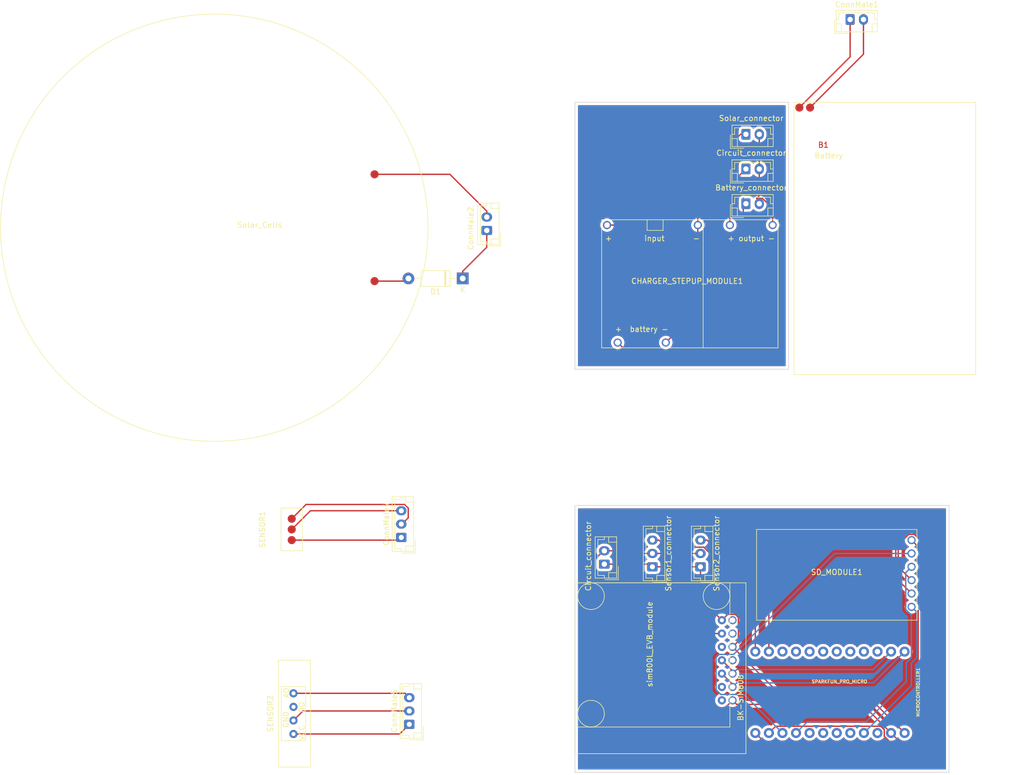
<source format=kicad_pcb>
(kicad_pcb (version 20171130) (host pcbnew "(5.1.2)-2")

  (general
    (thickness 1.6)
    (drawings 14)
    (tracks 163)
    (zones 0)
    (modules 20)
    (nets 47)
  )

  (page A4)
  (layers
    (0 F.Cu signal)
    (31 B.Cu signal)
    (32 B.Adhes user)
    (33 F.Adhes user)
    (34 B.Paste user)
    (35 F.Paste user)
    (36 B.SilkS user)
    (37 F.SilkS user)
    (38 B.Mask user)
    (39 F.Mask user)
    (40 Dwgs.User user)
    (41 Cmts.User user)
    (42 Eco1.User user)
    (43 Eco2.User user)
    (44 Edge.Cuts user)
    (45 Margin user)
    (46 B.CrtYd user)
    (47 F.CrtYd user)
    (48 B.Fab user)
    (49 F.Fab user)
  )

  (setup
    (last_trace_width 0.25)
    (trace_clearance 0.2)
    (zone_clearance 0.508)
    (zone_45_only no)
    (trace_min 0.2)
    (via_size 0.8)
    (via_drill 0.4)
    (via_min_size 0.4)
    (via_min_drill 0.3)
    (uvia_size 0.3)
    (uvia_drill 0.1)
    (uvias_allowed no)
    (uvia_min_size 0.2)
    (uvia_min_drill 0.1)
    (edge_width 0.05)
    (segment_width 0.2)
    (pcb_text_width 0.3)
    (pcb_text_size 1.5 1.5)
    (mod_edge_width 0.12)
    (mod_text_size 1 1)
    (mod_text_width 0.15)
    (pad_size 1.524 1.524)
    (pad_drill 0.762)
    (pad_to_mask_clearance 0.051)
    (solder_mask_min_width 0.25)
    (aux_axis_origin 0 0)
    (visible_elements 7FFFFFFF)
    (pcbplotparams
      (layerselection 0x010fc_ffffffff)
      (usegerberextensions false)
      (usegerberattributes false)
      (usegerberadvancedattributes false)
      (creategerberjobfile false)
      (excludeedgelayer true)
      (linewidth 0.100000)
      (plotframeref false)
      (viasonmask false)
      (mode 1)
      (useauxorigin false)
      (hpglpennumber 1)
      (hpglpenspeed 20)
      (hpglpendiameter 15.000000)
      (psnegative false)
      (psa4output false)
      (plotreference true)
      (plotvalue true)
      (plotinvisibletext false)
      (padsonsilk false)
      (subtractmaskfromsilk false)
      (outputformat 1)
      (mirror false)
      (drillshape 1)
      (scaleselection 1)
      (outputdirectory ""))
  )

  (net 0 "")
  (net 1 +4V)
  (net 2 GND)
  (net 3 +6V)
  (net 4 +5V)
  (net 5 "Net-(MICROCONTROLLER1-Pad1)")
  (net 6 "Net-(MICROCONTROLLER1-Pad2)")
  (net 7 "Net-(MICROCONTROLLER1-Pad3)")
  (net 8 "Net-(MICROCONTROLLER1-Pad4)")
  (net 9 "Net-(MICROCONTROLLER1-Pad5)")
  (net 10 "Net-(MICROCONTROLLER1-Pad6)")
  (net 11 "Net-(MICROCONTROLLER1-Pad7)")
  (net 12 "Net-(MICROCONTROLLER1-Pad8)")
  (net 13 "Net-(MICROCONTROLLER1-Pad9)")
  (net 14 "Net-(MICROCONTROLLER1-Pad10)")
  (net 15 "Net-(MICROCONTROLLER1-Pad13)")
  (net 16 "Net-(MICROCONTROLLER1-Pad14)")
  (net 17 "Net-(MICROCONTROLLER1-Pad15)")
  (net 18 "Net-(MICROCONTROLLER1-Pad16)")
  (net 19 "Net-(MICROCONTROLLER1-Pad17)")
  (net 20 "Net-(MICROCONTROLLER1-Pad18)")
  (net 21 "Net-(MICROCONTROLLER1-Pad19)")
  (net 22 "Net-(MICROCONTROLLER1-Pad20)")
  (net 23 +3V3)
  (net 24 "Net-(MICROCONTROLLER1-Pad22)")
  (net 25 "Net-(SENSOR2-Pad3)")
  (net 26 "Net-(SIM_MODULE1-Pad4)")
  (net 27 "Net-(SIM_MODULE1-Pad6)")
  (net 28 "Net-(SIM_MODULE1-Pad7)")
  (net 29 "Net-(B1-Pad2)")
  (net 30 "Net-(B1-Pad1)")
  (net 31 "Net-(ConnFemale4-Pad3)")
  (net 32 "Net-(ConnFemale5-Pad3)")
  (net 33 "Net-(ConnMale2-Pad1)")
  (net 34 "Net-(ConnMale2-Pad2)")
  (net 35 "Net-(ConnMale4-Pad3)")
  (net 36 "Net-(ConnMale4-Pad2)")
  (net 37 "Net-(ConnMale5-Pad3)")
  (net 38 "Net-(SIM_MODULE2-Pad1)")
  (net 39 "Net-(SIM_MODULE2-Pad2)")
  (net 40 "Net-(SIM_MODULE2-Pad5)")
  (net 41 +5F)
  (net 42 +5P)
  (net 43 "Net-(ConnMale5-Pad2)")
  (net 44 GNDREF)
  (net 45 +5VA)
  (net 46 "Net-(D1-Pad2)")

  (net_class Default "This is the default net class."
    (clearance 0.2)
    (trace_width 0.25)
    (via_dia 0.8)
    (via_drill 0.4)
    (uvia_dia 0.3)
    (uvia_drill 0.1)
    (add_net +3V3)
    (add_net +4V)
    (add_net +5F)
    (add_net +5P)
    (add_net +5V)
    (add_net +5VA)
    (add_net +6V)
    (add_net GND)
    (add_net GNDREF)
    (add_net "Net-(B1-Pad1)")
    (add_net "Net-(B1-Pad2)")
    (add_net "Net-(ConnFemale4-Pad3)")
    (add_net "Net-(ConnFemale5-Pad3)")
    (add_net "Net-(ConnMale2-Pad1)")
    (add_net "Net-(ConnMale2-Pad2)")
    (add_net "Net-(ConnMale4-Pad2)")
    (add_net "Net-(ConnMale4-Pad3)")
    (add_net "Net-(ConnMale5-Pad2)")
    (add_net "Net-(ConnMale5-Pad3)")
    (add_net "Net-(D1-Pad2)")
    (add_net "Net-(MICROCONTROLLER1-Pad1)")
    (add_net "Net-(MICROCONTROLLER1-Pad10)")
    (add_net "Net-(MICROCONTROLLER1-Pad13)")
    (add_net "Net-(MICROCONTROLLER1-Pad14)")
    (add_net "Net-(MICROCONTROLLER1-Pad15)")
    (add_net "Net-(MICROCONTROLLER1-Pad16)")
    (add_net "Net-(MICROCONTROLLER1-Pad17)")
    (add_net "Net-(MICROCONTROLLER1-Pad18)")
    (add_net "Net-(MICROCONTROLLER1-Pad19)")
    (add_net "Net-(MICROCONTROLLER1-Pad2)")
    (add_net "Net-(MICROCONTROLLER1-Pad20)")
    (add_net "Net-(MICROCONTROLLER1-Pad22)")
    (add_net "Net-(MICROCONTROLLER1-Pad3)")
    (add_net "Net-(MICROCONTROLLER1-Pad4)")
    (add_net "Net-(MICROCONTROLLER1-Pad5)")
    (add_net "Net-(MICROCONTROLLER1-Pad6)")
    (add_net "Net-(MICROCONTROLLER1-Pad7)")
    (add_net "Net-(MICROCONTROLLER1-Pad8)")
    (add_net "Net-(MICROCONTROLLER1-Pad9)")
    (add_net "Net-(SENSOR2-Pad3)")
    (add_net "Net-(SIM_MODULE1-Pad4)")
    (add_net "Net-(SIM_MODULE1-Pad6)")
    (add_net "Net-(SIM_MODULE1-Pad7)")
    (add_net "Net-(SIM_MODULE2-Pad1)")
    (add_net "Net-(SIM_MODULE2-Pad2)")
    (add_net "Net-(SIM_MODULE2-Pad5)")
  )

  (module Diode_THT:D_DO-41_SOD81_P10.16mm_Horizontal (layer F.Cu) (tedit 5AE50CD5) (tstamp 6020FF93)
    (at 159 62 180)
    (descr "Diode, DO-41_SOD81 series, Axial, Horizontal, pin pitch=10.16mm, , length*diameter=5.2*2.7mm^2, , http://www.diodes.com/_files/packages/DO-41%20(Plastic).pdf")
    (tags "Diode DO-41_SOD81 series Axial Horizontal pin pitch 10.16mm  length 5.2mm diameter 2.7mm")
    (path /6046BDB0)
    (fp_text reference D1 (at 5.08 -2.47) (layer F.SilkS)
      (effects (font (size 1 1) (thickness 0.15)))
    )
    (fp_text value 1N4007 (at 5.08 2.47) (layer F.Fab)
      (effects (font (size 1 1) (thickness 0.15)))
    )
    (fp_text user K (at 0 -2.1) (layer F.SilkS)
      (effects (font (size 1 1) (thickness 0.15)))
    )
    (fp_text user K (at 0 -2.1) (layer F.Fab)
      (effects (font (size 1 1) (thickness 0.15)))
    )
    (fp_text user %R (at 5.47 0) (layer F.Fab)
      (effects (font (size 1 1) (thickness 0.15)))
    )
    (fp_line (start 11.51 -1.6) (end -1.35 -1.6) (layer F.CrtYd) (width 0.05))
    (fp_line (start 11.51 1.6) (end 11.51 -1.6) (layer F.CrtYd) (width 0.05))
    (fp_line (start -1.35 1.6) (end 11.51 1.6) (layer F.CrtYd) (width 0.05))
    (fp_line (start -1.35 -1.6) (end -1.35 1.6) (layer F.CrtYd) (width 0.05))
    (fp_line (start 3.14 -1.47) (end 3.14 1.47) (layer F.SilkS) (width 0.12))
    (fp_line (start 3.38 -1.47) (end 3.38 1.47) (layer F.SilkS) (width 0.12))
    (fp_line (start 3.26 -1.47) (end 3.26 1.47) (layer F.SilkS) (width 0.12))
    (fp_line (start 8.82 0) (end 7.8 0) (layer F.SilkS) (width 0.12))
    (fp_line (start 1.34 0) (end 2.36 0) (layer F.SilkS) (width 0.12))
    (fp_line (start 7.8 -1.47) (end 2.36 -1.47) (layer F.SilkS) (width 0.12))
    (fp_line (start 7.8 1.47) (end 7.8 -1.47) (layer F.SilkS) (width 0.12))
    (fp_line (start 2.36 1.47) (end 7.8 1.47) (layer F.SilkS) (width 0.12))
    (fp_line (start 2.36 -1.47) (end 2.36 1.47) (layer F.SilkS) (width 0.12))
    (fp_line (start 3.16 -1.35) (end 3.16 1.35) (layer F.Fab) (width 0.1))
    (fp_line (start 3.36 -1.35) (end 3.36 1.35) (layer F.Fab) (width 0.1))
    (fp_line (start 3.26 -1.35) (end 3.26 1.35) (layer F.Fab) (width 0.1))
    (fp_line (start 10.16 0) (end 7.68 0) (layer F.Fab) (width 0.1))
    (fp_line (start 0 0) (end 2.48 0) (layer F.Fab) (width 0.1))
    (fp_line (start 7.68 -1.35) (end 2.48 -1.35) (layer F.Fab) (width 0.1))
    (fp_line (start 7.68 1.35) (end 7.68 -1.35) (layer F.Fab) (width 0.1))
    (fp_line (start 2.48 1.35) (end 7.68 1.35) (layer F.Fab) (width 0.1))
    (fp_line (start 2.48 -1.35) (end 2.48 1.35) (layer F.Fab) (width 0.1))
    (pad 2 thru_hole oval (at 10.16 0 180) (size 2.2 2.2) (drill 1.1) (layers *.Cu *.Mask)
      (net 46 "Net-(D1-Pad2)"))
    (pad 1 thru_hole rect (at 0 0 180) (size 2.2 2.2) (drill 1.1) (layers *.Cu *.Mask)
      (net 33 "Net-(ConnMale2-Pad1)"))
    (model ${KISYS3DMOD}/Diode_THT.3dshapes/D_DO-41_SOD81_P10.16mm_Horizontal.wrl
      (at (xyz 0 0 0))
      (scale (xyz 1 1 1))
      (rotate (xyz 0 0 0))
    )
  )

  (module Battery:solar_cell (layer F.Cu) (tedit 602038D3) (tstamp 601DFB24)
    (at 112.5 52.5 90)
    (path /601F61FC)
    (fp_text reference S1 (at -1.5 8.5 180) (layer F.Fab)
      (effects (font (size 1 1) (thickness 0.15)))
    )
    (fp_text value Solar_Cells (at 0.5 8.5 180) (layer F.SilkS)
      (effects (font (size 1 1) (thickness 0.15)))
    )
    (fp_poly (pts (xy 0.025 40) (xy 4.45 39.85) (xy 9.7 38.95) (xy 16.075 36.7)
      (xy 22 33.475) (xy 27.775 28.9) (xy 32.05 24.1) (xy 35.95 17.65)
      (xy 38.425 11.275) (xy 39.775 4.675) (xy 40 -1.8) (xy 39.25 -8.625)
      (xy 36.85 -15.525) (xy 34.3 -20.85) (xy 28.825 -27.65) (xy 24.3 -31.85)
      (xy 18.425 -35.55) (xy 12.75 -37.975) (xy 6.475 -39.525) (xy 0.325 -40.05)
      (xy -5.9 -39.6) (xy -12.05 -38.225) (xy -18.9 -35.35) (xy -23.975 -31.925)
      (xy -27.475 -29.1) (xy -30.7 -25.575) (xy -34.2 -20.9) (xy -36.675 -16.025)
      (xy -38.575 -10.75) (xy -39.65 -5.85) (xy -40.05 0.225) (xy -39.575 6.125)
      (xy -38.35 11.375) (xy -36.25 17.025) (xy -33.45 22.075) (xy -30.05 26.45)
      (xy -26.1 30.35) (xy -21.175 34.025) (xy -16.275 36.575) (xy -11.75 38.275)
      (xy -8 39.225) (xy -3.65 39.825) (xy -0.325 40.025) (xy 0.05 40)
      (xy 0 40) (xy 0.05 40)) (layer B.Adhes) (width 0.1))
    (fp_circle (center 0 0) (end 40 0) (layer F.SilkS) (width 0.12))
    (pad 2 connect circle (at 10 30 90) (size 1.524 1.524) (layers F.Cu F.Mask)
      (net 34 "Net-(ConnMale2-Pad2)"))
    (pad 1 connect circle (at -10 30 90) (size 1.524 1.524) (layers F.Cu F.Mask)
      (net 46 "Net-(D1-Pad2)"))
  )

  (module Battery:battery_523450 (layer F.Cu) (tedit 6020387D) (tstamp 601DFAE7)
    (at 221 29 270)
    (path /601F8C85)
    (fp_text reference B1 (at 8 -5.5 180) (layer F.Cu)
      (effects (font (size 1 1) (thickness 0.15)))
    )
    (fp_text value Battery (at 10 -6.5) (layer F.SilkS)
      (effects (font (size 1 1) (thickness 0.15)))
    )
    (fp_poly (pts (xy 0 -34) (xy 0 0) (xy 2.5 0) (xy 2.5 -34)) (layer F.Adhes) (width 0.1))
    (fp_poly (pts (xy 2.5 0) (xy 2.5 -34) (xy 51 -34) (xy 51 0)) (layer B.Adhes) (width 0.1))
    (fp_line (start 0 -34) (end 0 0) (layer F.SilkS) (width 0.12))
    (fp_line (start 51 -34) (end 0 -34) (layer F.SilkS) (width 0.12))
    (fp_line (start 51 0) (end 51 -34) (layer F.SilkS) (width 0.12))
    (fp_line (start 0 0) (end 51 0) (layer F.SilkS) (width 0.12))
    (pad 2 connect circle (at 1 -1 270) (size 1.524 1.524) (layers F.Cu F.Mask)
      (net 29 "Net-(B1-Pad2)"))
    (pad 1 connect circle (at 1 -3 270) (size 1.524 1.524) (layers F.Cu F.Mask)
      (net 30 "Net-(B1-Pad1)"))
  )

  (module Battery:charger_stepup_module (layer F.Cu) (tedit 6020366F) (tstamp 601DFAF9)
    (at 185 75)
    (path /601F5AFF)
    (fp_text reference CHARGER_STEPUP_MODULE1 (at 16 -12.5) (layer F.SilkS)
      (effects (font (size 1 1) (thickness 0.15)))
    )
    (fp_text value step_up_battery_charge (at 14.5 -11) (layer F.Fab)
      (effects (font (size 1 1) (thickness 0.15)))
    )
    (fp_text user "+  battery -" (at 7.5 -3.5) (layer F.SilkS)
      (effects (font (size 1 1) (thickness 0.15)))
    )
    (fp_text user "+ output -" (at 28 -20.5) (layer F.SilkS)
      (effects (font (size 1 1) (thickness 0.15)))
    )
    (fp_text user "+        input       -" (at 9.5 -20.5) (layer F.SilkS)
      (effects (font (size 1 1) (thickness 0.15)))
    )
    (fp_line (start 11.5 -22) (end 11.5 -24) (layer F.SilkS) (width 0.12))
    (fp_line (start 8.5 -22) (end 11.5 -22) (layer F.SilkS) (width 0.12))
    (fp_line (start 8.5 -24) (end 8.5 -22) (layer F.SilkS) (width 0.12))
    (fp_line (start 19 0) (end 19 -24) (layer F.SilkS) (width 0.12))
    (fp_line (start 0 -24) (end 0 0) (layer F.SilkS) (width 0.12))
    (fp_line (start 33 -24) (end 0 -24) (layer F.SilkS) (width 0.12))
    (fp_line (start 33 0) (end 33 -24) (layer F.SilkS) (width 0.12))
    (fp_line (start 0 0) (end 33 0) (layer F.SilkS) (width 0.12))
    (pad 6 thru_hole circle (at 12 -1) (size 1.524 1.524) (drill 1.016) (layers *.Cu *.Mask)
      (net 2 GND))
    (pad 5 thru_hole circle (at 3 -1) (size 1.524 1.524) (drill 1.016) (layers *.Cu *.Mask)
      (net 1 +4V))
    (pad 3 thru_hole circle (at 24 -23) (size 1.524 1.524) (drill 1.016) (layers *.Cu *.Mask)
      (net 4 +5V))
    (pad 4 thru_hole circle (at 32 -23) (size 1.524 1.524) (drill 1.016) (layers *.Cu *.Mask)
      (net 2 GND))
    (pad 2 thru_hole circle (at 18 -23) (size 1.524 1.524) (drill 1.016) (layers *.Cu *.Mask)
      (net 2 GND))
    (pad 1 thru_hole circle (at 1 -23) (size 1.524 1.524) (drill 1.016) (layers *.Cu *.Mask)
      (net 3 +6V))
  )

  (module "RF_GSM:sim800L_EVB_module(fixedsize)" (layer F.Cu) (tedit 60203427) (tstamp 602052E0)
    (at 209 142 90)
    (path /602609E0)
    (fp_text reference SIM_MODULE2 (at 11.5 -13 90) (layer F.Fab)
      (effects (font (size 1 1) (thickness 0.15)))
    )
    (fp_text value sim800L_EVB_module (at 11.5 -15 90) (layer F.SilkS)
      (effects (font (size 1 1) (thickness 0.15)))
    )
    (fp_circle (center 20.5 -26) (end 18.5 -27.5) (layer F.SilkS) (width 0.12))
    (fp_circle (center -1.5 -26) (end -3.5 -27.5) (layer F.SilkS) (width 0.12))
    (fp_circle (center 20.5 -2.5) (end 18.5 -4) (layer F.SilkS) (width 0.12))
    (fp_line (start -4 -28.5) (end -4 0) (layer F.SilkS) (width 0.12))
    (fp_line (start 23 -28.5) (end -4 -28.5) (layer F.SilkS) (width 0.12))
    (fp_line (start 23 0) (end 23 -28.5) (layer F.SilkS) (width 0.12))
    (fp_line (start -4 0) (end 23 0) (layer F.SilkS) (width 0.12))
    (pad 7 thru_hole circle (at 16 -1.5 90) (size 1.524 1.524) (drill 0.762) (layers *.Cu *.Mask)
      (net 45 +5VA))
    (pad 6 thru_hole circle (at 13.5 -1.5 90) (size 1.524 1.524) (drill 0.762) (layers *.Cu *.Mask)
      (net 44 GNDREF))
    (pad 5 thru_hole circle (at 11 -1.5 90) (size 1.524 1.524) (drill 0.762) (layers *.Cu *.Mask)
      (net 40 "Net-(SIM_MODULE2-Pad5)"))
    (pad 4 thru_hole circle (at 8.5 -1.5 90) (size 1.524 1.524) (drill 0.762) (layers *.Cu *.Mask)
      (net 6 "Net-(MICROCONTROLLER1-Pad2)"))
    (pad 3 thru_hole circle (at 6 -1.5 90) (size 1.524 1.524) (drill 0.762) (layers *.Cu *.Mask)
      (net 5 "Net-(MICROCONTROLLER1-Pad1)"))
    (pad 2 thru_hole circle (at 3.5 -1.5 90) (size 1.524 1.524) (drill 0.762) (layers *.Cu *.Mask)
      (net 39 "Net-(SIM_MODULE2-Pad2)"))
    (pad 1 thru_hole circle (at 1 -1.5 90) (size 1.524 1.524) (drill 0.762) (layers *.Cu *.Mask)
      (net 38 "Net-(SIM_MODULE2-Pad1)"))
  )

  (module Boards:SPARKFUN_PRO_MICRO (layer F.Cu) (tedit 200000) (tstamp 601DFB1D)
    (at 229 139.5 270)
    (descr "SPARKFUN PRO MICO FOOTPRINT (WITH USB CONNECTOR)")
    (tags "SPARKFUN PRO MICO FOOTPRINT (WITH USB CONNECTOR)")
    (path /601F9FDB)
    (attr virtual)
    (fp_text reference MICROCONTROLLER1 (at 0 -15.24 90) (layer F.SilkS)
      (effects (font (size 0.6096 0.6096) (thickness 0.127)))
    )
    (fp_text value SPARKFUN_PRO_MICRO (at -2 -0.5 180) (layer F.SilkS)
      (effects (font (size 0.6096 0.6096) (thickness 0.127)))
    )
    (fp_line (start -8.89 -16.51) (end -8.89 16.51) (layer Dwgs.User) (width 0.127))
    (fp_line (start -8.89 16.51) (end 8.89 16.51) (layer Dwgs.User) (width 0.127))
    (fp_line (start 8.89 16.51) (end 8.89 -16.51) (layer Dwgs.User) (width 0.127))
    (fp_line (start 8.89 -16.51) (end -8.89 -16.51) (layer Dwgs.User) (width 0.127))
    (fp_line (start -3.81 -16.51) (end -3.81 -17.78) (layer Dwgs.User) (width 0.127))
    (fp_line (start -3.81 -17.78) (end 3.81 -17.78) (layer Dwgs.User) (width 0.127))
    (fp_line (start 3.81 -17.78) (end 3.81 -16.51) (layer Dwgs.User) (width 0.127))
    (fp_text user USB (at 0 -17 90) (layer Dwgs.User)
      (effects (font (size 0.8128 0.8128) (thickness 0.1524)))
    )
    (pad 1 thru_hole circle (at -7.62 -12.7 270) (size 1.8796 1.8796) (drill 1.016) (layers *.Cu *.Mask)
      (net 5 "Net-(MICROCONTROLLER1-Pad1)") (solder_mask_margin 0.1016))
    (pad 2 thru_hole circle (at -7.62 -10.16 270) (size 1.8796 1.8796) (drill 1.016) (layers *.Cu *.Mask)
      (net 6 "Net-(MICROCONTROLLER1-Pad2)") (solder_mask_margin 0.1016))
    (pad 3 thru_hole circle (at -7.62 -7.62 270) (size 1.8796 1.8796) (drill 1.016) (layers *.Cu *.Mask)
      (net 7 "Net-(MICROCONTROLLER1-Pad3)") (solder_mask_margin 0.1016))
    (pad 4 thru_hole circle (at -7.62 -5.08 270) (size 1.8796 1.8796) (drill 1.016) (layers *.Cu *.Mask)
      (net 8 "Net-(MICROCONTROLLER1-Pad4)") (solder_mask_margin 0.1016))
    (pad 5 thru_hole circle (at -7.62 -2.54 270) (size 1.8796 1.8796) (drill 1.016) (layers *.Cu *.Mask)
      (net 9 "Net-(MICROCONTROLLER1-Pad5)") (solder_mask_margin 0.1016))
    (pad 6 thru_hole circle (at -7.62 0 270) (size 1.8796 1.8796) (drill 1.016) (layers *.Cu *.Mask)
      (net 10 "Net-(MICROCONTROLLER1-Pad6)") (solder_mask_margin 0.1016))
    (pad 7 thru_hole circle (at -7.62 2.54 270) (size 1.8796 1.8796) (drill 1.016) (layers *.Cu *.Mask)
      (net 11 "Net-(MICROCONTROLLER1-Pad7)") (solder_mask_margin 0.1016))
    (pad 8 thru_hole circle (at -7.62 5.08 270) (size 1.8796 1.8796) (drill 1.016) (layers *.Cu *.Mask)
      (net 12 "Net-(MICROCONTROLLER1-Pad8)") (solder_mask_margin 0.1016))
    (pad 9 thru_hole circle (at -7.62 7.62 270) (size 1.8796 1.8796) (drill 1.016) (layers *.Cu *.Mask)
      (net 13 "Net-(MICROCONTROLLER1-Pad9)") (solder_mask_margin 0.1016))
    (pad 10 thru_hole circle (at -7.62 10.16 270) (size 1.8796 1.8796) (drill 1.016) (layers *.Cu *.Mask)
      (net 14 "Net-(MICROCONTROLLER1-Pad10)") (solder_mask_margin 0.1016))
    (pad 11 thru_hole circle (at -7.62 12.7 270) (size 1.8796 1.8796) (drill 1.016) (layers *.Cu *.Mask)
      (net 32 "Net-(ConnFemale5-Pad3)") (solder_mask_margin 0.1016))
    (pad 12 thru_hole circle (at -7.62 15.24 270) (size 1.8796 1.8796) (drill 1.016) (layers *.Cu *.Mask)
      (net 31 "Net-(ConnFemale4-Pad3)") (solder_mask_margin 0.1016))
    (pad 13 thru_hole circle (at 7.62 15.24 270) (size 1.8796 1.8796) (drill 1.016) (layers *.Cu *.Mask)
      (net 15 "Net-(MICROCONTROLLER1-Pad13)") (solder_mask_margin 0.1016))
    (pad 14 thru_hole circle (at 7.62 12.7 270) (size 1.8796 1.8796) (drill 1.016) (layers *.Cu *.Mask)
      (net 16 "Net-(MICROCONTROLLER1-Pad14)") (solder_mask_margin 0.1016))
    (pad 15 thru_hole circle (at 7.62 10.16 270) (size 1.8796 1.8796) (drill 1.016) (layers *.Cu *.Mask)
      (net 17 "Net-(MICROCONTROLLER1-Pad15)") (solder_mask_margin 0.1016))
    (pad 16 thru_hole circle (at 7.62 7.62 270) (size 1.8796 1.8796) (drill 1.016) (layers *.Cu *.Mask)
      (net 18 "Net-(MICROCONTROLLER1-Pad16)") (solder_mask_margin 0.1016))
    (pad 17 thru_hole circle (at 7.62 5.08 270) (size 1.8796 1.8796) (drill 1.016) (layers *.Cu *.Mask)
      (net 19 "Net-(MICROCONTROLLER1-Pad17)") (solder_mask_margin 0.1016))
    (pad 18 thru_hole circle (at 7.62 2.54 270) (size 1.8796 1.8796) (drill 1.016) (layers *.Cu *.Mask)
      (net 20 "Net-(MICROCONTROLLER1-Pad18)") (solder_mask_margin 0.1016))
    (pad 19 thru_hole circle (at 7.62 0 270) (size 1.8796 1.8796) (drill 1.016) (layers *.Cu *.Mask)
      (net 21 "Net-(MICROCONTROLLER1-Pad19)") (solder_mask_margin 0.1016))
    (pad 20 thru_hole circle (at 7.62 -2.54 270) (size 1.8796 1.8796) (drill 1.016) (layers *.Cu *.Mask)
      (net 22 "Net-(MICROCONTROLLER1-Pad20)") (solder_mask_margin 0.1016))
    (pad 21 thru_hole circle (at 7.62 -5.08 270) (size 1.8796 1.8796) (drill 1.016) (layers *.Cu *.Mask)
      (net 23 +3V3) (solder_mask_margin 0.1016))
    (pad 22 thru_hole circle (at 7.62 -7.62 270) (size 1.8796 1.8796) (drill 1.016) (layers *.Cu *.Mask)
      (net 24 "Net-(MICROCONTROLLER1-Pad22)") (solder_mask_margin 0.1016))
    (pad 23 thru_hole circle (at 7.62 -10.16 270) (size 1.8796 1.8796) (drill 1.016) (layers *.Cu *.Mask)
      (net 44 GNDREF) (solder_mask_margin 0.1016))
    (pad 24 thru_hole circle (at 7.62 -12.7 270) (size 1.8796 1.8796) (drill 1.016) (layers *.Cu *.Mask)
      (net 45 +5VA) (solder_mask_margin 0.1016))
  )

  (module Module:sd_reader_2 (layer F.Cu) (tedit 601DE9E1) (tstamp 601DFB32)
    (at 244 126 90)
    (path /602020C9)
    (fp_text reference SD_MODULE1 (at 9 -15 180) (layer F.SilkS)
      (effects (font (size 1 1) (thickness 0.15)))
    )
    (fp_text value sd_reader_2 (at 11.5 -15 180) (layer F.Fab)
      (effects (font (size 1 1) (thickness 0.15)))
    )
    (fp_line (start 17 0) (end 17 -30) (layer F.SilkS) (width 0.12))
    (fp_line (start 17 -30) (end 0 -30) (layer F.SilkS) (width 0.12))
    (fp_line (start 0 -30) (end 0 0) (layer F.SilkS) (width 0.12))
    (fp_line (start 0 0) (end 17 0) (layer F.SilkS) (width 0.12))
    (pad 1 thru_hole circle (at 2.5 -1 90) (size 1.524 1.524) (drill 1.016) (layers *.Cu *.Mask)
      (net 23 +3V3))
    (pad 2 thru_hole circle (at 5 -1 90) (size 1.524 1.524) (drill 1.016) (layers *.Cu *.Mask)
      (net 15 "Net-(MICROCONTROLLER1-Pad13)"))
    (pad 3 thru_hole circle (at 7.5 -1 90) (size 1.524 1.524) (drill 1.016) (layers *.Cu *.Mask)
      (net 16 "Net-(MICROCONTROLLER1-Pad14)"))
    (pad 4 thru_hole circle (at 10 -1 90) (size 1.524 1.524) (drill 1.016) (layers *.Cu *.Mask)
      (net 18 "Net-(MICROCONTROLLER1-Pad16)"))
    (pad 5 thru_hole circle (at 12.5 -1 90) (size 1.524 1.524) (drill 1.016) (layers *.Cu *.Mask)
      (net 17 "Net-(MICROCONTROLLER1-Pad15)"))
    (pad 6 thru_hole circle (at 15 -1 90) (size 1.524 1.524) (drill 1.016) (layers *.Cu *.Mask)
      (net 44 GNDREF))
  )

  (module Sensor:lm35 (layer F.Cu) (tedit 601DF972) (tstamp 601DFB3F)
    (at 127 109 90)
    (path /6020004A)
    (attr virtual)
    (fp_text reference SENSOR1 (at 0 -5.5 90) (layer F.SilkS)
      (effects (font (size 1 1) (thickness 0.15)))
    )
    (fp_text value LM35-LP (at 0 -6.5 90) (layer F.Fab)
      (effects (font (size 1 1) (thickness 0.15)))
    )
    (fp_line (start -4 -1) (end -4 2) (layer F.SilkS) (width 0.12))
    (fp_line (start -4 2) (end 3 2) (layer F.SilkS) (width 0.12))
    (fp_line (start 3 2) (end 4 2) (layer F.SilkS) (width 0.12))
    (fp_line (start 4 2) (end 4 -2) (layer F.SilkS) (width 0.12))
    (fp_line (start 4 -2) (end -4 -2) (layer F.SilkS) (width 0.12))
    (fp_line (start -4 -2) (end -4 -1) (layer F.SilkS) (width 0.12))
    (pad 1 connect circle (at -2 0 90) (size 1.524 1.524) (layers F.Cu F.Mask)
      (net 41 +5F))
    (pad 2 connect circle (at 0 0 90) (size 1.524 1.524) (layers F.Cu F.Mask)
      (net 35 "Net-(ConnMale4-Pad3)"))
    (pad 3 connect circle (at 2 0 90) (size 1.524 1.524) (layers F.Cu F.Mask)
      (net 36 "Net-(ConnMale4-Pad2)"))
  )

  (module Module:MQmodule (layer F.Cu) (tedit 5DA25193) (tstamp 601DFB55)
    (at 122.5 143.5 90)
    (path /601FF3F0)
    (attr virtual)
    (fp_text reference SENSOR2 (at 0 0.5 90) (layer F.SilkS)
      (effects (font (size 1 1) (thickness 0.15)))
    )
    (fp_text value MQmodule (at 0 -0.5 90) (layer F.Fab)
      (effects (font (size 1 1) (thickness 0.15)))
    )
    (fp_line (start -5.08 3.048) (end -5.08 7.112) (layer F.SilkS) (width 0.12))
    (fp_line (start -5.08 7.112) (end 5.08 7.112) (layer F.SilkS) (width 0.12))
    (fp_line (start 5.08 7.112) (end 5.08 2.54) (layer F.SilkS) (width 0.12))
    (fp_line (start 5.08 2.54) (end -5.08 2.54) (layer F.SilkS) (width 0.12))
    (fp_line (start -5.08 2.54) (end -5.08 3.048) (layer F.SilkS) (width 0.12))
    (fp_text user AO (at 3.9 3.5 90) (layer F.SilkS)
      (effects (font (size 1 1) (thickness 0.15)))
    )
    (fp_text user DO (at 1.2 6.4 90) (layer F.SilkS)
      (effects (font (size 1 1) (thickness 0.15)))
    )
    (fp_text user GND (at -1.1 3.4 90) (layer F.SilkS)
      (effects (font (size 1 1) (thickness 0.15)))
    )
    (fp_text user VCC (at -3.6 6.4 90) (layer F.SilkS)
      (effects (font (size 1 1) (thickness 0.15)))
    )
    (fp_line (start 0 2) (end -10 2) (layer F.SilkS) (width 0.12))
    (fp_line (start -10 2) (end -10 8) (layer F.SilkS) (width 0.12))
    (fp_line (start -10 8) (end 10 8) (layer F.SilkS) (width 0.12))
    (fp_line (start 10 8) (end 10 2) (layer F.SilkS) (width 0.12))
    (fp_line (start 10 2) (end 0 2) (layer F.SilkS) (width 0.12))
    (pad 1 thru_hole circle (at -3.81 4.826 90) (size 1.524 1.524) (drill 0.762) (layers *.Cu *.Mask)
      (net 42 +5P))
    (pad 2 thru_hole circle (at -1.27 4.826 90) (size 1.524 1.524) (drill 0.762) (layers *.Cu *.Mask)
      (net 43 "Net-(ConnMale5-Pad2)"))
    (pad 3 thru_hole circle (at 1.27 4.826 90) (size 1.524 1.524) (drill 0.762) (layers *.Cu *.Mask)
      (net 25 "Net-(SENSOR2-Pad3)"))
    (pad 4 thru_hole circle (at 3.81 4.826 90) (size 1.524 1.524) (drill 0.762) (layers *.Cu *.Mask)
      (net 37 "Net-(ConnMale5-Pad3)"))
  )

  (module RF_GSM:BK-SIM808 (layer F.Cu) (tedit 601DEA0E) (tstamp 601DFB64)
    (at 202 141 90)
    (path /602011FD)
    (fp_text reference SIM_MODULE1 (at -6 8 90) (layer F.Fab)
      (effects (font (size 1 1) (thickness 0.15)))
    )
    (fp_text value BK-SIM808 (at 0.5 9 90) (layer F.SilkS)
      (effects (font (size 1 1) (thickness 0.15)))
    )
    (fp_line (start -10 10) (end 22 10) (layer F.SilkS) (width 0.12))
    (fp_line (start 22 10) (end 22 -22) (layer F.SilkS) (width 0.12))
    (fp_line (start 22 -22) (end -10 -22) (layer F.SilkS) (width 0.12))
    (fp_line (start -10 -22) (end -10 10) (layer F.SilkS) (width 0.12))
    (pad 1 thru_hole circle (at 0 7.5 90) (size 1.524 1.524) (drill 1.016) (layers *.Cu *.Mask)
      (net 44 GNDREF))
    (pad 2 thru_hole circle (at 2.5 7.5 90) (size 1.524 1.524) (drill 1.016) (layers *.Cu *.Mask)
      (net 5 "Net-(MICROCONTROLLER1-Pad1)"))
    (pad 3 thru_hole circle (at 5 7.5 90) (size 1.524 1.524) (drill 1.016) (layers *.Cu *.Mask)
      (net 6 "Net-(MICROCONTROLLER1-Pad2)"))
    (pad 5 thru_hole circle (at 10 7.5 90) (size 1.524 1.524) (drill 1.016) (layers *.Cu *.Mask)
      (net 45 +5VA))
    (pad 4 thru_hole circle (at 7.5 7.5 90) (size 1.524 1.524) (drill 1.016) (layers *.Cu *.Mask)
      (net 26 "Net-(SIM_MODULE1-Pad4)"))
    (pad 6 thru_hole circle (at 12.5 7.5 90) (size 1.524 1.524) (drill 1.016) (layers *.Cu *.Mask)
      (net 27 "Net-(SIM_MODULE1-Pad6)"))
    (pad 7 thru_hole circle (at 15 7.5 90) (size 1.524 1.524) (drill 1.016) (layers *.Cu *.Mask)
      (net 28 "Net-(SIM_MODULE1-Pad7)"))
  )

  (module Connector_JST:JST_EH_B2B-EH-A_1x02_P2.50mm_Vertical (layer F.Cu) (tedit 5C28142C) (tstamp 602051AA)
    (at 212 48)
    (descr "JST EH series connector, B2B-EH-A (http://www.jst-mfg.com/product/pdf/eng/eEH.pdf), generated with kicad-footprint-generator")
    (tags "connector JST EH vertical")
    (path /602040EE)
    (fp_text reference ConnFemale1 (at 1.25 1.5) (layer F.Fab)
      (effects (font (size 1 1) (thickness 0.15)))
    )
    (fp_text value Battery_connector (at 1 -3) (layer F.SilkS)
      (effects (font (size 1 1) (thickness 0.15)))
    )
    (fp_text user %R (at 1.25 1.5) (layer F.Fab)
      (effects (font (size 1 1) (thickness 0.15)))
    )
    (fp_line (start -2.91 2.61) (end -0.41 2.61) (layer F.Fab) (width 0.1))
    (fp_line (start -2.91 0.11) (end -2.91 2.61) (layer F.Fab) (width 0.1))
    (fp_line (start -2.91 2.61) (end -0.41 2.61) (layer F.SilkS) (width 0.12))
    (fp_line (start -2.91 0.11) (end -2.91 2.61) (layer F.SilkS) (width 0.12))
    (fp_line (start 4.11 0.81) (end 4.11 2.31) (layer F.SilkS) (width 0.12))
    (fp_line (start 5.11 0.81) (end 4.11 0.81) (layer F.SilkS) (width 0.12))
    (fp_line (start -1.61 0.81) (end -1.61 2.31) (layer F.SilkS) (width 0.12))
    (fp_line (start -2.61 0.81) (end -1.61 0.81) (layer F.SilkS) (width 0.12))
    (fp_line (start 4.61 0) (end 5.11 0) (layer F.SilkS) (width 0.12))
    (fp_line (start 4.61 -1.21) (end 4.61 0) (layer F.SilkS) (width 0.12))
    (fp_line (start -2.11 -1.21) (end 4.61 -1.21) (layer F.SilkS) (width 0.12))
    (fp_line (start -2.11 0) (end -2.11 -1.21) (layer F.SilkS) (width 0.12))
    (fp_line (start -2.61 0) (end -2.11 0) (layer F.SilkS) (width 0.12))
    (fp_line (start 5.11 -1.71) (end -2.61 -1.71) (layer F.SilkS) (width 0.12))
    (fp_line (start 5.11 2.31) (end 5.11 -1.71) (layer F.SilkS) (width 0.12))
    (fp_line (start -2.61 2.31) (end 5.11 2.31) (layer F.SilkS) (width 0.12))
    (fp_line (start -2.61 -1.71) (end -2.61 2.31) (layer F.SilkS) (width 0.12))
    (fp_line (start 5.5 -2.1) (end -3 -2.1) (layer F.CrtYd) (width 0.05))
    (fp_line (start 5.5 2.7) (end 5.5 -2.1) (layer F.CrtYd) (width 0.05))
    (fp_line (start -3 2.7) (end 5.5 2.7) (layer F.CrtYd) (width 0.05))
    (fp_line (start -3 -2.1) (end -3 2.7) (layer F.CrtYd) (width 0.05))
    (fp_line (start 5 -1.6) (end -2.5 -1.6) (layer F.Fab) (width 0.1))
    (fp_line (start 5 2.2) (end 5 -1.6) (layer F.Fab) (width 0.1))
    (fp_line (start -2.5 2.2) (end 5 2.2) (layer F.Fab) (width 0.1))
    (fp_line (start -2.5 -1.6) (end -2.5 2.2) (layer F.Fab) (width 0.1))
    (pad 2 thru_hole oval (at 2.5 0) (size 1.7 2) (drill 1) (layers *.Cu *.Mask)
      (net 2 GND))
    (pad 1 thru_hole roundrect (at 0 0) (size 1.7 2) (drill 1) (layers *.Cu *.Mask) (roundrect_rratio 0.147059)
      (net 1 +4V))
    (model ${KISYS3DMOD}/Connector_JST.3dshapes/JST_EH_B2B-EH-A_1x02_P2.50mm_Vertical.wrl
      (at (xyz 0 0 0))
      (scale (xyz 1 1 1))
      (rotate (xyz 0 0 0))
    )
  )

  (module Connector_JST:JST_EH_B2B-EH-A_1x02_P2.50mm_Vertical (layer F.Cu) (tedit 5C28142C) (tstamp 602051CA)
    (at 212 35)
    (descr "JST EH series connector, B2B-EH-A (http://www.jst-mfg.com/product/pdf/eng/eEH.pdf), generated with kicad-footprint-generator")
    (tags "connector JST EH vertical")
    (path /60221301)
    (fp_text reference ConnFemale2 (at 1.25 1.5 180) (layer F.Fab)
      (effects (font (size 1 1) (thickness 0.15)))
    )
    (fp_text value Solar_connector (at 1 -3) (layer F.SilkS)
      (effects (font (size 1 1) (thickness 0.15)))
    )
    (fp_text user %R (at 1.25 1.5) (layer F.Fab)
      (effects (font (size 1 1) (thickness 0.15)))
    )
    (fp_line (start -2.91 2.61) (end -0.41 2.61) (layer F.Fab) (width 0.1))
    (fp_line (start -2.91 0.11) (end -2.91 2.61) (layer F.Fab) (width 0.1))
    (fp_line (start -2.91 2.61) (end -0.41 2.61) (layer F.SilkS) (width 0.12))
    (fp_line (start -2.91 0.11) (end -2.91 2.61) (layer F.SilkS) (width 0.12))
    (fp_line (start 4.11 0.81) (end 4.11 2.31) (layer F.SilkS) (width 0.12))
    (fp_line (start 5.11 0.81) (end 4.11 0.81) (layer F.SilkS) (width 0.12))
    (fp_line (start -1.61 0.81) (end -1.61 2.31) (layer F.SilkS) (width 0.12))
    (fp_line (start -2.61 0.81) (end -1.61 0.81) (layer F.SilkS) (width 0.12))
    (fp_line (start 4.61 0) (end 5.11 0) (layer F.SilkS) (width 0.12))
    (fp_line (start 4.61 -1.21) (end 4.61 0) (layer F.SilkS) (width 0.12))
    (fp_line (start -2.11 -1.21) (end 4.61 -1.21) (layer F.SilkS) (width 0.12))
    (fp_line (start -2.11 0) (end -2.11 -1.21) (layer F.SilkS) (width 0.12))
    (fp_line (start -2.61 0) (end -2.11 0) (layer F.SilkS) (width 0.12))
    (fp_line (start 5.11 -1.71) (end -2.61 -1.71) (layer F.SilkS) (width 0.12))
    (fp_line (start 5.11 2.31) (end 5.11 -1.71) (layer F.SilkS) (width 0.12))
    (fp_line (start -2.61 2.31) (end 5.11 2.31) (layer F.SilkS) (width 0.12))
    (fp_line (start -2.61 -1.71) (end -2.61 2.31) (layer F.SilkS) (width 0.12))
    (fp_line (start 5.5 -2.1) (end -3 -2.1) (layer F.CrtYd) (width 0.05))
    (fp_line (start 5.5 2.7) (end 5.5 -2.1) (layer F.CrtYd) (width 0.05))
    (fp_line (start -3 2.7) (end 5.5 2.7) (layer F.CrtYd) (width 0.05))
    (fp_line (start -3 -2.1) (end -3 2.7) (layer F.CrtYd) (width 0.05))
    (fp_line (start 5 -1.6) (end -2.5 -1.6) (layer F.Fab) (width 0.1))
    (fp_line (start 5 2.2) (end 5 -1.6) (layer F.Fab) (width 0.1))
    (fp_line (start -2.5 2.2) (end 5 2.2) (layer F.Fab) (width 0.1))
    (fp_line (start -2.5 -1.6) (end -2.5 2.2) (layer F.Fab) (width 0.1))
    (pad 2 thru_hole oval (at 2.5 0) (size 1.7 2) (drill 1) (layers *.Cu *.Mask)
      (net 2 GND))
    (pad 1 thru_hole roundrect (at 0 0) (size 1.7 2) (drill 1) (layers *.Cu *.Mask) (roundrect_rratio 0.147059)
      (net 3 +6V))
    (model ${KISYS3DMOD}/Connector_JST.3dshapes/JST_EH_B2B-EH-A_1x02_P2.50mm_Vertical.wrl
      (at (xyz 0 0 0))
      (scale (xyz 1 1 1))
      (rotate (xyz 0 0 0))
    )
  )

  (module Connector_JST:JST_EH_B2B-EH-A_1x02_P2.50mm_Vertical (layer F.Cu) (tedit 5C28142C) (tstamp 602051EA)
    (at 212 41.5)
    (descr "JST EH series connector, B2B-EH-A (http://www.jst-mfg.com/product/pdf/eng/eEH.pdf), generated with kicad-footprint-generator")
    (tags "connector JST EH vertical")
    (path /6024C3EC)
    (fp_text reference ConnFemale3 (at 1.25 1.5) (layer F.Fab)
      (effects (font (size 1 1) (thickness 0.15)))
    )
    (fp_text value Circuit_connector (at 1 -3) (layer F.SilkS)
      (effects (font (size 1 1) (thickness 0.15)))
    )
    (fp_text user %R (at 1.25 1.5) (layer F.Fab)
      (effects (font (size 1 1) (thickness 0.15)))
    )
    (fp_line (start -2.91 2.61) (end -0.41 2.61) (layer F.Fab) (width 0.1))
    (fp_line (start -2.91 0.11) (end -2.91 2.61) (layer F.Fab) (width 0.1))
    (fp_line (start -2.91 2.61) (end -0.41 2.61) (layer F.SilkS) (width 0.12))
    (fp_line (start -2.91 0.11) (end -2.91 2.61) (layer F.SilkS) (width 0.12))
    (fp_line (start 4.11 0.81) (end 4.11 2.31) (layer F.SilkS) (width 0.12))
    (fp_line (start 5.11 0.81) (end 4.11 0.81) (layer F.SilkS) (width 0.12))
    (fp_line (start -1.61 0.81) (end -1.61 2.31) (layer F.SilkS) (width 0.12))
    (fp_line (start -2.61 0.81) (end -1.61 0.81) (layer F.SilkS) (width 0.12))
    (fp_line (start 4.61 0) (end 5.11 0) (layer F.SilkS) (width 0.12))
    (fp_line (start 4.61 -1.21) (end 4.61 0) (layer F.SilkS) (width 0.12))
    (fp_line (start -2.11 -1.21) (end 4.61 -1.21) (layer F.SilkS) (width 0.12))
    (fp_line (start -2.11 0) (end -2.11 -1.21) (layer F.SilkS) (width 0.12))
    (fp_line (start -2.61 0) (end -2.11 0) (layer F.SilkS) (width 0.12))
    (fp_line (start 5.11 -1.71) (end -2.61 -1.71) (layer F.SilkS) (width 0.12))
    (fp_line (start 5.11 2.31) (end 5.11 -1.71) (layer F.SilkS) (width 0.12))
    (fp_line (start -2.61 2.31) (end 5.11 2.31) (layer F.SilkS) (width 0.12))
    (fp_line (start -2.61 -1.71) (end -2.61 2.31) (layer F.SilkS) (width 0.12))
    (fp_line (start 5.5 -2.1) (end -3 -2.1) (layer F.CrtYd) (width 0.05))
    (fp_line (start 5.5 2.7) (end 5.5 -2.1) (layer F.CrtYd) (width 0.05))
    (fp_line (start -3 2.7) (end 5.5 2.7) (layer F.CrtYd) (width 0.05))
    (fp_line (start -3 -2.1) (end -3 2.7) (layer F.CrtYd) (width 0.05))
    (fp_line (start 5 -1.6) (end -2.5 -1.6) (layer F.Fab) (width 0.1))
    (fp_line (start 5 2.2) (end 5 -1.6) (layer F.Fab) (width 0.1))
    (fp_line (start -2.5 2.2) (end 5 2.2) (layer F.Fab) (width 0.1))
    (fp_line (start -2.5 -1.6) (end -2.5 2.2) (layer F.Fab) (width 0.1))
    (pad 2 thru_hole oval (at 2.5 0) (size 1.7 2) (drill 1) (layers *.Cu *.Mask)
      (net 2 GND))
    (pad 1 thru_hole roundrect (at 0 0) (size 1.7 2) (drill 1) (layers *.Cu *.Mask) (roundrect_rratio 0.147059)
      (net 4 +5V))
    (model ${KISYS3DMOD}/Connector_JST.3dshapes/JST_EH_B2B-EH-A_1x02_P2.50mm_Vertical.wrl
      (at (xyz 0 0 0))
      (scale (xyz 1 1 1))
      (rotate (xyz 0 0 0))
    )
  )

  (module Connector_JST:JST_EH_B3B-EH-A_1x03_P2.50mm_Vertical (layer F.Cu) (tedit 5C28142C) (tstamp 6020520B)
    (at 194.5 116 90)
    (descr "JST EH series connector, B3B-EH-A (http://www.jst-mfg.com/product/pdf/eng/eEH.pdf), generated with kicad-footprint-generator")
    (tags "connector JST EH vertical")
    (path /60299AA2)
    (fp_text reference ConnFemale4 (at 2.5 -2.8 90) (layer F.Fab)
      (effects (font (size 1 1) (thickness 0.15)))
    )
    (fp_text value Sensor1_connector (at 2.5 3 90) (layer F.SilkS)
      (effects (font (size 1 1) (thickness 0.15)))
    )
    (fp_text user %R (at 2.5 1.5 90) (layer F.Fab)
      (effects (font (size 1 1) (thickness 0.15)))
    )
    (fp_line (start -2.91 2.61) (end -0.41 2.61) (layer F.Fab) (width 0.1))
    (fp_line (start -2.91 0.11) (end -2.91 2.61) (layer F.Fab) (width 0.1))
    (fp_line (start -2.91 2.61) (end -0.41 2.61) (layer F.SilkS) (width 0.12))
    (fp_line (start -2.91 0.11) (end -2.91 2.61) (layer F.SilkS) (width 0.12))
    (fp_line (start 6.61 0.81) (end 6.61 2.31) (layer F.SilkS) (width 0.12))
    (fp_line (start 7.61 0.81) (end 6.61 0.81) (layer F.SilkS) (width 0.12))
    (fp_line (start -1.61 0.81) (end -1.61 2.31) (layer F.SilkS) (width 0.12))
    (fp_line (start -2.61 0.81) (end -1.61 0.81) (layer F.SilkS) (width 0.12))
    (fp_line (start 7.11 0) (end 7.61 0) (layer F.SilkS) (width 0.12))
    (fp_line (start 7.11 -1.21) (end 7.11 0) (layer F.SilkS) (width 0.12))
    (fp_line (start -2.11 -1.21) (end 7.11 -1.21) (layer F.SilkS) (width 0.12))
    (fp_line (start -2.11 0) (end -2.11 -1.21) (layer F.SilkS) (width 0.12))
    (fp_line (start -2.61 0) (end -2.11 0) (layer F.SilkS) (width 0.12))
    (fp_line (start 7.61 -1.71) (end -2.61 -1.71) (layer F.SilkS) (width 0.12))
    (fp_line (start 7.61 2.31) (end 7.61 -1.71) (layer F.SilkS) (width 0.12))
    (fp_line (start -2.61 2.31) (end 7.61 2.31) (layer F.SilkS) (width 0.12))
    (fp_line (start -2.61 -1.71) (end -2.61 2.31) (layer F.SilkS) (width 0.12))
    (fp_line (start 8 -2.1) (end -3 -2.1) (layer F.CrtYd) (width 0.05))
    (fp_line (start 8 2.7) (end 8 -2.1) (layer F.CrtYd) (width 0.05))
    (fp_line (start -3 2.7) (end 8 2.7) (layer F.CrtYd) (width 0.05))
    (fp_line (start -3 -2.1) (end -3 2.7) (layer F.CrtYd) (width 0.05))
    (fp_line (start 7.5 -1.6) (end -2.5 -1.6) (layer F.Fab) (width 0.1))
    (fp_line (start 7.5 2.2) (end 7.5 -1.6) (layer F.Fab) (width 0.1))
    (fp_line (start -2.5 2.2) (end 7.5 2.2) (layer F.Fab) (width 0.1))
    (fp_line (start -2.5 -1.6) (end -2.5 2.2) (layer F.Fab) (width 0.1))
    (pad 3 thru_hole oval (at 5 0 90) (size 1.7 1.95) (drill 0.95) (layers *.Cu *.Mask)
      (net 31 "Net-(ConnFemale4-Pad3)"))
    (pad 2 thru_hole oval (at 2.5 0 90) (size 1.7 1.95) (drill 0.95) (layers *.Cu *.Mask)
      (net 44 GNDREF))
    (pad 1 thru_hole roundrect (at 0 0 90) (size 1.7 1.95) (drill 0.95) (layers *.Cu *.Mask) (roundrect_rratio 0.147059)
      (net 45 +5VA))
    (model ${KISYS3DMOD}/Connector_JST.3dshapes/JST_EH_B3B-EH-A_1x03_P2.50mm_Vertical.wrl
      (at (xyz 0 0 0))
      (scale (xyz 1 1 1))
      (rotate (xyz 0 0 0))
    )
  )

  (module Connector_JST:JST_EH_B3B-EH-A_1x03_P2.50mm_Vertical (layer F.Cu) (tedit 5C28142C) (tstamp 6020522C)
    (at 203.5 116 90)
    (descr "JST EH series connector, B3B-EH-A (http://www.jst-mfg.com/product/pdf/eng/eEH.pdf), generated with kicad-footprint-generator")
    (tags "connector JST EH vertical")
    (path /6029AA23)
    (fp_text reference ConnFemale5 (at 2.5 -2.8 90) (layer F.Fab)
      (effects (font (size 1 1) (thickness 0.15)))
    )
    (fp_text value Sensor2_connector (at 2.5 3 90) (layer F.SilkS)
      (effects (font (size 1 1) (thickness 0.15)))
    )
    (fp_line (start -2.5 -1.6) (end -2.5 2.2) (layer F.Fab) (width 0.1))
    (fp_line (start -2.5 2.2) (end 7.5 2.2) (layer F.Fab) (width 0.1))
    (fp_line (start 7.5 2.2) (end 7.5 -1.6) (layer F.Fab) (width 0.1))
    (fp_line (start 7.5 -1.6) (end -2.5 -1.6) (layer F.Fab) (width 0.1))
    (fp_line (start -3 -2.1) (end -3 2.7) (layer F.CrtYd) (width 0.05))
    (fp_line (start -3 2.7) (end 8 2.7) (layer F.CrtYd) (width 0.05))
    (fp_line (start 8 2.7) (end 8 -2.1) (layer F.CrtYd) (width 0.05))
    (fp_line (start 8 -2.1) (end -3 -2.1) (layer F.CrtYd) (width 0.05))
    (fp_line (start -2.61 -1.71) (end -2.61 2.31) (layer F.SilkS) (width 0.12))
    (fp_line (start -2.61 2.31) (end 7.61 2.31) (layer F.SilkS) (width 0.12))
    (fp_line (start 7.61 2.31) (end 7.61 -1.71) (layer F.SilkS) (width 0.12))
    (fp_line (start 7.61 -1.71) (end -2.61 -1.71) (layer F.SilkS) (width 0.12))
    (fp_line (start -2.61 0) (end -2.11 0) (layer F.SilkS) (width 0.12))
    (fp_line (start -2.11 0) (end -2.11 -1.21) (layer F.SilkS) (width 0.12))
    (fp_line (start -2.11 -1.21) (end 7.11 -1.21) (layer F.SilkS) (width 0.12))
    (fp_line (start 7.11 -1.21) (end 7.11 0) (layer F.SilkS) (width 0.12))
    (fp_line (start 7.11 0) (end 7.61 0) (layer F.SilkS) (width 0.12))
    (fp_line (start -2.61 0.81) (end -1.61 0.81) (layer F.SilkS) (width 0.12))
    (fp_line (start -1.61 0.81) (end -1.61 2.31) (layer F.SilkS) (width 0.12))
    (fp_line (start 7.61 0.81) (end 6.61 0.81) (layer F.SilkS) (width 0.12))
    (fp_line (start 6.61 0.81) (end 6.61 2.31) (layer F.SilkS) (width 0.12))
    (fp_line (start -2.91 0.11) (end -2.91 2.61) (layer F.SilkS) (width 0.12))
    (fp_line (start -2.91 2.61) (end -0.41 2.61) (layer F.SilkS) (width 0.12))
    (fp_line (start -2.91 0.11) (end -2.91 2.61) (layer F.Fab) (width 0.1))
    (fp_line (start -2.91 2.61) (end -0.41 2.61) (layer F.Fab) (width 0.1))
    (fp_text user %R (at 2.5 1.5 90) (layer F.Fab)
      (effects (font (size 1 1) (thickness 0.15)))
    )
    (pad 1 thru_hole roundrect (at 0 0 90) (size 1.7 1.95) (drill 0.95) (layers *.Cu *.Mask) (roundrect_rratio 0.147059)
      (net 45 +5VA))
    (pad 2 thru_hole oval (at 2.5 0 90) (size 1.7 1.95) (drill 0.95) (layers *.Cu *.Mask)
      (net 44 GNDREF))
    (pad 3 thru_hole oval (at 5 0 90) (size 1.7 1.95) (drill 0.95) (layers *.Cu *.Mask)
      (net 32 "Net-(ConnFemale5-Pad3)"))
    (model ${KISYS3DMOD}/Connector_JST.3dshapes/JST_EH_B3B-EH-A_1x03_P2.50mm_Vertical.wrl
      (at (xyz 0 0 0))
      (scale (xyz 1 1 1))
      (rotate (xyz 0 0 0))
    )
  )

  (module Connector_JST:JST_EH_B2B-EH-A_1x02_P2.50mm_Vertical (layer F.Cu) (tedit 5C28142C) (tstamp 6020524C)
    (at 231.5 13.5)
    (descr "JST EH series connector, B2B-EH-A (http://www.jst-mfg.com/product/pdf/eng/eEH.pdf), generated with kicad-footprint-generator")
    (tags "connector JST EH vertical")
    (path /602035D6)
    (attr virtual)
    (fp_text reference ConnMale1 (at 1.25 -2.8) (layer F.SilkS)
      (effects (font (size 1 1) (thickness 0.15)))
    )
    (fp_text value Battery_connector (at 1.25 3.4) (layer F.Fab)
      (effects (font (size 1 1) (thickness 0.15)))
    )
    (fp_line (start -2.5 -1.6) (end -2.5 2.2) (layer F.Fab) (width 0.1))
    (fp_line (start -2.5 2.2) (end 5 2.2) (layer F.Fab) (width 0.1))
    (fp_line (start 5 2.2) (end 5 -1.6) (layer F.Fab) (width 0.1))
    (fp_line (start 5 -1.6) (end -2.5 -1.6) (layer F.Fab) (width 0.1))
    (fp_line (start -3 -2.1) (end -3 2.7) (layer F.CrtYd) (width 0.05))
    (fp_line (start -3 2.7) (end 5.5 2.7) (layer F.CrtYd) (width 0.05))
    (fp_line (start 5.5 2.7) (end 5.5 -2.1) (layer F.CrtYd) (width 0.05))
    (fp_line (start 5.5 -2.1) (end -3 -2.1) (layer F.CrtYd) (width 0.05))
    (fp_line (start -2.61 -1.71) (end -2.61 2.31) (layer F.SilkS) (width 0.12))
    (fp_line (start -2.61 2.31) (end 5.11 2.31) (layer F.SilkS) (width 0.12))
    (fp_line (start 5.11 2.31) (end 5.11 -1.71) (layer F.SilkS) (width 0.12))
    (fp_line (start 5.11 -1.71) (end -2.61 -1.71) (layer F.SilkS) (width 0.12))
    (fp_line (start -2.61 0) (end -2.11 0) (layer F.SilkS) (width 0.12))
    (fp_line (start -2.11 0) (end -2.11 -1.21) (layer F.SilkS) (width 0.12))
    (fp_line (start -2.11 -1.21) (end 4.61 -1.21) (layer F.SilkS) (width 0.12))
    (fp_line (start 4.61 -1.21) (end 4.61 0) (layer F.SilkS) (width 0.12))
    (fp_line (start 4.61 0) (end 5.11 0) (layer F.SilkS) (width 0.12))
    (fp_line (start -2.61 0.81) (end -1.61 0.81) (layer F.SilkS) (width 0.12))
    (fp_line (start -1.61 0.81) (end -1.61 2.31) (layer F.SilkS) (width 0.12))
    (fp_line (start 5.11 0.81) (end 4.11 0.81) (layer F.SilkS) (width 0.12))
    (fp_line (start 4.11 0.81) (end 4.11 2.31) (layer F.SilkS) (width 0.12))
    (fp_line (start -2.91 0.11) (end -2.91 2.61) (layer F.SilkS) (width 0.12))
    (fp_line (start -2.91 2.61) (end -0.41 2.61) (layer F.SilkS) (width 0.12))
    (fp_line (start -2.91 0.11) (end -2.91 2.61) (layer F.Fab) (width 0.1))
    (fp_line (start -2.91 2.61) (end -0.41 2.61) (layer F.Fab) (width 0.1))
    (fp_text user %R (at 1.25 1.5) (layer F.Fab)
      (effects (font (size 1 1) (thickness 0.15)))
    )
    (pad 1 thru_hole roundrect (at 0 0) (size 1.7 2) (drill 1) (layers *.Cu *.Mask) (roundrect_rratio 0.147059)
      (net 29 "Net-(B1-Pad2)"))
    (pad 2 thru_hole oval (at 2.5 0) (size 1.7 2) (drill 1) (layers *.Cu *.Mask)
      (net 30 "Net-(B1-Pad1)"))
    (model ${KISYS3DMOD}/Connector_JST.3dshapes/JST_EH_B2B-EH-A_1x02_P2.50mm_Vertical.wrl
      (at (xyz 0 0 0))
      (scale (xyz 1 1 1))
      (rotate (xyz 0 0 0))
    )
  )

  (module Connector_JST:JST_EH_B2B-EH-A_1x02_P2.50mm_Vertical (layer F.Cu) (tedit 5C28142C) (tstamp 6020526C)
    (at 163.5 53 90)
    (descr "JST EH series connector, B2B-EH-A (http://www.jst-mfg.com/product/pdf/eng/eEH.pdf), generated with kicad-footprint-generator")
    (tags "connector JST EH vertical")
    (path /6022130B)
    (attr virtual)
    (fp_text reference ConnMale2 (at 0.374999 -3 90) (layer F.SilkS)
      (effects (font (size 1 1) (thickness 0.15)))
    )
    (fp_text value Solar_connector (at 1.25 3.4 90) (layer F.Fab)
      (effects (font (size 1 1) (thickness 0.15)))
    )
    (fp_line (start -2.5 -1.6) (end -2.5 2.2) (layer F.Fab) (width 0.1))
    (fp_line (start -2.5 2.2) (end 5 2.2) (layer F.Fab) (width 0.1))
    (fp_line (start 5 2.2) (end 5 -1.6) (layer F.Fab) (width 0.1))
    (fp_line (start 5 -1.6) (end -2.5 -1.6) (layer F.Fab) (width 0.1))
    (fp_line (start -3 -2.1) (end -3 2.7) (layer F.CrtYd) (width 0.05))
    (fp_line (start -3 2.7) (end 5.5 2.7) (layer F.CrtYd) (width 0.05))
    (fp_line (start 5.5 2.7) (end 5.5 -2.1) (layer F.CrtYd) (width 0.05))
    (fp_line (start 5.5 -2.1) (end -3 -2.1) (layer F.CrtYd) (width 0.05))
    (fp_line (start -2.61 -1.71) (end -2.61 2.31) (layer F.SilkS) (width 0.12))
    (fp_line (start -2.61 2.31) (end 5.11 2.31) (layer F.SilkS) (width 0.12))
    (fp_line (start 5.11 2.31) (end 5.11 -1.71) (layer F.SilkS) (width 0.12))
    (fp_line (start 5.11 -1.71) (end -2.61 -1.71) (layer F.SilkS) (width 0.12))
    (fp_line (start -2.61 0) (end -2.11 0) (layer F.SilkS) (width 0.12))
    (fp_line (start -2.11 0) (end -2.11 -1.21) (layer F.SilkS) (width 0.12))
    (fp_line (start -2.11 -1.21) (end 4.61 -1.21) (layer F.SilkS) (width 0.12))
    (fp_line (start 4.61 -1.21) (end 4.61 0) (layer F.SilkS) (width 0.12))
    (fp_line (start 4.61 0) (end 5.11 0) (layer F.SilkS) (width 0.12))
    (fp_line (start -2.61 0.81) (end -1.61 0.81) (layer F.SilkS) (width 0.12))
    (fp_line (start -1.61 0.81) (end -1.61 2.31) (layer F.SilkS) (width 0.12))
    (fp_line (start 5.11 0.81) (end 4.11 0.81) (layer F.SilkS) (width 0.12))
    (fp_line (start 4.11 0.81) (end 4.11 2.31) (layer F.SilkS) (width 0.12))
    (fp_line (start -2.91 0.11) (end -2.91 2.61) (layer F.SilkS) (width 0.12))
    (fp_line (start -2.91 2.61) (end -0.41 2.61) (layer F.SilkS) (width 0.12))
    (fp_line (start -2.91 0.11) (end -2.91 2.61) (layer F.Fab) (width 0.1))
    (fp_line (start -2.91 2.61) (end -0.41 2.61) (layer F.Fab) (width 0.1))
    (fp_text user %R (at 0.5 -3 90) (layer F.Fab)
      (effects (font (size 1 1) (thickness 0.15)))
    )
    (pad 1 thru_hole roundrect (at 0 0 90) (size 1.7 2) (drill 1) (layers *.Cu *.Mask) (roundrect_rratio 0.147059)
      (net 33 "Net-(ConnMale2-Pad1)"))
    (pad 2 thru_hole oval (at 2.5 0 90) (size 1.7 2) (drill 1) (layers *.Cu *.Mask)
      (net 34 "Net-(ConnMale2-Pad2)"))
    (model ${KISYS3DMOD}/Connector_JST.3dshapes/JST_EH_B2B-EH-A_1x02_P2.50mm_Vertical.wrl
      (at (xyz 0 0 0))
      (scale (xyz 1 1 1))
      (rotate (xyz 0 0 0))
    )
  )

  (module Connector_JST:JST_EH_B2B-EH-A_1x02_P2.50mm_Vertical (layer F.Cu) (tedit 5C28142C) (tstamp 6020528C)
    (at 185.5 115.5 90)
    (descr "JST EH series connector, B2B-EH-A (http://www.jst-mfg.com/product/pdf/eng/eEH.pdf), generated with kicad-footprint-generator")
    (tags "connector JST EH vertical")
    (path /6024C3DD)
    (fp_text reference ConnMale3 (at 1 1.5 90) (layer F.Fab)
      (effects (font (size 1 1) (thickness 0.15)))
    )
    (fp_text value Circuit_connector (at 1.5 -3 90) (layer F.SilkS)
      (effects (font (size 1 1) (thickness 0.15)))
    )
    (fp_line (start -2.5 -1.6) (end -2.5 2.2) (layer F.Fab) (width 0.1))
    (fp_line (start -2.5 2.2) (end 5 2.2) (layer F.Fab) (width 0.1))
    (fp_line (start 5 2.2) (end 5 -1.6) (layer F.Fab) (width 0.1))
    (fp_line (start 5 -1.6) (end -2.5 -1.6) (layer F.Fab) (width 0.1))
    (fp_line (start -3 -2.1) (end -3 2.7) (layer F.CrtYd) (width 0.05))
    (fp_line (start -3 2.7) (end 5.5 2.7) (layer F.CrtYd) (width 0.05))
    (fp_line (start 5.5 2.7) (end 5.5 -2.1) (layer F.CrtYd) (width 0.05))
    (fp_line (start 5.5 -2.1) (end -3 -2.1) (layer F.CrtYd) (width 0.05))
    (fp_line (start -2.61 -1.71) (end -2.61 2.31) (layer F.SilkS) (width 0.12))
    (fp_line (start -2.61 2.31) (end 5.11 2.31) (layer F.SilkS) (width 0.12))
    (fp_line (start 5.11 2.31) (end 5.11 -1.71) (layer F.SilkS) (width 0.12))
    (fp_line (start 5.11 -1.71) (end -2.61 -1.71) (layer F.SilkS) (width 0.12))
    (fp_line (start -2.61 0) (end -2.11 0) (layer F.SilkS) (width 0.12))
    (fp_line (start -2.11 0) (end -2.11 -1.21) (layer F.SilkS) (width 0.12))
    (fp_line (start -2.11 -1.21) (end 4.61 -1.21) (layer F.SilkS) (width 0.12))
    (fp_line (start 4.61 -1.21) (end 4.61 0) (layer F.SilkS) (width 0.12))
    (fp_line (start 4.61 0) (end 5.11 0) (layer F.SilkS) (width 0.12))
    (fp_line (start -2.61 0.81) (end -1.61 0.81) (layer F.SilkS) (width 0.12))
    (fp_line (start -1.61 0.81) (end -1.61 2.31) (layer F.SilkS) (width 0.12))
    (fp_line (start 5.11 0.81) (end 4.11 0.81) (layer F.SilkS) (width 0.12))
    (fp_line (start 4.11 0.81) (end 4.11 2.31) (layer F.SilkS) (width 0.12))
    (fp_line (start -2.91 0.11) (end -2.91 2.61) (layer F.SilkS) (width 0.12))
    (fp_line (start -2.91 2.61) (end -0.41 2.61) (layer F.SilkS) (width 0.12))
    (fp_line (start -2.91 0.11) (end -2.91 2.61) (layer F.Fab) (width 0.1))
    (fp_line (start -2.91 2.61) (end -0.41 2.61) (layer F.Fab) (width 0.1))
    (fp_text user %R (at 1.25 1.5 90) (layer F.Fab)
      (effects (font (size 1 1) (thickness 0.15)))
    )
    (pad 1 thru_hole roundrect (at 0 0 90) (size 1.7 2) (drill 1) (layers *.Cu *.Mask) (roundrect_rratio 0.147059)
      (net 45 +5VA))
    (pad 2 thru_hole oval (at 2.5 0 90) (size 1.7 2) (drill 1) (layers *.Cu *.Mask)
      (net 44 GNDREF))
    (model ${KISYS3DMOD}/Connector_JST.3dshapes/JST_EH_B2B-EH-A_1x02_P2.50mm_Vertical.wrl
      (at (xyz 0 0 0))
      (scale (xyz 1 1 1))
      (rotate (xyz 0 0 0))
    )
  )

  (module Connector_JST:JST_EH_B3B-EH-A_1x03_P2.50mm_Vertical (layer F.Cu) (tedit 5C28142C) (tstamp 602052AD)
    (at 147.5 110.5 90)
    (descr "JST EH series connector, B3B-EH-A (http://www.jst-mfg.com/product/pdf/eng/eEH.pdf), generated with kicad-footprint-generator")
    (tags "connector JST EH vertical")
    (path /6029EFF6)
    (attr virtual)
    (fp_text reference ConnMale4 (at 2.5 -2.8 90) (layer F.SilkS)
      (effects (font (size 1 1) (thickness 0.15)))
    )
    (fp_text value Sensor1_connector (at 2.5 3.4 90) (layer F.Fab)
      (effects (font (size 1 1) (thickness 0.15)))
    )
    (fp_text user %R (at 2.5 1.5 90) (layer F.Fab)
      (effects (font (size 1 1) (thickness 0.15)))
    )
    (fp_line (start -2.91 2.61) (end -0.41 2.61) (layer F.Fab) (width 0.1))
    (fp_line (start -2.91 0.11) (end -2.91 2.61) (layer F.Fab) (width 0.1))
    (fp_line (start -2.91 2.61) (end -0.41 2.61) (layer F.SilkS) (width 0.12))
    (fp_line (start -2.91 0.11) (end -2.91 2.61) (layer F.SilkS) (width 0.12))
    (fp_line (start 6.61 0.81) (end 6.61 2.31) (layer F.SilkS) (width 0.12))
    (fp_line (start 7.61 0.81) (end 6.61 0.81) (layer F.SilkS) (width 0.12))
    (fp_line (start -1.61 0.81) (end -1.61 2.31) (layer F.SilkS) (width 0.12))
    (fp_line (start -2.61 0.81) (end -1.61 0.81) (layer F.SilkS) (width 0.12))
    (fp_line (start 7.11 0) (end 7.61 0) (layer F.SilkS) (width 0.12))
    (fp_line (start 7.11 -1.21) (end 7.11 0) (layer F.SilkS) (width 0.12))
    (fp_line (start -2.11 -1.21) (end 7.11 -1.21) (layer F.SilkS) (width 0.12))
    (fp_line (start -2.11 0) (end -2.11 -1.21) (layer F.SilkS) (width 0.12))
    (fp_line (start -2.61 0) (end -2.11 0) (layer F.SilkS) (width 0.12))
    (fp_line (start 7.61 -1.71) (end -2.61 -1.71) (layer F.SilkS) (width 0.12))
    (fp_line (start 7.61 2.31) (end 7.61 -1.71) (layer F.SilkS) (width 0.12))
    (fp_line (start -2.61 2.31) (end 7.61 2.31) (layer F.SilkS) (width 0.12))
    (fp_line (start -2.61 -1.71) (end -2.61 2.31) (layer F.SilkS) (width 0.12))
    (fp_line (start 8 -2.1) (end -3 -2.1) (layer F.CrtYd) (width 0.05))
    (fp_line (start 8 2.7) (end 8 -2.1) (layer F.CrtYd) (width 0.05))
    (fp_line (start -3 2.7) (end 8 2.7) (layer F.CrtYd) (width 0.05))
    (fp_line (start -3 -2.1) (end -3 2.7) (layer F.CrtYd) (width 0.05))
    (fp_line (start 7.5 -1.6) (end -2.5 -1.6) (layer F.Fab) (width 0.1))
    (fp_line (start 7.5 2.2) (end 7.5 -1.6) (layer F.Fab) (width 0.1))
    (fp_line (start -2.5 2.2) (end 7.5 2.2) (layer F.Fab) (width 0.1))
    (fp_line (start -2.5 -1.6) (end -2.5 2.2) (layer F.Fab) (width 0.1))
    (pad 3 thru_hole oval (at 5 0 90) (size 1.7 1.95) (drill 0.95) (layers *.Cu *.Mask)
      (net 35 "Net-(ConnMale4-Pad3)"))
    (pad 2 thru_hole oval (at 2.5 0 90) (size 1.7 1.95) (drill 0.95) (layers *.Cu *.Mask)
      (net 36 "Net-(ConnMale4-Pad2)"))
    (pad 1 thru_hole roundrect (at 0 0 90) (size 1.7 1.95) (drill 0.95) (layers *.Cu *.Mask) (roundrect_rratio 0.147059)
      (net 41 +5F))
    (model ${KISYS3DMOD}/Connector_JST.3dshapes/JST_EH_B3B-EH-A_1x03_P2.50mm_Vertical.wrl
      (at (xyz 0 0 0))
      (scale (xyz 1 1 1))
      (rotate (xyz 0 0 0))
    )
  )

  (module Connector_JST:JST_EH_B3B-EH-A_1x03_P2.50mm_Vertical (layer F.Cu) (tedit 5C28142C) (tstamp 602052CE)
    (at 149 145.5 90)
    (descr "JST EH series connector, B3B-EH-A (http://www.jst-mfg.com/product/pdf/eng/eEH.pdf), generated with kicad-footprint-generator")
    (tags "connector JST EH vertical")
    (path /6029F779)
    (attr virtual)
    (fp_text reference ConnMale5 (at 2.5 -2.8 90) (layer F.SilkS)
      (effects (font (size 1 1) (thickness 0.15)))
    )
    (fp_text value Sensor2_connector (at 2.5 3.4 90) (layer F.Fab)
      (effects (font (size 1 1) (thickness 0.15)))
    )
    (fp_line (start -2.5 -1.6) (end -2.5 2.2) (layer F.Fab) (width 0.1))
    (fp_line (start -2.5 2.2) (end 7.5 2.2) (layer F.Fab) (width 0.1))
    (fp_line (start 7.5 2.2) (end 7.5 -1.6) (layer F.Fab) (width 0.1))
    (fp_line (start 7.5 -1.6) (end -2.5 -1.6) (layer F.Fab) (width 0.1))
    (fp_line (start -3 -2.1) (end -3 2.7) (layer F.CrtYd) (width 0.05))
    (fp_line (start -3 2.7) (end 8 2.7) (layer F.CrtYd) (width 0.05))
    (fp_line (start 8 2.7) (end 8 -2.1) (layer F.CrtYd) (width 0.05))
    (fp_line (start 8 -2.1) (end -3 -2.1) (layer F.CrtYd) (width 0.05))
    (fp_line (start -2.61 -1.71) (end -2.61 2.31) (layer F.SilkS) (width 0.12))
    (fp_line (start -2.61 2.31) (end 7.61 2.31) (layer F.SilkS) (width 0.12))
    (fp_line (start 7.61 2.31) (end 7.61 -1.71) (layer F.SilkS) (width 0.12))
    (fp_line (start 7.61 -1.71) (end -2.61 -1.71) (layer F.SilkS) (width 0.12))
    (fp_line (start -2.61 0) (end -2.11 0) (layer F.SilkS) (width 0.12))
    (fp_line (start -2.11 0) (end -2.11 -1.21) (layer F.SilkS) (width 0.12))
    (fp_line (start -2.11 -1.21) (end 7.11 -1.21) (layer F.SilkS) (width 0.12))
    (fp_line (start 7.11 -1.21) (end 7.11 0) (layer F.SilkS) (width 0.12))
    (fp_line (start 7.11 0) (end 7.61 0) (layer F.SilkS) (width 0.12))
    (fp_line (start -2.61 0.81) (end -1.61 0.81) (layer F.SilkS) (width 0.12))
    (fp_line (start -1.61 0.81) (end -1.61 2.31) (layer F.SilkS) (width 0.12))
    (fp_line (start 7.61 0.81) (end 6.61 0.81) (layer F.SilkS) (width 0.12))
    (fp_line (start 6.61 0.81) (end 6.61 2.31) (layer F.SilkS) (width 0.12))
    (fp_line (start -2.91 0.11) (end -2.91 2.61) (layer F.SilkS) (width 0.12))
    (fp_line (start -2.91 2.61) (end -0.41 2.61) (layer F.SilkS) (width 0.12))
    (fp_line (start -2.91 0.11) (end -2.91 2.61) (layer F.Fab) (width 0.1))
    (fp_line (start -2.91 2.61) (end -0.41 2.61) (layer F.Fab) (width 0.1))
    (fp_text user %R (at 2.5 1.5 90) (layer F.Fab)
      (effects (font (size 1 1) (thickness 0.15)))
    )
    (pad 1 thru_hole roundrect (at 0 0 90) (size 1.7 1.95) (drill 0.95) (layers *.Cu *.Mask) (roundrect_rratio 0.147059)
      (net 42 +5P))
    (pad 2 thru_hole oval (at 2.5 0 90) (size 1.7 1.95) (drill 0.95) (layers *.Cu *.Mask)
      (net 43 "Net-(ConnMale5-Pad2)"))
    (pad 3 thru_hole oval (at 5 0 90) (size 1.7 1.95) (drill 0.95) (layers *.Cu *.Mask)
      (net 37 "Net-(ConnMale5-Pad3)"))
    (model ${KISYS3DMOD}/Connector_JST.3dshapes/JST_EH_B3B-EH-A_1x03_P2.50mm_Vertical.wrl
      (at (xyz 0 0 0))
      (scale (xyz 1 1 1))
      (rotate (xyz 0 0 0))
    )
  )

  (gr_line (start 180 151.5) (end 250 151.5) (layer F.Fab) (width 0.12))
  (gr_line (start 180 107.5) (end 250 107.5) (layer F.Fab) (width 0.12))
  (gr_line (start 180 29) (end 180 79) (layer Edge.Cuts) (width 0.12) (tstamp 601FF4BE))
  (gr_line (start 220 29) (end 180 29) (layer Edge.Cuts) (width 0.12) (tstamp 601FF4BD))
  (gr_line (start 220 79) (end 220 29) (layer Edge.Cuts) (width 0.12) (tstamp 601FF4BC))
  (gr_line (start 180 79) (end 220 79) (layer Edge.Cuts) (width 0.12) (tstamp 601FF4BB))
  (gr_line (start 176 18) (end 176 89) (layer F.Fab) (width 0.12) (tstamp 601FF1C3))
  (gr_line (start 264 18) (end 176 18) (layer F.Fab) (width 0.12))
  (gr_line (start 264 89) (end 264 18) (layer F.Fab) (width 0.12))
  (gr_line (start 176 89) (end 264 89) (layer F.Fab) (width 0.12))
  (gr_line (start 180 104.5) (end 180 154.5) (layer Edge.Cuts) (width 0.12) (tstamp 601DFFF3))
  (gr_line (start 250 104.5) (end 180 104.5) (layer Edge.Cuts) (width 0.12))
  (gr_line (start 250 154.5) (end 250 104.5) (layer Edge.Cuts) (width 0.12))
  (gr_line (start 180 154.5) (end 250 154.5) (layer Edge.Cuts) (width 0.12))

  (segment (start 188 74) (end 189.5 75.5) (width 0.25) (layer F.Cu) (net 1))
  (segment (start 189.5 75.5) (end 199 75.5) (width 0.25) (layer F.Cu) (net 1))
  (segment (start 211.5 63) (end 211.5 47) (width 0.25) (layer F.Cu) (net 1))
  (segment (start 199 75.5) (end 211.5 63) (width 0.25) (layer F.Cu) (net 1))
  (segment (start 214.5 46.5) (end 214 47) (width 0.25) (layer F.Cu) (net 2))
  (segment (start 214.5 39.5) (end 214.5 46.5) (width 0.25) (layer F.Cu) (net 2))
  (segment (start 217 48.9) (end 215.1 47) (width 0.25) (layer F.Cu) (net 2))
  (segment (start 217 52) (end 217 48.9) (width 0.25) (layer F.Cu) (net 2))
  (segment (start 203 68) (end 203 52) (width 0.25) (layer F.Cu) (net 2))
  (segment (start 197 74) (end 203 68) (width 0.25) (layer F.Cu) (net 2))
  (segment (start 214.5 37.5) (end 214.5 41.5) (width 0.25) (layer F.Cu) (net 2))
  (segment (start 211.66319 37.5) (end 214.5 37.5) (width 0.25) (layer F.Cu) (net 2))
  (segment (start 203 52) (end 203 46.16319) (width 0.25) (layer F.Cu) (net 2))
  (segment (start 203 46.16319) (end 211.66319 37.5) (width 0.25) (layer F.Cu) (net 2))
  (segment (start 214.5 37.5) (end 214.5 35) (width 0.25) (layer F.Cu) (net 2))
  (segment (start 214.5 47) (end 214.5 48) (width 0.25) (layer F.Cu) (net 2))
  (segment (start 214.5 47) (end 214 47) (width 0.25) (layer F.Cu) (net 2))
  (segment (start 215.1 47) (end 214.5 47) (width 0.25) (layer F.Cu) (net 2))
  (segment (start 186 52) (end 192 52) (width 0.25) (layer F.Cu) (net 3))
  (segment (start 212 35) (end 211 35) (width 0.25) (layer F.Cu) (net 3))
  (segment (start 211 35) (end 195.5 50.5) (width 0.25) (layer F.Cu) (net 3))
  (segment (start 193.5 50.5) (end 192 52) (width 0.25) (layer F.Cu) (net 3))
  (segment (start 195.5 50.5) (end 193.5 50.5) (width 0.25) (layer F.Cu) (net 3))
  (segment (start 209 44.5) (end 212 41.5) (width 0.25) (layer F.Cu) (net 4))
  (segment (start 209 52) (end 209 44.5) (width 0.25) (layer F.Cu) (net 4))
  (segment (start 209.5 138) (end 209.5 138.5) (width 0.25) (layer F.Cu) (net 5))
  (segment (start 207.5 136) (end 209.5 138) (width 0.25) (layer F.Cu) (net 5))
  (segment (start 240.760201 132.819799) (end 241.7 131.88) (width 0.25) (layer B.Cu) (net 5))
  (segment (start 235.841999 137.738001) (end 240.760201 132.819799) (width 0.25) (layer B.Cu) (net 5))
  (segment (start 210.261999 137.738001) (end 235.841999 137.738001) (width 0.25) (layer B.Cu) (net 5))
  (segment (start 209.5 138.5) (end 210.261999 137.738001) (width 0.25) (layer B.Cu) (net 5))
  (segment (start 209.5 135.5) (end 209.5 136) (width 0.25) (layer F.Cu) (net 6))
  (segment (start 207.5 133.5) (end 209.5 135.5) (width 0.25) (layer F.Cu) (net 6))
  (segment (start 238.220201 132.819799) (end 239.16 131.88) (width 0.25) (layer B.Cu) (net 6))
  (segment (start 235.801999 135.238001) (end 238.220201 132.819799) (width 0.25) (layer B.Cu) (net 6))
  (segment (start 210.261999 135.238001) (end 235.801999 135.238001) (width 0.25) (layer B.Cu) (net 6))
  (segment (start 209.5 136) (end 210.261999 135.238001) (width 0.25) (layer B.Cu) (net 6))
  (segment (start 242.238001 120.238001) (end 243 121) (width 0.25) (layer F.Cu) (net 15))
  (segment (start 240.04999 118.04999) (end 242.238001 120.238001) (width 0.25) (layer F.Cu) (net 15))
  (segment (start 240.04999 111.704838) (end 240.04999 118.04999) (width 0.25) (layer F.Cu) (net 15))
  (segment (start 242.291838 109.46299) (end 240.04999 111.704838) (width 0.25) (layer F.Cu) (net 15))
  (segment (start 243.708161 109.462989) (end 242.291838 109.46299) (width 0.25) (layer F.Cu) (net 15))
  (segment (start 245.900019 111.654847) (end 243.708161 109.462989) (width 0.25) (layer F.Cu) (net 15))
  (segment (start 245.90002 147.8728) (end 245.900019 111.654847) (width 0.25) (layer F.Cu) (net 15))
  (segment (start 243.372802 150.400018) (end 245.90002 147.8728) (width 0.25) (layer F.Cu) (net 15))
  (segment (start 217.040018 150.400018) (end 243.372802 150.400018) (width 0.25) (layer F.Cu) (net 15))
  (segment (start 213.76 147.12) (end 217.040018 150.400018) (width 0.25) (layer F.Cu) (net 15))
  (segment (start 242.478239 109.912999) (end 240.5 111.891238) (width 0.25) (layer F.Cu) (net 16))
  (segment (start 243.521761 109.912999) (end 242.478239 109.912999) (width 0.25) (layer F.Cu) (net 16))
  (segment (start 245.45001 111.841248) (end 243.521761 109.912999) (width 0.25) (layer F.Cu) (net 16))
  (segment (start 245.45001 147.6864) (end 245.45001 111.841248) (width 0.25) (layer F.Cu) (net 16))
  (segment (start 217.564801 145.855199) (end 237.237503 145.855199) (width 0.25) (layer F.Cu) (net 16))
  (segment (start 216.3 147.12) (end 217.564801 145.855199) (width 0.25) (layer F.Cu) (net 16))
  (segment (start 237.237503 145.855199) (end 237.895199 146.512895) (width 0.25) (layer F.Cu) (net 16))
  (segment (start 237.895199 146.512895) (end 237.895199 147.727105) (width 0.25) (layer F.Cu) (net 16))
  (segment (start 237.895199 147.727105) (end 240.118103 149.950009) (width 0.25) (layer F.Cu) (net 16))
  (segment (start 243.186401 149.950009) (end 245.45001 147.6864) (width 0.25) (layer F.Cu) (net 16))
  (segment (start 240.118103 149.950009) (end 243.186401 149.950009) (width 0.25) (layer F.Cu) (net 16))
  (segment (start 240.5 116) (end 243 118.5) (width 0.25) (layer F.Cu) (net 16))
  (segment (start 240.5 111.891238) (end 240.5 116) (width 0.25) (layer F.Cu) (net 16))
  (segment (start 217.900201 146.180201) (end 218.84 147.12) (width 0.25) (layer B.Cu) (net 17))
  (segment (start 211.632999 139.912999) (end 217.900201 146.180201) (width 0.25) (layer B.Cu) (net 17))
  (segment (start 207.304237 139.912999) (end 211.632999 139.912999) (width 0.25) (layer B.Cu) (net 17))
  (segment (start 206.412999 139.021761) (end 207.304237 139.912999) (width 0.25) (layer B.Cu) (net 17))
  (segment (start 206.412999 132.978239) (end 206.412999 139.021761) (width 0.25) (layer B.Cu) (net 17))
  (segment (start 206.978239 132.412999) (end 206.412999 132.978239) (width 0.25) (layer B.Cu) (net 17))
  (segment (start 209.695763 132.412999) (end 206.978239 132.412999) (width 0.25) (layer B.Cu) (net 17))
  (segment (start 228.608762 113.5) (end 209.695763 132.412999) (width 0.25) (layer B.Cu) (net 17))
  (segment (start 243 113.5) (end 228.608762 113.5) (width 0.25) (layer B.Cu) (net 17))
  (segment (start 221.38 147.12) (end 223.5 145) (width 0.25) (layer B.Cu) (net 18))
  (segment (start 223.5 145) (end 234.5 145) (width 0.25) (layer B.Cu) (net 18))
  (segment (start 234.5 145) (end 242 137.5) (width 0.25) (layer B.Cu) (net 18))
  (segment (start 242 137.5) (end 242 134) (width 0.25) (layer B.Cu) (net 18))
  (segment (start 242.964801 133.035199) (end 242.964801 125.035199) (width 0.25) (layer B.Cu) (net 18))
  (segment (start 242 134) (end 242.964801 133.035199) (width 0.25) (layer B.Cu) (net 18))
  (segment (start 242.238001 116.761999) (end 243 116) (width 0.25) (layer B.Cu) (net 18))
  (segment (start 241.912999 117.087001) (end 242.238001 116.761999) (width 0.25) (layer B.Cu) (net 18))
  (segment (start 241.912999 123.983397) (end 241.912999 117.087001) (width 0.25) (layer B.Cu) (net 18))
  (segment (start 242.964801 125.035199) (end 241.912999 123.983397) (width 0.25) (layer B.Cu) (net 18))
  (segment (start 242.964801 138.235199) (end 242.964801 134.035199) (width 0.25) (layer B.Cu) (net 23))
  (segment (start 234.08 147.12) (end 242.964801 138.235199) (width 0.25) (layer B.Cu) (net 23))
  (segment (start 242.964801 134.035199) (end 244 133) (width 0.25) (layer B.Cu) (net 23))
  (segment (start 244 124.5) (end 243 123.5) (width 0.25) (layer B.Cu) (net 23))
  (segment (start 244 133) (end 244 124.5) (width 0.25) (layer B.Cu) (net 23))
  (segment (start 231.5 20.5) (end 231.5 13.5) (width 0.25) (layer F.Cu) (net 29))
  (segment (start 222 30) (end 231.5 20.5) (width 0.25) (layer F.Cu) (net 29))
  (segment (start 234 20) (end 234 13.5) (width 0.25) (layer F.Cu) (net 30))
  (segment (start 224 30) (end 234 20) (width 0.25) (layer F.Cu) (net 30))
  (segment (start 213.76 130.550923) (end 213.76 131.88) (width 0.25) (layer F.Cu) (net 31))
  (segment (start 213.76 121.973285) (end 213.76 130.550923) (width 0.25) (layer F.Cu) (net 31))
  (segment (start 204.111705 112.32499) (end 213.76 121.973285) (width 0.25) (layer F.Cu) (net 31))
  (segment (start 197.04999 112.32499) (end 204.111705 112.32499) (width 0.25) (layer F.Cu) (net 31))
  (segment (start 195.725 111) (end 197.04999 112.32499) (width 0.25) (layer F.Cu) (net 31))
  (segment (start 194.5 111) (end 195.725 111) (width 0.25) (layer F.Cu) (net 31))
  (segment (start 216.3 130.550923) (end 216.3 131.88) (width 0.25) (layer F.Cu) (net 32))
  (segment (start 216.3 122.575) (end 216.3 130.550923) (width 0.25) (layer F.Cu) (net 32))
  (segment (start 204.725 111) (end 216.3 122.575) (width 0.25) (layer F.Cu) (net 32))
  (segment (start 203.5 111) (end 204.725 111) (width 0.25) (layer F.Cu) (net 32))
  (segment (start 159 60.65) (end 163.5 56.15) (width 0.25) (layer F.Cu) (net 33))
  (segment (start 159 62) (end 159 60.65) (width 0.25) (layer F.Cu) (net 33))
  (segment (start 163.5 56.15) (end 163.5 53) (width 0.25) (layer F.Cu) (net 33))
  (segment (start 163.5 49.4) (end 163.5 50.5) (width 0.25) (layer F.Cu) (net 34))
  (segment (start 156.6 42.5) (end 163.5 49.4) (width 0.25) (layer F.Cu) (net 34))
  (segment (start 142.5 42.5) (end 156.6 42.5) (width 0.25) (layer F.Cu) (net 34))
  (segment (start 130.5 105.5) (end 147.5 105.5) (width 0.25) (layer F.Cu) (net 35))
  (segment (start 127 109) (end 130.5 105.5) (width 0.25) (layer F.Cu) (net 35))
  (segment (start 147.625 108) (end 147.5 108) (width 0.25) (layer F.Cu) (net 36))
  (segment (start 148.80001 106.82499) (end 147.625 108) (width 0.25) (layer F.Cu) (net 36))
  (segment (start 148.80001 105.013295) (end 148.80001 106.82499) (width 0.25) (layer F.Cu) (net 36))
  (segment (start 148.111705 104.32499) (end 148.80001 105.013295) (width 0.25) (layer F.Cu) (net 36))
  (segment (start 129.67501 104.32499) (end 148.111705 104.32499) (width 0.25) (layer F.Cu) (net 36))
  (segment (start 127 107) (end 129.67501 104.32499) (width 0.25) (layer F.Cu) (net 36))
  (segment (start 148.19 139.69) (end 149 140.5) (width 0.25) (layer F.Cu) (net 37))
  (segment (start 127.326 139.69) (end 148.19 139.69) (width 0.25) (layer F.Cu) (net 37))
  (segment (start 147 111) (end 147.5 110.5) (width 0.25) (layer F.Cu) (net 41))
  (segment (start 127 111) (end 147 111) (width 0.25) (layer F.Cu) (net 41))
  (segment (start 147.19 147.31) (end 149 145.5) (width 0.25) (layer F.Cu) (net 42))
  (segment (start 127.326 147.31) (end 147.19 147.31) (width 0.25) (layer F.Cu) (net 42))
  (segment (start 129.096 143) (end 127.326 144.77) (width 0.25) (layer F.Cu) (net 43))
  (segment (start 149 143) (end 129.096 143) (width 0.25) (layer F.Cu) (net 43))
  (segment (start 193 113.5) (end 194.5 113.5) (width 0.25) (layer F.Cu) (net 44))
  (segment (start 185.5 113) (end 192.5 113) (width 0.25) (layer F.Cu) (net 44))
  (segment (start 192.5 113) (end 193 113.5) (width 0.25) (layer F.Cu) (net 44))
  (segment (start 195.725 113.5) (end 203.5 113.5) (width 0.25) (layer F.Cu) (net 44))
  (segment (start 194.5 113.5) (end 195.725 113.5) (width 0.25) (layer F.Cu) (net 44))
  (segment (start 183.5 119) (end 193 128.5) (width 0.25) (layer F.Cu) (net 44))
  (segment (start 183.5 114.85) (end 183.5 119) (width 0.25) (layer F.Cu) (net 44))
  (segment (start 185.5 113) (end 185.35 113) (width 0.25) (layer F.Cu) (net 44))
  (segment (start 185.35 113) (end 183.5 114.85) (width 0.25) (layer F.Cu) (net 44))
  (segment (start 203.5 128.5) (end 207.5 128.5) (width 0.25) (layer F.Cu) (net 44))
  (segment (start 193 128.5) (end 203.5 128.5) (width 0.25) (layer F.Cu) (net 44))
  (segment (start 208 142.5) (end 209.5 141) (width 0.25) (layer F.Cu) (net 44))
  (segment (start 207 142.5) (end 208 142.5) (width 0.25) (layer F.Cu) (net 44))
  (segment (start 206 141.5) (end 207 142.5) (width 0.25) (layer F.Cu) (net 44))
  (segment (start 206 141.108762) (end 206 141.5) (width 0.25) (layer F.Cu) (net 44))
  (segment (start 203.5 128.5) (end 203.5 138.608762) (width 0.25) (layer F.Cu) (net 44))
  (segment (start 203.5 138.608762) (end 206 141.108762) (width 0.25) (layer F.Cu) (net 44))
  (segment (start 238.220201 146.180201) (end 239.16 147.12) (width 0.25) (layer F.Cu) (net 44))
  (segment (start 233.801999 141.761999) (end 238.220201 146.180201) (width 0.25) (layer F.Cu) (net 44))
  (segment (start 210.261999 141.761999) (end 233.801999 141.761999) (width 0.25) (layer F.Cu) (net 44))
  (segment (start 209.5 141) (end 210.261999 141.761999) (width 0.25) (layer F.Cu) (net 44))
  (segment (start 239.16 147.12) (end 241.54 149.5) (width 0.25) (layer F.Cu) (net 44))
  (segment (start 241.54 149.5) (end 243 149.5) (width 0.25) (layer F.Cu) (net 44))
  (segment (start 243 149.5) (end 245 147.5) (width 0.25) (layer F.Cu) (net 44))
  (segment (start 245 113) (end 243 111) (width 0.25) (layer F.Cu) (net 44))
  (segment (start 245 147.5) (end 245 113) (width 0.25) (layer F.Cu) (net 44))
  (segment (start 194 115.5) (end 194.5 116) (width 0.25) (layer F.Cu) (net 45))
  (segment (start 185.5 115.5) (end 194 115.5) (width 0.25) (layer F.Cu) (net 45))
  (segment (start 194.5 116) (end 203.5 116) (width 0.25) (layer F.Cu) (net 45))
  (segment (start 203.5 122) (end 207.5 126) (width 0.25) (layer F.Cu) (net 45))
  (segment (start 203.5 116) (end 203.5 122) (width 0.25) (layer F.Cu) (net 45))
  (segment (start 210.261999 130.238001) (end 209.5 131) (width 0.25) (layer F.Cu) (net 45))
  (segment (start 210.587001 129.912999) (end 210.261999 130.238001) (width 0.25) (layer F.Cu) (net 45))
  (segment (start 210.587001 125.478239) (end 210.587001 129.912999) (width 0.25) (layer F.Cu) (net 45))
  (segment (start 210.021761 124.912999) (end 210.587001 125.478239) (width 0.25) (layer F.Cu) (net 45))
  (segment (start 208.587001 124.912999) (end 210.021761 124.912999) (width 0.25) (layer F.Cu) (net 45))
  (segment (start 207.5 126) (end 208.587001 124.912999) (width 0.25) (layer F.Cu) (net 45))
  (segment (start 240.760201 146.180201) (end 241.7 147.12) (width 0.25) (layer F.Cu) (net 45))
  (segment (start 235.08 140.5) (end 240.760201 146.180201) (width 0.25) (layer F.Cu) (net 45))
  (segment (start 219 140.5) (end 235.08 140.5) (width 0.25) (layer F.Cu) (net 45))
  (segment (start 209.5 131) (end 219 140.5) (width 0.25) (layer F.Cu) (net 45))
  (segment (start 148.34 62.5) (end 148.84 62) (width 0.25) (layer F.Cu) (net 46))
  (segment (start 142.5 62.5) (end 148.34 62.5) (width 0.25) (layer F.Cu) (net 46))

  (zone (net 0) (net_name "") (layer F.Cu) (tstamp 0) (hatch edge 0.508)
    (connect_pads (clearance 0.508))
    (min_thickness 0.254)
    (fill yes (arc_segments 32) (thermal_gap 0.508) (thermal_bridge_width 0.508))
    (polygon
      (pts
        (xy 180 79) (xy 180 29) (xy 220 29) (xy 220 79)
      )
    )
    (filled_polygon
      (pts
        (xy 219.305 78.305) (xy 180.695 78.305) (xy 180.695 51.862408) (xy 184.603 51.862408) (xy 184.603 52.137592)
        (xy 184.656686 52.40749) (xy 184.761995 52.661727) (xy 184.91488 52.890535) (xy 185.109465 53.08512) (xy 185.338273 53.238005)
        (xy 185.59251 53.343314) (xy 185.862408 53.397) (xy 186.137592 53.397) (xy 186.40749 53.343314) (xy 186.661727 53.238005)
        (xy 186.890535 53.08512) (xy 187.08512 52.890535) (xy 187.172341 52.76) (xy 191.962678 52.76) (xy 192 52.763676)
        (xy 192.037322 52.76) (xy 192.037333 52.76) (xy 192.148986 52.749003) (xy 192.292247 52.705546) (xy 192.424276 52.634974)
        (xy 192.540001 52.540001) (xy 192.563804 52.510997) (xy 193.814802 51.26) (xy 195.462678 51.26) (xy 195.5 51.263676)
        (xy 195.537322 51.26) (xy 195.537333 51.26) (xy 195.648986 51.249003) (xy 195.792247 51.205546) (xy 195.924276 51.134974)
        (xy 196.040001 51.040001) (xy 196.063804 51.010997) (xy 210.738142 36.33666) (xy 210.772038 36.377962) (xy 210.906614 36.488405)
        (xy 211.06015 36.570472) (xy 211.226746 36.621008) (xy 211.4 36.638072) (xy 212.6 36.638072) (xy 212.773254 36.621008)
        (xy 212.93985 36.570472) (xy 213.093386 36.488405) (xy 213.227962 36.377962) (xy 213.338405 36.243386) (xy 213.392777 36.141663)
        (xy 213.444866 36.205134) (xy 213.670987 36.390706) (xy 213.74 36.427594) (xy 213.74 36.74) (xy 211.700515 36.74)
        (xy 211.66319 36.736324) (xy 211.625865 36.74) (xy 211.625857 36.74) (xy 211.514204 36.750997) (xy 211.370943 36.794454)
        (xy 211.238914 36.865026) (xy 211.123189 36.959999) (xy 211.099391 36.988997) (xy 202.488998 45.599391) (xy 202.46 45.623189)
        (xy 202.436202 45.652187) (xy 202.436201 45.652188) (xy 202.365026 45.738914) (xy 202.294454 45.870944) (xy 202.250998 46.014205)
        (xy 202.236324 46.16319) (xy 202.240001 46.200522) (xy 202.24 50.827659) (xy 202.109465 50.91488) (xy 201.91488 51.109465)
        (xy 201.761995 51.338273) (xy 201.656686 51.59251) (xy 201.603 51.862408) (xy 201.603 52.137592) (xy 201.656686 52.40749)
        (xy 201.761995 52.661727) (xy 201.91488 52.890535) (xy 202.109465 53.08512) (xy 202.240001 53.172342) (xy 202.24 67.685197)
        (xy 197.291571 72.633628) (xy 197.137592 72.603) (xy 196.862408 72.603) (xy 196.59251 72.656686) (xy 196.338273 72.761995)
        (xy 196.109465 72.91488) (xy 195.91488 73.109465) (xy 195.761995 73.338273) (xy 195.656686 73.59251) (xy 195.603 73.862408)
        (xy 195.603 74.137592) (xy 195.656686 74.40749) (xy 195.761995 74.661727) (xy 195.814295 74.74) (xy 189.814802 74.74)
        (xy 189.366372 74.29157) (xy 189.397 74.137592) (xy 189.397 73.862408) (xy 189.343314 73.59251) (xy 189.238005 73.338273)
        (xy 189.08512 73.109465) (xy 188.890535 72.91488) (xy 188.661727 72.761995) (xy 188.40749 72.656686) (xy 188.137592 72.603)
        (xy 187.862408 72.603) (xy 187.59251 72.656686) (xy 187.338273 72.761995) (xy 187.109465 72.91488) (xy 186.91488 73.109465)
        (xy 186.761995 73.338273) (xy 186.656686 73.59251) (xy 186.603 73.862408) (xy 186.603 74.137592) (xy 186.656686 74.40749)
        (xy 186.761995 74.661727) (xy 186.91488 74.890535) (xy 187.109465 75.08512) (xy 187.338273 75.238005) (xy 187.59251 75.343314)
        (xy 187.862408 75.397) (xy 188.137592 75.397) (xy 188.29157 75.366372) (xy 188.936201 76.011003) (xy 188.959999 76.040001)
        (xy 189.075724 76.134974) (xy 189.207753 76.205546) (xy 189.351014 76.249003) (xy 189.462667 76.26) (xy 189.462676 76.26)
        (xy 189.499999 76.263676) (xy 189.537322 76.26) (xy 198.962678 76.26) (xy 199 76.263676) (xy 199.037322 76.26)
        (xy 199.037333 76.26) (xy 199.148986 76.249003) (xy 199.292247 76.205546) (xy 199.424276 76.134974) (xy 199.540001 76.040001)
        (xy 199.563804 76.010997) (xy 212.011004 63.563798) (xy 212.040001 63.540001) (xy 212.134974 63.424276) (xy 212.205546 63.292247)
        (xy 212.249003 63.148986) (xy 212.26 63.037333) (xy 212.26 63.037332) (xy 212.263677 63) (xy 212.26 62.962667)
        (xy 212.26 49.638072) (xy 212.6 49.638072) (xy 212.773254 49.621008) (xy 212.93985 49.570472) (xy 213.093386 49.488405)
        (xy 213.227962 49.377962) (xy 213.338405 49.243386) (xy 213.392777 49.141663) (xy 213.444866 49.205134) (xy 213.670987 49.390706)
        (xy 213.928967 49.528599) (xy 214.20889 49.613513) (xy 214.5 49.642185) (xy 214.791111 49.613513) (xy 215.071034 49.528599)
        (xy 215.329014 49.390706) (xy 215.555134 49.205134) (xy 215.740706 48.979014) (xy 215.832492 48.807294) (xy 216.240001 49.214803)
        (xy 216.24 50.827659) (xy 216.109465 50.91488) (xy 215.91488 51.109465) (xy 215.761995 51.338273) (xy 215.656686 51.59251)
        (xy 215.603 51.862408) (xy 215.603 52.137592) (xy 215.656686 52.40749) (xy 215.761995 52.661727) (xy 215.91488 52.890535)
        (xy 216.109465 53.08512) (xy 216.338273 53.238005) (xy 216.59251 53.343314) (xy 216.862408 53.397) (xy 217.137592 53.397)
        (xy 217.40749 53.343314) (xy 217.661727 53.238005) (xy 217.890535 53.08512) (xy 218.08512 52.890535) (xy 218.238005 52.661727)
        (xy 218.343314 52.40749) (xy 218.397 52.137592) (xy 218.397 51.862408) (xy 218.343314 51.59251) (xy 218.238005 51.338273)
        (xy 218.08512 51.109465) (xy 217.890535 50.91488) (xy 217.76 50.827659) (xy 217.76 48.937325) (xy 217.763676 48.9)
        (xy 217.76 48.862675) (xy 217.76 48.862667) (xy 217.749003 48.751014) (xy 217.705546 48.607753) (xy 217.634974 48.475724)
        (xy 217.540001 48.359999) (xy 217.511003 48.336201) (xy 215.663804 46.489003) (xy 215.640001 46.459999) (xy 215.524276 46.365026)
        (xy 215.392247 46.294454) (xy 215.26 46.254338) (xy 215.26 42.927595) (xy 215.329014 42.890706) (xy 215.555134 42.705134)
        (xy 215.740706 42.479014) (xy 215.878599 42.221033) (xy 215.963513 41.94111) (xy 215.985 41.722949) (xy 215.985 41.27705)
        (xy 215.963513 41.058889) (xy 215.878599 40.778966) (xy 215.740706 40.520986) (xy 215.555134 40.294866) (xy 215.329013 40.109294)
        (xy 215.26 40.072406) (xy 215.26 37.537332) (xy 215.263677 37.5) (xy 215.26 37.462667) (xy 215.26 36.427595)
        (xy 215.329014 36.390706) (xy 215.555134 36.205134) (xy 215.740706 35.979014) (xy 215.878599 35.721033) (xy 215.963513 35.44111)
        (xy 215.985 35.222949) (xy 215.985 34.77705) (xy 215.963513 34.558889) (xy 215.878599 34.278966) (xy 215.740706 34.020986)
        (xy 215.555134 33.794866) (xy 215.329013 33.609294) (xy 215.071033 33.471401) (xy 214.79111 33.386487) (xy 214.5 33.357815)
        (xy 214.208889 33.386487) (xy 213.928966 33.471401) (xy 213.670986 33.609294) (xy 213.444866 33.794866) (xy 213.392777 33.858337)
        (xy 213.338405 33.756614) (xy 213.227962 33.622038) (xy 213.093386 33.511595) (xy 212.93985 33.429528) (xy 212.773254 33.378992)
        (xy 212.6 33.361928) (xy 211.4 33.361928) (xy 211.226746 33.378992) (xy 211.06015 33.429528) (xy 210.906614 33.511595)
        (xy 210.772038 33.622038) (xy 210.661595 33.756614) (xy 210.579528 33.91015) (xy 210.528992 34.076746) (xy 210.511928 34.25)
        (xy 210.511928 34.417382) (xy 210.459999 34.459999) (xy 210.436201 34.488997) (xy 195.185199 49.74) (xy 193.537322 49.74)
        (xy 193.499999 49.736324) (xy 193.462676 49.74) (xy 193.462667 49.74) (xy 193.351014 49.750997) (xy 193.207753 49.794454)
        (xy 193.075724 49.865026) (xy 192.959999 49.959999) (xy 192.936201 49.988997) (xy 191.685199 51.24) (xy 187.172341 51.24)
        (xy 187.08512 51.109465) (xy 186.890535 50.91488) (xy 186.661727 50.761995) (xy 186.40749 50.656686) (xy 186.137592 50.603)
        (xy 185.862408 50.603) (xy 185.59251 50.656686) (xy 185.338273 50.761995) (xy 185.109465 50.91488) (xy 184.91488 51.109465)
        (xy 184.761995 51.338273) (xy 184.656686 51.59251) (xy 184.603 51.862408) (xy 180.695 51.862408) (xy 180.695 29.695)
        (xy 219.305001 29.695)
      )
    )
    (filled_polygon
      (pts
        (xy 213.74 40.072405) (xy 213.670986 40.109294) (xy 213.444866 40.294866) (xy 213.392777 40.358337) (xy 213.338405 40.256614)
        (xy 213.227962 40.122038) (xy 213.093386 40.011595) (xy 212.93985 39.929528) (xy 212.773254 39.878992) (xy 212.6 39.861928)
        (xy 211.4 39.861928) (xy 211.226746 39.878992) (xy 211.06015 39.929528) (xy 210.906614 40.011595) (xy 210.772038 40.122038)
        (xy 210.661595 40.256614) (xy 210.579528 40.41015) (xy 210.528992 40.576746) (xy 210.511928 40.75) (xy 210.511928 41.91327)
        (xy 208.488998 43.936201) (xy 208.46 43.959999) (xy 208.436202 43.988997) (xy 208.436201 43.988998) (xy 208.365026 44.075724)
        (xy 208.294454 44.207754) (xy 208.250998 44.351015) (xy 208.236324 44.5) (xy 208.240001 44.537332) (xy 208.24 50.827659)
        (xy 208.109465 50.91488) (xy 207.91488 51.109465) (xy 207.761995 51.338273) (xy 207.656686 51.59251) (xy 207.603 51.862408)
        (xy 207.603 52.137592) (xy 207.656686 52.40749) (xy 207.761995 52.661727) (xy 207.91488 52.890535) (xy 208.109465 53.08512)
        (xy 208.338273 53.238005) (xy 208.59251 53.343314) (xy 208.862408 53.397) (xy 209.137592 53.397) (xy 209.40749 53.343314)
        (xy 209.661727 53.238005) (xy 209.890535 53.08512) (xy 210.08512 52.890535) (xy 210.238005 52.661727) (xy 210.343314 52.40749)
        (xy 210.397 52.137592) (xy 210.397 51.862408) (xy 210.343314 51.59251) (xy 210.238005 51.338273) (xy 210.08512 51.109465)
        (xy 209.890535 50.91488) (xy 209.76 50.827659) (xy 209.76 44.814801) (xy 211.43673 43.138072) (xy 212.6 43.138072)
        (xy 212.773254 43.121008) (xy 212.93985 43.070472) (xy 213.093386 42.988405) (xy 213.227962 42.877962) (xy 213.338405 42.743386)
        (xy 213.392777 42.641663) (xy 213.444866 42.705134) (xy 213.670987 42.890706) (xy 213.74 42.927594) (xy 213.740001 46.185198)
        (xy 213.489003 46.436196) (xy 213.459999 46.459999) (xy 213.365026 46.575724) (xy 213.295973 46.704911) (xy 213.227962 46.622038)
        (xy 213.093386 46.511595) (xy 212.93985 46.429528) (xy 212.773254 46.378992) (xy 212.6 46.361928) (xy 211.91848 46.361928)
        (xy 211.792247 46.294454) (xy 211.648986 46.250997) (xy 211.5 46.236323) (xy 211.351015 46.250997) (xy 211.207754 46.294454)
        (xy 211.075725 46.365026) (xy 210.96 46.459999) (xy 210.926285 46.50108) (xy 210.906614 46.511595) (xy 210.772038 46.622038)
        (xy 210.661595 46.756614) (xy 210.579528 46.91015) (xy 210.528992 47.076746) (xy 210.511928 47.25) (xy 210.511928 48.75)
        (xy 210.528992 48.923254) (xy 210.579528 49.08985) (xy 210.661595 49.243386) (xy 210.740001 49.338924) (xy 210.74 62.685198)
        (xy 198.685199 74.74) (xy 198.185705 74.74) (xy 198.238005 74.661727) (xy 198.343314 74.40749) (xy 198.397 74.137592)
        (xy 198.397 73.862408) (xy 198.366372 73.708429) (xy 203.511009 68.563794) (xy 203.540001 68.540001) (xy 203.563795 68.511008)
        (xy 203.563799 68.511004) (xy 203.634973 68.424277) (xy 203.634974 68.424276) (xy 203.705546 68.292247) (xy 203.749003 68.148986)
        (xy 203.76 68.037333) (xy 203.76 68.037324) (xy 203.763676 68.000001) (xy 203.76 67.962678) (xy 203.76 53.172341)
        (xy 203.890535 53.08512) (xy 204.08512 52.890535) (xy 204.238005 52.661727) (xy 204.343314 52.40749) (xy 204.397 52.137592)
        (xy 204.397 51.862408) (xy 204.343314 51.59251) (xy 204.238005 51.338273) (xy 204.08512 51.109465) (xy 203.890535 50.91488)
        (xy 203.76 50.827659) (xy 203.76 46.477991) (xy 211.977992 38.26) (xy 213.74 38.26)
      )
    )
  )
  (zone (net 0) (net_name "") (layer B.Cu) (tstamp 0) (hatch edge 0.508)
    (connect_pads (clearance 0.508))
    (min_thickness 0.254)
    (fill yes (arc_segments 32) (thermal_gap 0.508) (thermal_bridge_width 0.508))
    (polygon
      (pts
        (xy 180 29) (xy 220 29) (xy 220 80) (xy 180 80)
      )
    )
    (filled_polygon
      (pts
        (xy 219.305 78.305) (xy 180.695 78.305) (xy 180.695 73.862408) (xy 186.603 73.862408) (xy 186.603 74.137592)
        (xy 186.656686 74.40749) (xy 186.761995 74.661727) (xy 186.91488 74.890535) (xy 187.109465 75.08512) (xy 187.338273 75.238005)
        (xy 187.59251 75.343314) (xy 187.862408 75.397) (xy 188.137592 75.397) (xy 188.40749 75.343314) (xy 188.661727 75.238005)
        (xy 188.890535 75.08512) (xy 189.08512 74.890535) (xy 189.238005 74.661727) (xy 189.343314 74.40749) (xy 189.397 74.137592)
        (xy 189.397 73.862408) (xy 195.603 73.862408) (xy 195.603 74.137592) (xy 195.656686 74.40749) (xy 195.761995 74.661727)
        (xy 195.91488 74.890535) (xy 196.109465 75.08512) (xy 196.338273 75.238005) (xy 196.59251 75.343314) (xy 196.862408 75.397)
        (xy 197.137592 75.397) (xy 197.40749 75.343314) (xy 197.661727 75.238005) (xy 197.890535 75.08512) (xy 198.08512 74.890535)
        (xy 198.238005 74.661727) (xy 198.343314 74.40749) (xy 198.397 74.137592) (xy 198.397 73.862408) (xy 198.343314 73.59251)
        (xy 198.238005 73.338273) (xy 198.08512 73.109465) (xy 197.890535 72.91488) (xy 197.661727 72.761995) (xy 197.40749 72.656686)
        (xy 197.137592 72.603) (xy 196.862408 72.603) (xy 196.59251 72.656686) (xy 196.338273 72.761995) (xy 196.109465 72.91488)
        (xy 195.91488 73.109465) (xy 195.761995 73.338273) (xy 195.656686 73.59251) (xy 195.603 73.862408) (xy 189.397 73.862408)
        (xy 189.343314 73.59251) (xy 189.238005 73.338273) (xy 189.08512 73.109465) (xy 188.890535 72.91488) (xy 188.661727 72.761995)
        (xy 188.40749 72.656686) (xy 188.137592 72.603) (xy 187.862408 72.603) (xy 187.59251 72.656686) (xy 187.338273 72.761995)
        (xy 187.109465 72.91488) (xy 186.91488 73.109465) (xy 186.761995 73.338273) (xy 186.656686 73.59251) (xy 186.603 73.862408)
        (xy 180.695 73.862408) (xy 180.695 51.862408) (xy 184.603 51.862408) (xy 184.603 52.137592) (xy 184.656686 52.40749)
        (xy 184.761995 52.661727) (xy 184.91488 52.890535) (xy 185.109465 53.08512) (xy 185.338273 53.238005) (xy 185.59251 53.343314)
        (xy 185.862408 53.397) (xy 186.137592 53.397) (xy 186.40749 53.343314) (xy 186.661727 53.238005) (xy 186.890535 53.08512)
        (xy 187.08512 52.890535) (xy 187.238005 52.661727) (xy 187.343314 52.40749) (xy 187.397 52.137592) (xy 187.397 51.862408)
        (xy 201.603 51.862408) (xy 201.603 52.137592) (xy 201.656686 52.40749) (xy 201.761995 52.661727) (xy 201.91488 52.890535)
        (xy 202.109465 53.08512) (xy 202.338273 53.238005) (xy 202.59251 53.343314) (xy 202.862408 53.397) (xy 203.137592 53.397)
        (xy 203.40749 53.343314) (xy 203.661727 53.238005) (xy 203.890535 53.08512) (xy 204.08512 52.890535) (xy 204.238005 52.661727)
        (xy 204.343314 52.40749) (xy 204.397 52.137592) (xy 204.397 51.862408) (xy 207.603 51.862408) (xy 207.603 52.137592)
        (xy 207.656686 52.40749) (xy 207.761995 52.661727) (xy 207.91488 52.890535) (xy 208.109465 53.08512) (xy 208.338273 53.238005)
        (xy 208.59251 53.343314) (xy 208.862408 53.397) (xy 209.137592 53.397) (xy 209.40749 53.343314) (xy 209.661727 53.238005)
        (xy 209.890535 53.08512) (xy 210.08512 52.890535) (xy 210.238005 52.661727) (xy 210.343314 52.40749) (xy 210.397 52.137592)
        (xy 210.397 51.862408) (xy 215.603 51.862408) (xy 215.603 52.137592) (xy 215.656686 52.40749) (xy 215.761995 52.661727)
        (xy 215.91488 52.890535) (xy 216.109465 53.08512) (xy 216.338273 53.238005) (xy 216.59251 53.343314) (xy 216.862408 53.397)
        (xy 217.137592 53.397) (xy 217.40749 53.343314) (xy 217.661727 53.238005) (xy 217.890535 53.08512) (xy 218.08512 52.890535)
        (xy 218.238005 52.661727) (xy 218.343314 52.40749) (xy 218.397 52.137592) (xy 218.397 51.862408) (xy 218.343314 51.59251)
        (xy 218.238005 51.338273) (xy 218.08512 51.109465) (xy 217.890535 50.91488) (xy 217.661727 50.761995) (xy 217.40749 50.656686)
        (xy 217.137592 50.603) (xy 216.862408 50.603) (xy 216.59251 50.656686) (xy 216.338273 50.761995) (xy 216.109465 50.91488)
        (xy 215.91488 51.109465) (xy 215.761995 51.338273) (xy 215.656686 51.59251) (xy 215.603 51.862408) (xy 210.397 51.862408)
        (xy 210.343314 51.59251) (xy 210.238005 51.338273) (xy 210.08512 51.109465) (xy 209.890535 50.91488) (xy 209.661727 50.761995)
        (xy 209.40749 50.656686) (xy 209.137592 50.603) (xy 208.862408 50.603) (xy 208.59251 50.656686) (xy 208.338273 50.761995)
        (xy 208.109465 50.91488) (xy 207.91488 51.109465) (xy 207.761995 51.338273) (xy 207.656686 51.59251) (xy 207.603 51.862408)
        (xy 204.397 51.862408) (xy 204.343314 51.59251) (xy 204.238005 51.338273) (xy 204.08512 51.109465) (xy 203.890535 50.91488)
        (xy 203.661727 50.761995) (xy 203.40749 50.656686) (xy 203.137592 50.603) (xy 202.862408 50.603) (xy 202.59251 50.656686)
        (xy 202.338273 50.761995) (xy 202.109465 50.91488) (xy 201.91488 51.109465) (xy 201.761995 51.338273) (xy 201.656686 51.59251)
        (xy 201.603 51.862408) (xy 187.397 51.862408) (xy 187.343314 51.59251) (xy 187.238005 51.338273) (xy 187.08512 51.109465)
        (xy 186.890535 50.91488) (xy 186.661727 50.761995) (xy 186.40749 50.656686) (xy 186.137592 50.603) (xy 185.862408 50.603)
        (xy 185.59251 50.656686) (xy 185.338273 50.761995) (xy 185.109465 50.91488) (xy 184.91488 51.109465) (xy 184.761995 51.338273)
        (xy 184.656686 51.59251) (xy 184.603 51.862408) (xy 180.695 51.862408) (xy 180.695 47.25) (xy 210.511928 47.25)
        (xy 210.511928 48.75) (xy 210.528992 48.923254) (xy 210.579528 49.08985) (xy 210.661595 49.243386) (xy 210.772038 49.377962)
        (xy 210.906614 49.488405) (xy 211.06015 49.570472) (xy 211.226746 49.621008) (xy 211.4 49.638072) (xy 212.6 49.638072)
        (xy 212.773254 49.621008) (xy 212.93985 49.570472) (xy 213.093386 49.488405) (xy 213.227962 49.377962) (xy 213.338405 49.243386)
        (xy 213.392777 49.141663) (xy 213.444866 49.205134) (xy 213.670987 49.390706) (xy 213.928967 49.528599) (xy 214.20889 49.613513)
        (xy 214.5 49.642185) (xy 214.791111 49.613513) (xy 215.071034 49.528599) (xy 215.329014 49.390706) (xy 215.555134 49.205134)
        (xy 215.740706 48.979014) (xy 215.878599 48.721033) (xy 215.963513 48.44111) (xy 215.985 48.222949) (xy 215.985 47.77705)
        (xy 215.963513 47.558889) (xy 215.878599 47.278966) (xy 215.740706 47.020986) (xy 215.555134 46.794866) (xy 215.329013 46.609294)
        (xy 215.071033 46.471401) (xy 214.79111 46.386487) (xy 214.5 46.357815) (xy 214.208889 46.386487) (xy 213.928966 46.471401)
        (xy 213.670986 46.609294) (xy 213.444866 46.794866) (xy 213.392777 46.858337) (xy 213.338405 46.756614) (xy 213.227962 46.622038)
        (xy 213.093386 46.511595) (xy 212.93985 46.429528) (xy 212.773254 46.378992) (xy 212.6 46.361928) (xy 211.4 46.361928)
        (xy 211.226746 46.378992) (xy 211.06015 46.429528) (xy 210.906614 46.511595) (xy 210.772038 46.622038) (xy 210.661595 46.756614)
        (xy 210.579528 46.91015) (xy 210.528992 47.076746) (xy 210.511928 47.25) (xy 180.695 47.25) (xy 180.695 40.75)
        (xy 210.511928 40.75) (xy 210.511928 42.25) (xy 210.528992 42.423254) (xy 210.579528 42.58985) (xy 210.661595 42.743386)
        (xy 210.772038 42.877962) (xy 210.906614 42.988405) (xy 211.06015 43.070472) (xy 211.226746 43.121008) (xy 211.4 43.138072)
        (xy 212.6 43.138072) (xy 212.773254 43.121008) (xy 212.93985 43.070472) (xy 213.093386 42.988405) (xy 213.227962 42.877962)
        (xy 213.338405 42.743386) (xy 213.392777 42.641663) (xy 213.444866 42.705134) (xy 213.670987 42.890706) (xy 213.928967 43.028599)
        (xy 214.20889 43.113513) (xy 214.5 43.142185) (xy 214.791111 43.113513) (xy 215.071034 43.028599) (xy 215.329014 42.890706)
        (xy 215.555134 42.705134) (xy 215.740706 42.479014) (xy 215.878599 42.221033) (xy 215.963513 41.94111) (xy 215.985 41.722949)
        (xy 215.985 41.27705) (xy 215.963513 41.058889) (xy 215.878599 40.778966) (xy 215.740706 40.520986) (xy 215.555134 40.294866)
        (xy 215.329013 40.109294) (xy 215.071033 39.971401) (xy 214.79111 39.886487) (xy 214.5 39.857815) (xy 214.208889 39.886487)
        (xy 213.928966 39.971401) (xy 213.670986 40.109294) (xy 213.444866 40.294866) (xy 213.392777 40.358337) (xy 213.338405 40.256614)
        (xy 213.227962 40.122038) (xy 213.093386 40.011595) (xy 212.93985 39.929528) (xy 212.773254 39.878992) (xy 212.6 39.861928)
        (xy 211.4 39.861928) (xy 211.226746 39.878992) (xy 211.06015 39.929528) (xy 210.906614 40.011595) (xy 210.772038 40.122038)
        (xy 210.661595 40.256614) (xy 210.579528 40.41015) (xy 210.528992 40.576746) (xy 210.511928 40.75) (xy 180.695 40.75)
        (xy 180.695 34.25) (xy 210.511928 34.25) (xy 210.511928 35.75) (xy 210.528992 35.923254) (xy 210.579528 36.08985)
        (xy 210.661595 36.243386) (xy 210.772038 36.377962) (xy 210.906614 36.488405) (xy 211.06015 36.570472) (xy 211.226746 36.621008)
        (xy 211.4 36.638072) (xy 212.6 36.638072) (xy 212.773254 36.621008) (xy 212.93985 36.570472) (xy 213.093386 36.488405)
        (xy 213.227962 36.377962) (xy 213.338405 36.243386) (xy 213.392777 36.141663) (xy 213.444866 36.205134) (xy 213.670987 36.390706)
        (xy 213.928967 36.528599) (xy 214.20889 36.613513) (xy 214.5 36.642185) (xy 214.791111 36.613513) (xy 215.071034 36.528599)
        (xy 215.329014 36.390706) (xy 215.555134 36.205134) (xy 215.740706 35.979014) (xy 215.878599 35.721033) (xy 215.963513 35.44111)
        (xy 215.985 35.222949) (xy 215.985 34.77705) (xy 215.963513 34.558889) (xy 215.878599 34.278966) (xy 215.740706 34.020986)
        (xy 215.555134 33.794866) (xy 215.329013 33.609294) (xy 215.071033 33.471401) (xy 214.79111 33.386487) (xy 214.5 33.357815)
        (xy 214.208889 33.386487) (xy 213.928966 33.471401) (xy 213.670986 33.609294) (xy 213.444866 33.794866) (xy 213.392777 33.858337)
        (xy 213.338405 33.756614) (xy 213.227962 33.622038) (xy 213.093386 33.511595) (xy 212.93985 33.429528) (xy 212.773254 33.378992)
        (xy 212.6 33.361928) (xy 211.4 33.361928) (xy 211.226746 33.378992) (xy 211.06015 33.429528) (xy 210.906614 33.511595)
        (xy 210.772038 33.622038) (xy 210.661595 33.756614) (xy 210.579528 33.91015) (xy 210.528992 34.076746) (xy 210.511928 34.25)
        (xy 180.695 34.25) (xy 180.695 29.695) (xy 219.305001 29.695)
      )
    )
  )
  (zone (net 0) (net_name "") (layer B.Cu) (tstamp 0) (hatch edge 0.508)
    (connect_pads (clearance 0.508))
    (min_thickness 0.254)
    (fill yes (arc_segments 32) (thermal_gap 0.508) (thermal_bridge_width 0.508))
    (polygon
      (pts
        (xy 180 104.5) (xy 250 104.5) (xy 250 155) (xy 180 155)
      )
    )
    (filled_polygon
      (pts
        (xy 249.305 153.805) (xy 180.695 153.805) (xy 180.695 132.978239) (xy 205.649323 132.978239) (xy 205.652999 133.015562)
        (xy 205.653 138.984429) (xy 205.649323 139.021761) (xy 205.663997 139.170746) (xy 205.707453 139.314007) (xy 205.778025 139.446037)
        (xy 205.813057 139.488723) (xy 205.872999 139.561762) (xy 205.901997 139.58556) (xy 206.420391 140.103954) (xy 206.41488 140.109465)
        (xy 206.261995 140.338273) (xy 206.156686 140.59251) (xy 206.103 140.862408) (xy 206.103 141.137592) (xy 206.156686 141.40749)
        (xy 206.261995 141.661727) (xy 206.41488 141.890535) (xy 206.609465 142.08512) (xy 206.838273 142.238005) (xy 207.09251 142.343314)
        (xy 207.362408 142.397) (xy 207.637592 142.397) (xy 207.90749 142.343314) (xy 208.161727 142.238005) (xy 208.390535 142.08512)
        (xy 208.5 141.975655) (xy 208.609465 142.08512) (xy 208.838273 142.238005) (xy 209.09251 142.343314) (xy 209.362408 142.397)
        (xy 209.637592 142.397) (xy 209.90749 142.343314) (xy 210.161727 142.238005) (xy 210.390535 142.08512) (xy 210.58512 141.890535)
        (xy 210.738005 141.661727) (xy 210.843314 141.40749) (xy 210.897 141.137592) (xy 210.897 140.862408) (xy 210.859324 140.672999)
        (xy 211.318198 140.672999) (xy 216.190398 145.5452) (xy 216.144896 145.5452) (xy 215.840648 145.605718) (xy 215.554052 145.72443)
        (xy 215.296123 145.896773) (xy 215.076773 146.116123) (xy 215.03 146.186124) (xy 214.983227 146.116123) (xy 214.763877 145.896773)
        (xy 214.505948 145.72443) (xy 214.219352 145.605718) (xy 213.915104 145.5452) (xy 213.604896 145.5452) (xy 213.300648 145.605718)
        (xy 213.014052 145.72443) (xy 212.756123 145.896773) (xy 212.536773 146.116123) (xy 212.36443 146.374052) (xy 212.245718 146.660648)
        (xy 212.1852 146.964896) (xy 212.1852 147.275104) (xy 212.245718 147.579352) (xy 212.36443 147.865948) (xy 212.536773 148.123877)
        (xy 212.756123 148.343227) (xy 213.014052 148.51557) (xy 213.300648 148.634282) (xy 213.604896 148.6948) (xy 213.915104 148.6948)
        (xy 214.219352 148.634282) (xy 214.505948 148.51557) (xy 214.763877 148.343227) (xy 214.983227 148.123877) (xy 215.03 148.053876)
        (xy 215.076773 148.123877) (xy 215.296123 148.343227) (xy 215.554052 148.51557) (xy 215.840648 148.634282) (xy 216.144896 148.6948)
        (xy 216.455104 148.6948) (xy 216.759352 148.634282) (xy 217.045948 148.51557) (xy 217.303877 148.343227) (xy 217.523227 148.123877)
        (xy 217.57 148.053876) (xy 217.616773 148.123877) (xy 217.836123 148.343227) (xy 218.094052 148.51557) (xy 218.380648 148.634282)
        (xy 218.684896 148.6948) (xy 218.995104 148.6948) (xy 219.299352 148.634282) (xy 219.585948 148.51557) (xy 219.843877 148.343227)
        (xy 220.063227 148.123877) (xy 220.11 148.053876) (xy 220.156773 148.123877) (xy 220.376123 148.343227) (xy 220.634052 148.51557)
        (xy 220.920648 148.634282) (xy 221.224896 148.6948) (xy 221.535104 148.6948) (xy 221.839352 148.634282) (xy 222.125948 148.51557)
        (xy 222.383877 148.343227) (xy 222.603227 148.123877) (xy 222.65 148.053876) (xy 222.696773 148.123877) (xy 222.916123 148.343227)
        (xy 223.174052 148.51557) (xy 223.460648 148.634282) (xy 223.764896 148.6948) (xy 224.075104 148.6948) (xy 224.379352 148.634282)
        (xy 224.665948 148.51557) (xy 224.923877 148.343227) (xy 225.143227 148.123877) (xy 225.19 148.053876) (xy 225.236773 148.123877)
        (xy 225.456123 148.343227) (xy 225.714052 148.51557) (xy 226.000648 148.634282) (xy 226.304896 148.6948) (xy 226.615104 148.6948)
        (xy 226.919352 148.634282) (xy 227.205948 148.51557) (xy 227.463877 148.343227) (xy 227.683227 148.123877) (xy 227.73 148.053876)
        (xy 227.776773 148.123877) (xy 227.996123 148.343227) (xy 228.254052 148.51557) (xy 228.540648 148.634282) (xy 228.844896 148.6948)
        (xy 229.155104 148.6948) (xy 229.459352 148.634282) (xy 229.745948 148.51557) (xy 230.003877 148.343227) (xy 230.223227 148.123877)
        (xy 230.27 148.053876) (xy 230.316773 148.123877) (xy 230.536123 148.343227) (xy 230.794052 148.51557) (xy 231.080648 148.634282)
        (xy 231.384896 148.6948) (xy 231.695104 148.6948) (xy 231.999352 148.634282) (xy 232.285948 148.51557) (xy 232.543877 148.343227)
        (xy 232.763227 148.123877) (xy 232.81 148.053876) (xy 232.856773 148.123877) (xy 233.076123 148.343227) (xy 233.334052 148.51557)
        (xy 233.620648 148.634282) (xy 233.924896 148.6948) (xy 234.235104 148.6948) (xy 234.539352 148.634282) (xy 234.825948 148.51557)
        (xy 235.083877 148.343227) (xy 235.303227 148.123877) (xy 235.35 148.053876) (xy 235.396773 148.123877) (xy 235.616123 148.343227)
        (xy 235.874052 148.51557) (xy 236.160648 148.634282) (xy 236.464896 148.6948) (xy 236.775104 148.6948) (xy 237.079352 148.634282)
        (xy 237.365948 148.51557) (xy 237.623877 148.343227) (xy 237.843227 148.123877) (xy 237.89 148.053876) (xy 237.936773 148.123877)
        (xy 238.156123 148.343227) (xy 238.414052 148.51557) (xy 238.700648 148.634282) (xy 239.004896 148.6948) (xy 239.315104 148.6948)
        (xy 239.619352 148.634282) (xy 239.905948 148.51557) (xy 240.163877 148.343227) (xy 240.383227 148.123877) (xy 240.43 148.053876)
        (xy 240.476773 148.123877) (xy 240.696123 148.343227) (xy 240.954052 148.51557) (xy 241.240648 148.634282) (xy 241.544896 148.6948)
        (xy 241.855104 148.6948) (xy 242.159352 148.634282) (xy 242.445948 148.51557) (xy 242.703877 148.343227) (xy 242.923227 148.123877)
        (xy 243.09557 147.865948) (xy 243.214282 147.579352) (xy 243.2748 147.275104) (xy 243.2748 146.964896) (xy 243.214282 146.660648)
        (xy 243.09557 146.374052) (xy 242.923227 146.116123) (xy 242.703877 145.896773) (xy 242.445948 145.72443) (xy 242.159352 145.605718)
        (xy 241.855104 145.5452) (xy 241.544896 145.5452) (xy 241.240648 145.605718) (xy 240.954052 145.72443) (xy 240.696123 145.896773)
        (xy 240.476773 146.116123) (xy 240.43 146.186124) (xy 240.383227 146.116123) (xy 240.163877 145.896773) (xy 239.905948 145.72443)
        (xy 239.619352 145.605718) (xy 239.315104 145.5452) (xy 239.004896 145.5452) (xy 238.700648 145.605718) (xy 238.414052 145.72443)
        (xy 238.156123 145.896773) (xy 237.936773 146.116123) (xy 237.89 146.186124) (xy 237.843227 146.116123) (xy 237.623877 145.896773)
        (xy 237.365948 145.72443) (xy 237.079352 145.605718) (xy 236.775104 145.5452) (xy 236.729601 145.5452) (xy 243.475805 138.798997)
        (xy 243.504802 138.7752) (xy 243.542295 138.729515) (xy 243.599775 138.659476) (xy 243.670347 138.527446) (xy 243.678164 138.501677)
        (xy 243.713804 138.384185) (xy 243.724801 138.272532) (xy 243.724801 138.272523) (xy 243.728477 138.2352) (xy 243.724801 138.197877)
        (xy 243.724801 134.35) (xy 244.511009 133.563794) (xy 244.540001 133.540001) (xy 244.563795 133.511008) (xy 244.563799 133.511004)
        (xy 244.634973 133.424277) (xy 244.634974 133.424276) (xy 244.705546 133.292247) (xy 244.749003 133.148986) (xy 244.76 133.037333)
        (xy 244.76 133.037324) (xy 244.763676 133.000001) (xy 244.76 132.962678) (xy 244.76 124.537333) (xy 244.763677 124.5)
        (xy 244.749003 124.351014) (xy 244.705546 124.207753) (xy 244.634974 124.075724) (xy 244.563799 123.988997) (xy 244.540001 123.959999)
        (xy 244.511003 123.936201) (xy 244.366372 123.79157) (xy 244.397 123.637592) (xy 244.397 123.362408) (xy 244.343314 123.09251)
        (xy 244.238005 122.838273) (xy 244.08512 122.609465) (xy 243.890535 122.41488) (xy 243.661727 122.261995) (xy 243.632769 122.25)
        (xy 243.661727 122.238005) (xy 243.890535 122.08512) (xy 244.08512 121.890535) (xy 244.238005 121.661727) (xy 244.343314 121.40749)
        (xy 244.397 121.137592) (xy 244.397 120.862408) (xy 244.343314 120.59251) (xy 244.238005 120.338273) (xy 244.08512 120.109465)
        (xy 243.890535 119.91488) (xy 243.661727 119.761995) (xy 243.632769 119.75) (xy 243.661727 119.738005) (xy 243.890535 119.58512)
        (xy 244.08512 119.390535) (xy 244.238005 119.161727) (xy 244.343314 118.90749) (xy 244.397 118.637592) (xy 244.397 118.362408)
        (xy 244.343314 118.09251) (xy 244.238005 117.838273) (xy 244.08512 117.609465) (xy 243.890535 117.41488) (xy 243.661727 117.261995)
        (xy 243.632769 117.25) (xy 243.661727 117.238005) (xy 243.890535 117.08512) (xy 244.08512 116.890535) (xy 244.238005 116.661727)
        (xy 244.343314 116.40749) (xy 244.397 116.137592) (xy 244.397 115.862408) (xy 244.343314 115.59251) (xy 244.238005 115.338273)
        (xy 244.08512 115.109465) (xy 243.890535 114.91488) (xy 243.661727 114.761995) (xy 243.632769 114.75) (xy 243.661727 114.738005)
        (xy 243.890535 114.58512) (xy 244.08512 114.390535) (xy 244.238005 114.161727) (xy 244.343314 113.90749) (xy 244.397 113.637592)
        (xy 244.397 113.362408) (xy 244.343314 113.09251) (xy 244.238005 112.838273) (xy 244.08512 112.609465) (xy 243.890535 112.41488)
        (xy 243.661727 112.261995) (xy 243.632769 112.25) (xy 243.661727 112.238005) (xy 243.890535 112.08512) (xy 244.08512 111.890535)
        (xy 244.238005 111.661727) (xy 244.343314 111.40749) (xy 244.397 111.137592) (xy 244.397 110.862408) (xy 244.343314 110.59251)
        (xy 244.238005 110.338273) (xy 244.08512 110.109465) (xy 243.890535 109.91488) (xy 243.661727 109.761995) (xy 243.40749 109.656686)
        (xy 243.137592 109.603) (xy 242.862408 109.603) (xy 242.59251 109.656686) (xy 242.338273 109.761995) (xy 242.109465 109.91488)
        (xy 241.91488 110.109465) (xy 241.761995 110.338273) (xy 241.656686 110.59251) (xy 241.603 110.862408) (xy 241.603 111.137592)
        (xy 241.656686 111.40749) (xy 241.761995 111.661727) (xy 241.91488 111.890535) (xy 242.109465 112.08512) (xy 242.338273 112.238005)
        (xy 242.367231 112.25) (xy 242.338273 112.261995) (xy 242.109465 112.41488) (xy 241.91488 112.609465) (xy 241.827659 112.74)
        (xy 228.646087 112.74) (xy 228.608762 112.736324) (xy 228.571437 112.74) (xy 228.571429 112.74) (xy 228.459776 112.750997)
        (xy 228.316515 112.794454) (xy 228.184486 112.865026) (xy 228.068761 112.959999) (xy 228.044963 112.988997) (xy 210.721055 130.312906)
        (xy 210.58512 130.109465) (xy 210.390535 129.91488) (xy 210.161727 129.761995) (xy 210.132769 129.75) (xy 210.161727 129.738005)
        (xy 210.390535 129.58512) (xy 210.58512 129.390535) (xy 210.738005 129.161727) (xy 210.843314 128.90749) (xy 210.897 128.637592)
        (xy 210.897 128.362408) (xy 210.843314 128.09251) (xy 210.738005 127.838273) (xy 210.58512 127.609465) (xy 210.390535 127.41488)
        (xy 210.161727 127.261995) (xy 210.132769 127.25) (xy 210.161727 127.238005) (xy 210.390535 127.08512) (xy 210.58512 126.890535)
        (xy 210.738005 126.661727) (xy 210.843314 126.40749) (xy 210.897 126.137592) (xy 210.897 125.862408) (xy 210.843314 125.59251)
        (xy 210.738005 125.338273) (xy 210.58512 125.109465) (xy 210.390535 124.91488) (xy 210.161727 124.761995) (xy 209.90749 124.656686)
        (xy 209.637592 124.603) (xy 209.362408 124.603) (xy 209.09251 124.656686) (xy 208.838273 124.761995) (xy 208.609465 124.91488)
        (xy 208.5 125.024345) (xy 208.390535 124.91488) (xy 208.161727 124.761995) (xy 207.90749 124.656686) (xy 207.637592 124.603)
        (xy 207.362408 124.603) (xy 207.09251 124.656686) (xy 206.838273 124.761995) (xy 206.609465 124.91488) (xy 206.41488 125.109465)
        (xy 206.261995 125.338273) (xy 206.156686 125.59251) (xy 206.103 125.862408) (xy 206.103 126.137592) (xy 206.156686 126.40749)
        (xy 206.261995 126.661727) (xy 206.41488 126.890535) (xy 206.609465 127.08512) (xy 206.838273 127.238005) (xy 206.867231 127.25)
        (xy 206.838273 127.261995) (xy 206.609465 127.41488) (xy 206.41488 127.609465) (xy 206.261995 127.838273) (xy 206.156686 128.09251)
        (xy 206.103 128.362408) (xy 206.103 128.637592) (xy 206.156686 128.90749) (xy 206.261995 129.161727) (xy 206.41488 129.390535)
        (xy 206.609465 129.58512) (xy 206.838273 129.738005) (xy 206.867231 129.75) (xy 206.838273 129.761995) (xy 206.609465 129.91488)
        (xy 206.41488 130.109465) (xy 206.261995 130.338273) (xy 206.156686 130.59251) (xy 206.103 130.862408) (xy 206.103 131.137592)
        (xy 206.156686 131.40749) (xy 206.261995 131.661727) (xy 206.41488 131.890535) (xy 206.419804 131.895459) (xy 206.414439 131.901997)
        (xy 205.902001 132.414436) (xy 205.872998 132.438238) (xy 205.845783 132.4714) (xy 205.778025 132.553963) (xy 205.747579 132.610923)
        (xy 205.707453 132.685993) (xy 205.663996 132.829254) (xy 205.652999 132.940907) (xy 205.652999 132.940917) (xy 205.649323 132.978239)
        (xy 180.695 132.978239) (xy 180.695 113) (xy 183.857815 113) (xy 183.886487 113.291111) (xy 183.971401 113.571034)
        (xy 184.109294 113.829014) (xy 184.294866 114.055134) (xy 184.358337 114.107223) (xy 184.256614 114.161595) (xy 184.122038 114.272038)
        (xy 184.011595 114.406614) (xy 183.929528 114.56015) (xy 183.878992 114.726746) (xy 183.861928 114.9) (xy 183.861928 116.1)
        (xy 183.878992 116.273254) (xy 183.929528 116.43985) (xy 184.011595 116.593386) (xy 184.122038 116.727962) (xy 184.256614 116.838405)
        (xy 184.41015 116.920472) (xy 184.576746 116.971008) (xy 184.75 116.988072) (xy 186.25 116.988072) (xy 186.423254 116.971008)
        (xy 186.58985 116.920472) (xy 186.743386 116.838405) (xy 186.877962 116.727962) (xy 186.988405 116.593386) (xy 187.070472 116.43985)
        (xy 187.121008 116.273254) (xy 187.138072 116.1) (xy 187.138072 114.9) (xy 187.121008 114.726746) (xy 187.070472 114.56015)
        (xy 186.988405 114.406614) (xy 186.877962 114.272038) (xy 186.743386 114.161595) (xy 186.641663 114.107223) (xy 186.705134 114.055134)
        (xy 186.890706 113.829014) (xy 187.028599 113.571034) (xy 187.113513 113.291111) (xy 187.142185 113) (xy 187.113513 112.708889)
        (xy 187.028599 112.428966) (xy 186.890706 112.170986) (xy 186.705134 111.944866) (xy 186.479014 111.759294) (xy 186.221034 111.621401)
        (xy 185.941111 111.536487) (xy 185.72295 111.515) (xy 185.27705 111.515) (xy 185.058889 111.536487) (xy 184.778966 111.621401)
        (xy 184.520986 111.759294) (xy 184.294866 111.944866) (xy 184.109294 112.170986) (xy 183.971401 112.428966) (xy 183.886487 112.708889)
        (xy 183.857815 113) (xy 180.695 113) (xy 180.695 111) (xy 192.882815 111) (xy 192.911487 111.291111)
        (xy 192.996401 111.571034) (xy 193.134294 111.829014) (xy 193.319866 112.055134) (xy 193.545986 112.240706) (xy 193.563374 112.25)
        (xy 193.545986 112.259294) (xy 193.319866 112.444866) (xy 193.134294 112.670986) (xy 192.996401 112.928966) (xy 192.911487 113.208889)
        (xy 192.882815 113.5) (xy 192.911487 113.791111) (xy 192.996401 114.071034) (xy 193.134294 114.329014) (xy 193.319866 114.555134)
        (xy 193.383337 114.607223) (xy 193.281614 114.661595) (xy 193.147038 114.772038) (xy 193.036595 114.906614) (xy 192.954528 115.06015)
        (xy 192.903992 115.226746) (xy 192.886928 115.4) (xy 192.886928 116.6) (xy 192.903992 116.773254) (xy 192.954528 116.93985)
        (xy 193.036595 117.093386) (xy 193.147038 117.227962) (xy 193.281614 117.338405) (xy 193.43515 117.420472) (xy 193.601746 117.471008)
        (xy 193.775 117.488072) (xy 195.225 117.488072) (xy 195.398254 117.471008) (xy 195.56485 117.420472) (xy 195.718386 117.338405)
        (xy 195.852962 117.227962) (xy 195.963405 117.093386) (xy 196.045472 116.93985) (xy 196.096008 116.773254) (xy 196.113072 116.6)
        (xy 196.113072 115.4) (xy 196.096008 115.226746) (xy 196.045472 115.06015) (xy 195.963405 114.906614) (xy 195.852962 114.772038)
        (xy 195.718386 114.661595) (xy 195.616663 114.607223) (xy 195.680134 114.555134) (xy 195.865706 114.329014) (xy 196.003599 114.071034)
        (xy 196.088513 113.791111) (xy 196.117185 113.5) (xy 196.088513 113.208889) (xy 196.003599 112.928966) (xy 195.865706 112.670986)
        (xy 195.680134 112.444866) (xy 195.454014 112.259294) (xy 195.436626 112.25) (xy 195.454014 112.240706) (xy 195.680134 112.055134)
        (xy 195.865706 111.829014) (xy 196.003599 111.571034) (xy 196.088513 111.291111) (xy 196.117185 111) (xy 201.882815 111)
        (xy 201.911487 111.291111) (xy 201.996401 111.571034) (xy 202.134294 111.829014) (xy 202.319866 112.055134) (xy 202.545986 112.240706)
        (xy 202.563374 112.25) (xy 202.545986 112.259294) (xy 202.319866 112.444866) (xy 202.134294 112.670986) (xy 201.996401 112.928966)
        (xy 201.911487 113.208889) (xy 201.882815 113.5) (xy 201.911487 113.791111) (xy 201.996401 114.071034) (xy 202.134294 114.329014)
        (xy 202.319866 114.555134) (xy 202.383337 114.607223) (xy 202.281614 114.661595) (xy 202.147038 114.772038) (xy 202.036595 114.906614)
        (xy 201.954528 115.06015) (xy 201.903992 115.226746) (xy 201.886928 115.4) (xy 201.886928 116.6) (xy 201.903992 116.773254)
        (xy 201.954528 116.93985) (xy 202.036595 117.093386) (xy 202.147038 117.227962) (xy 202.281614 117.338405) (xy 202.43515 117.420472)
        (xy 202.601746 117.471008) (xy 202.775 117.488072) (xy 204.225 117.488072) (xy 204.398254 117.471008) (xy 204.56485 117.420472)
        (xy 204.718386 117.338405) (xy 204.852962 117.227962) (xy 204.963405 117.093386) (xy 205.045472 116.93985) (xy 205.096008 116.773254)
        (xy 205.113072 116.6) (xy 205.113072 115.4) (xy 205.096008 115.226746) (xy 205.045472 115.06015) (xy 204.963405 114.906614)
        (xy 204.852962 114.772038) (xy 204.718386 114.661595) (xy 204.616663 114.607223) (xy 204.680134 114.555134) (xy 204.865706 114.329014)
        (xy 205.003599 114.071034) (xy 205.088513 113.791111) (xy 205.117185 113.5) (xy 205.088513 113.208889) (xy 205.003599 112.928966)
        (xy 204.865706 112.670986) (xy 204.680134 112.444866) (xy 204.454014 112.259294) (xy 204.436626 112.25) (xy 204.454014 112.240706)
        (xy 204.680134 112.055134) (xy 204.865706 111.829014) (xy 205.003599 111.571034) (xy 205.088513 111.291111) (xy 205.117185 111)
        (xy 205.088513 110.708889) (xy 205.003599 110.428966) (xy 204.865706 110.170986) (xy 204.680134 109.944866) (xy 204.454014 109.759294)
        (xy 204.196034 109.621401) (xy 203.916111 109.536487) (xy 203.69795 109.515) (xy 203.30205 109.515) (xy 203.083889 109.536487)
        (xy 202.803966 109.621401) (xy 202.545986 109.759294) (xy 202.319866 109.944866) (xy 202.134294 110.170986) (xy 201.996401 110.428966)
        (xy 201.911487 110.708889) (xy 201.882815 111) (xy 196.117185 111) (xy 196.088513 110.708889) (xy 196.003599 110.428966)
        (xy 195.865706 110.170986) (xy 195.680134 109.944866) (xy 195.454014 109.759294) (xy 195.196034 109.621401) (xy 194.916111 109.536487)
        (xy 194.69795 109.515) (xy 194.30205 109.515) (xy 194.083889 109.536487) (xy 193.803966 109.621401) (xy 193.545986 109.759294)
        (xy 193.319866 109.944866) (xy 193.134294 110.170986) (xy 192.996401 110.428966) (xy 192.911487 110.708889) (xy 192.882815 111)
        (xy 180.695 111) (xy 180.695 105.195) (xy 249.305001 105.195)
      )
    )
    (filled_polygon
      (pts
        (xy 225.456123 145.896773) (xy 225.236773 146.116123) (xy 225.19 146.186124) (xy 225.143227 146.116123) (xy 224.923877 145.896773)
        (xy 224.719182 145.76) (xy 225.660818 145.76)
      )
    )
    (filled_polygon
      (pts
        (xy 233.076123 145.896773) (xy 232.856773 146.116123) (xy 232.81 146.186124) (xy 232.763227 146.116123) (xy 232.543877 145.896773)
        (xy 232.339182 145.76) (xy 233.280818 145.76)
      )
    )
    (filled_polygon
      (pts
        (xy 227.996123 145.896773) (xy 227.776773 146.116123) (xy 227.73 146.186124) (xy 227.683227 146.116123) (xy 227.463877 145.896773)
        (xy 227.259182 145.76) (xy 228.200818 145.76)
      )
    )
    (filled_polygon
      (pts
        (xy 230.536123 145.896773) (xy 230.316773 146.116123) (xy 230.27 146.186124) (xy 230.223227 146.116123) (xy 230.003877 145.896773)
        (xy 229.799182 145.76) (xy 230.740818 145.76)
      )
    )
    (filled_polygon
      (pts
        (xy 241.481661 133.442222) (xy 241.46 133.459999) (xy 241.436202 133.488997) (xy 241.436201 133.488998) (xy 241.365026 133.575724)
        (xy 241.294454 133.707754) (xy 241.250998 133.851015) (xy 241.236324 134) (xy 241.240001 134.037332) (xy 241.24 137.185198)
        (xy 234.185199 144.24) (xy 223.537325 144.24) (xy 223.5 144.236324) (xy 223.462675 144.24) (xy 223.462667 144.24)
        (xy 223.351014 144.250997) (xy 223.207753 144.294454) (xy 223.075724 144.365026) (xy 222.959999 144.459999) (xy 222.936201 144.488997)
        (xy 221.822777 145.602421) (xy 221.535104 145.5452) (xy 221.224896 145.5452) (xy 220.920648 145.605718) (xy 220.634052 145.72443)
        (xy 220.376123 145.896773) (xy 220.156773 146.116123) (xy 220.11 146.186124) (xy 220.063227 146.116123) (xy 219.843877 145.896773)
        (xy 219.585948 145.72443) (xy 219.299352 145.605718) (xy 218.995104 145.5452) (xy 218.684896 145.5452) (xy 218.397223 145.602421)
        (xy 212.196803 139.402002) (xy 212.173 139.372998) (xy 212.057275 139.278025) (xy 211.925246 139.207453) (xy 211.781985 139.163996)
        (xy 211.670332 139.152999) (xy 211.670321 139.152999) (xy 211.632999 139.149323) (xy 211.595677 139.152999) (xy 210.74162 139.152999)
        (xy 210.843314 138.90749) (xy 210.897 138.637592) (xy 210.897 138.498001) (xy 235.804677 138.498001) (xy 235.841999 138.501677)
        (xy 235.879321 138.498001) (xy 235.879332 138.498001) (xy 235.990985 138.487004) (xy 236.134246 138.443547) (xy 236.266275 138.372975)
        (xy 236.382 138.278002) (xy 236.405803 138.248998) (xy 241.257223 133.397579)
      )
    )
    (filled_polygon
      (pts
        (xy 208.609465 137.08512) (xy 208.838273 137.238005) (xy 208.867231 137.25) (xy 208.838273 137.261995) (xy 208.609465 137.41488)
        (xy 208.5 137.524345) (xy 208.390535 137.41488) (xy 208.161727 137.261995) (xy 208.132769 137.25) (xy 208.161727 137.238005)
        (xy 208.390535 137.08512) (xy 208.5 136.975655)
      )
    )
    (filled_polygon
      (pts
        (xy 239.004896 133.4548) (xy 239.050398 133.4548) (xy 235.527198 136.978001) (xy 210.497654 136.978001) (xy 210.58512 136.890535)
        (xy 210.738005 136.661727) (xy 210.843314 136.40749) (xy 210.897 136.137592) (xy 210.897 135.998001) (xy 235.764677 135.998001)
        (xy 235.801999 136.001677) (xy 235.839321 135.998001) (xy 235.839332 135.998001) (xy 235.950985 135.987004) (xy 236.094246 135.943547)
        (xy 236.226275 135.872975) (xy 236.342 135.778002) (xy 236.365803 135.748998) (xy 238.717223 133.397579)
      )
    )
    (filled_polygon
      (pts
        (xy 208.609465 134.58512) (xy 208.838273 134.738005) (xy 208.867231 134.75) (xy 208.838273 134.761995) (xy 208.609465 134.91488)
        (xy 208.5 135.024345) (xy 208.390535 134.91488) (xy 208.161727 134.761995) (xy 208.132769 134.75) (xy 208.161727 134.738005)
        (xy 208.390535 134.58512) (xy 208.5 134.475655)
      )
    )
    (filled_polygon
      (pts
        (xy 241.91488 114.390535) (xy 242.109465 114.58512) (xy 242.338273 114.738005) (xy 242.367231 114.75) (xy 242.338273 114.761995)
        (xy 242.109465 114.91488) (xy 241.91488 115.109465) (xy 241.761995 115.338273) (xy 241.656686 115.59251) (xy 241.603 115.862408)
        (xy 241.603 116.137592) (xy 241.633628 116.291571) (xy 241.401997 116.523202) (xy 241.372999 116.547) (xy 241.349201 116.575998)
        (xy 241.3492 116.575999) (xy 241.278025 116.662725) (xy 241.207453 116.794755) (xy 241.1784 116.890535) (xy 241.163997 116.938015)
        (xy 241.159067 116.988072) (xy 241.149323 117.087001) (xy 241.153 117.124333) (xy 241.152999 123.946074) (xy 241.149323 123.983397)
        (xy 241.152999 124.020719) (xy 241.152999 124.020729) (xy 241.163996 124.132382) (xy 241.206203 124.271522) (xy 241.207453 124.275643)
        (xy 241.278025 124.407673) (xy 241.31787 124.456223) (xy 241.372998 124.523398) (xy 241.402001 124.547201) (xy 242.204802 125.350002)
        (xy 242.204801 130.384544) (xy 242.159352 130.365718) (xy 241.855104 130.3052) (xy 241.544896 130.3052) (xy 241.240648 130.365718)
        (xy 240.954052 130.48443) (xy 240.696123 130.656773) (xy 240.476773 130.876123) (xy 240.43 130.946124) (xy 240.383227 130.876123)
        (xy 240.163877 130.656773) (xy 239.905948 130.48443) (xy 239.619352 130.365718) (xy 239.315104 130.3052) (xy 239.004896 130.3052)
        (xy 238.700648 130.365718) (xy 238.414052 130.48443) (xy 238.156123 130.656773) (xy 237.936773 130.876123) (xy 237.89 130.946124)
        (xy 237.843227 130.876123) (xy 237.623877 130.656773) (xy 237.365948 130.48443) (xy 237.079352 130.365718) (xy 236.775104 130.3052)
        (xy 236.464896 130.3052) (xy 236.160648 130.365718) (xy 235.874052 130.48443) (xy 235.616123 130.656773) (xy 235.396773 130.876123)
        (xy 235.35 130.946124) (xy 235.303227 130.876123) (xy 235.083877 130.656773) (xy 234.825948 130.48443) (xy 234.539352 130.365718)
        (xy 234.235104 130.3052) (xy 233.924896 130.3052) (xy 233.620648 130.365718) (xy 233.334052 130.48443) (xy 233.076123 130.656773)
        (xy 232.856773 130.876123) (xy 232.81 130.946124) (xy 232.763227 130.876123) (xy 232.543877 130.656773) (xy 232.285948 130.48443)
        (xy 231.999352 130.365718) (xy 231.695104 130.3052) (xy 231.384896 130.3052) (xy 231.080648 130.365718) (xy 230.794052 130.48443)
        (xy 230.536123 130.656773) (xy 230.316773 130.876123) (xy 230.27 130.946124) (xy 230.223227 130.876123) (xy 230.003877 130.656773)
        (xy 229.745948 130.48443) (xy 229.459352 130.365718) (xy 229.155104 130.3052) (xy 228.844896 130.3052) (xy 228.540648 130.365718)
        (xy 228.254052 130.48443) (xy 227.996123 130.656773) (xy 227.776773 130.876123) (xy 227.73 130.946124) (xy 227.683227 130.876123)
        (xy 227.463877 130.656773) (xy 227.205948 130.48443) (xy 226.919352 130.365718) (xy 226.615104 130.3052) (xy 226.304896 130.3052)
        (xy 226.000648 130.365718) (xy 225.714052 130.48443) (xy 225.456123 130.656773) (xy 225.236773 130.876123) (xy 225.19 130.946124)
        (xy 225.143227 130.876123) (xy 224.923877 130.656773) (xy 224.665948 130.48443) (xy 224.379352 130.365718) (xy 224.075104 130.3052)
        (xy 223.764896 130.3052) (xy 223.460648 130.365718) (xy 223.174052 130.48443) (xy 222.916123 130.656773) (xy 222.696773 130.876123)
        (xy 222.65 130.946124) (xy 222.603227 130.876123) (xy 222.383877 130.656773) (xy 222.125948 130.48443) (xy 221.839352 130.365718)
        (xy 221.535104 130.3052) (xy 221.224896 130.3052) (xy 220.920648 130.365718) (xy 220.634052 130.48443) (xy 220.376123 130.656773)
        (xy 220.156773 130.876123) (xy 220.11 130.946124) (xy 220.063227 130.876123) (xy 219.843877 130.656773) (xy 219.585948 130.48443)
        (xy 219.299352 130.365718) (xy 218.995104 130.3052) (xy 218.684896 130.3052) (xy 218.380648 130.365718) (xy 218.094052 130.48443)
        (xy 217.836123 130.656773) (xy 217.616773 130.876123) (xy 217.57 130.946124) (xy 217.523227 130.876123) (xy 217.303877 130.656773)
        (xy 217.045948 130.48443) (xy 216.759352 130.365718) (xy 216.455104 130.3052) (xy 216.144896 130.3052) (xy 215.840648 130.365718)
        (xy 215.554052 130.48443) (xy 215.296123 130.656773) (xy 215.076773 130.876123) (xy 215.03 130.946124) (xy 214.983227 130.876123)
        (xy 214.763877 130.656773) (xy 214.505948 130.48443) (xy 214.219352 130.365718) (xy 213.915104 130.3052) (xy 213.604896 130.3052)
        (xy 213.300648 130.365718) (xy 213.014052 130.48443) (xy 212.756123 130.656773) (xy 212.536773 130.876123) (xy 212.36443 131.134052)
        (xy 212.245718 131.420648) (xy 212.1852 131.724896) (xy 212.1852 132.035104) (xy 212.245718 132.339352) (xy 212.36443 132.625948)
        (xy 212.536773 132.883877) (xy 212.756123 133.103227) (xy 213.014052 133.27557) (xy 213.300648 133.394282) (xy 213.604896 133.4548)
        (xy 213.915104 133.4548) (xy 214.219352 133.394282) (xy 214.505948 133.27557) (xy 214.763877 133.103227) (xy 214.983227 132.883877)
        (xy 215.03 132.813876) (xy 215.076773 132.883877) (xy 215.296123 133.103227) (xy 215.554052 133.27557) (xy 215.840648 133.394282)
        (xy 216.144896 133.4548) (xy 216.455104 133.4548) (xy 216.759352 133.394282) (xy 217.045948 133.27557) (xy 217.303877 133.103227)
        (xy 217.523227 132.883877) (xy 217.57 132.813876) (xy 217.616773 132.883877) (xy 217.836123 133.103227) (xy 218.094052 133.27557)
        (xy 218.380648 133.394282) (xy 218.684896 133.4548) (xy 218.995104 133.4548) (xy 219.299352 133.394282) (xy 219.585948 133.27557)
        (xy 219.843877 133.103227) (xy 220.063227 132.883877) (xy 220.11 132.813876) (xy 220.156773 132.883877) (xy 220.376123 133.103227)
        (xy 220.634052 133.27557) (xy 220.920648 133.394282) (xy 221.224896 133.4548) (xy 221.535104 133.4548) (xy 221.839352 133.394282)
        (xy 222.125948 133.27557) (xy 222.383877 133.103227) (xy 222.603227 132.883877) (xy 222.65 132.813876) (xy 222.696773 132.883877)
        (xy 222.916123 133.103227) (xy 223.174052 133.27557) (xy 223.460648 133.394282) (xy 223.764896 133.4548) (xy 224.075104 133.4548)
        (xy 224.379352 133.394282) (xy 224.665948 133.27557) (xy 224.923877 133.103227) (xy 225.143227 132.883877) (xy 225.19 132.813876)
        (xy 225.236773 132.883877) (xy 225.456123 133.103227) (xy 225.714052 133.27557) (xy 226.000648 133.394282) (xy 226.304896 133.4548)
        (xy 226.615104 133.4548) (xy 226.919352 133.394282) (xy 227.205948 133.27557) (xy 227.463877 133.103227) (xy 227.683227 132.883877)
        (xy 227.73 132.813876) (xy 227.776773 132.883877) (xy 227.996123 133.103227) (xy 228.254052 133.27557) (xy 228.540648 133.394282)
        (xy 228.844896 133.4548) (xy 229.155104 133.4548) (xy 229.459352 133.394282) (xy 229.745948 133.27557) (xy 230.003877 133.103227)
        (xy 230.223227 132.883877) (xy 230.27 132.813876) (xy 230.316773 132.883877) (xy 230.536123 133.103227) (xy 230.794052 133.27557)
        (xy 231.080648 133.394282) (xy 231.384896 133.4548) (xy 231.695104 133.4548) (xy 231.999352 133.394282) (xy 232.285948 133.27557)
        (xy 232.543877 133.103227) (xy 232.763227 132.883877) (xy 232.81 132.813876) (xy 232.856773 132.883877) (xy 233.076123 133.103227)
        (xy 233.334052 133.27557) (xy 233.620648 133.394282) (xy 233.924896 133.4548) (xy 234.235104 133.4548) (xy 234.539352 133.394282)
        (xy 234.825948 133.27557) (xy 235.083877 133.103227) (xy 235.303227 132.883877) (xy 235.35 132.813876) (xy 235.396773 132.883877)
        (xy 235.616123 133.103227) (xy 235.874052 133.27557) (xy 236.160648 133.394282) (xy 236.464896 133.4548) (xy 236.510398 133.4548)
        (xy 235.487198 134.478001) (xy 210.497654 134.478001) (xy 210.58512 134.390535) (xy 210.738005 134.161727) (xy 210.843314 133.90749)
        (xy 210.897 133.637592) (xy 210.897 133.362408) (xy 210.843314 133.09251) (xy 210.738005 132.838273) (xy 210.58512 132.609465)
        (xy 210.579609 132.603954) (xy 228.923564 114.26) (xy 241.827659 114.26)
      )
    )
    (filled_polygon
      (pts
        (xy 208.609465 129.58512) (xy 208.838273 129.738005) (xy 208.867231 129.75) (xy 208.838273 129.761995) (xy 208.609465 129.91488)
        (xy 208.5 130.024345) (xy 208.390535 129.91488) (xy 208.161727 129.761995) (xy 208.132769 129.75) (xy 208.161727 129.738005)
        (xy 208.390535 129.58512) (xy 208.5 129.475655)
      )
    )
    (filled_polygon
      (pts
        (xy 208.609465 127.08512) (xy 208.838273 127.238005) (xy 208.867231 127.25) (xy 208.838273 127.261995) (xy 208.609465 127.41488)
        (xy 208.5 127.524345) (xy 208.390535 127.41488) (xy 208.161727 127.261995) (xy 208.132769 127.25) (xy 208.161727 127.238005)
        (xy 208.390535 127.08512) (xy 208.5 126.975655)
      )
    )
  )
  (zone (net 0) (net_name "") (layer F.Cu) (tstamp 0) (hatch edge 0.508)
    (connect_pads (clearance 0.508))
    (min_thickness 0.254)
    (fill yes (arc_segments 32) (thermal_gap 0.508) (thermal_bridge_width 0.508))
    (polygon
      (pts
        (xy 180 104.5) (xy 250 104.5) (xy 250 154.5) (xy 180 154.5)
      )
    )
    (filled_polygon
      (pts
        (xy 249.305 153.805) (xy 180.695 153.805) (xy 180.695 114.85) (xy 182.736324 114.85) (xy 182.74 114.887323)
        (xy 182.740001 118.962668) (xy 182.736324 119) (xy 182.750998 119.148985) (xy 182.794454 119.292246) (xy 182.865026 119.424276)
        (xy 182.936201 119.511002) (xy 182.96 119.540001) (xy 182.988998 119.563799) (xy 192.436201 129.011003) (xy 192.459999 129.040001)
        (xy 192.575724 129.134974) (xy 192.707753 129.205546) (xy 192.851014 129.249003) (xy 192.962667 129.26) (xy 192.962677 129.26)
        (xy 193 129.263676) (xy 193.037323 129.26) (xy 202.74 129.26) (xy 202.740001 138.57143) (xy 202.736324 138.608762)
        (xy 202.740001 138.646095) (xy 202.745857 138.705546) (xy 202.750998 138.757747) (xy 202.794454 138.901008) (xy 202.865026 139.033038)
        (xy 202.936201 139.119764) (xy 202.96 139.148763) (xy 202.988998 139.172561) (xy 205.24 141.423564) (xy 205.24 141.462678)
        (xy 205.236324 141.5) (xy 205.24 141.537322) (xy 205.24 141.537333) (xy 205.250997 141.648986) (xy 205.294454 141.792247)
        (xy 205.365026 141.924276) (xy 205.459999 142.040001) (xy 205.489001 142.063802) (xy 206.436201 143.011003) (xy 206.459999 143.040001)
        (xy 206.488997 143.063799) (xy 206.575724 143.134974) (xy 206.707753 143.205546) (xy 206.851014 143.249003) (xy 207 143.263677)
        (xy 207.037333 143.26) (xy 207.962678 143.26) (xy 208 143.263676) (xy 208.037322 143.26) (xy 208.037333 143.26)
        (xy 208.148986 143.249003) (xy 208.292247 143.205546) (xy 208.424276 143.134974) (xy 208.540001 143.040001) (xy 208.563804 143.010997)
        (xy 209.20843 142.366372) (xy 209.362408 142.397) (xy 209.637592 142.397) (xy 209.798706 142.364952) (xy 209.837723 142.396973)
        (xy 209.969752 142.467545) (xy 210.113013 142.511002) (xy 210.224666 142.521999) (xy 210.224675 142.521999) (xy 210.261998 142.525675)
        (xy 210.299321 142.521999) (xy 233.487198 142.521999) (xy 236.060397 145.095199) (xy 217.602126 145.095199) (xy 217.564801 145.091523)
        (xy 217.527476 145.095199) (xy 217.527468 145.095199) (xy 217.415815 145.106196) (xy 217.272554 145.149653) (xy 217.140525 145.220225)
        (xy 217.0248 145.315198) (xy 217.001002 145.344196) (xy 216.742777 145.602421) (xy 216.455104 145.5452) (xy 216.144896 145.5452)
        (xy 215.840648 145.605718) (xy 215.554052 145.72443) (xy 215.296123 145.896773) (xy 215.076773 146.116123) (xy 215.03 146.186124)
        (xy 214.983227 146.116123) (xy 214.763877 145.896773) (xy 214.505948 145.72443) (xy 214.219352 145.605718) (xy 213.915104 145.5452)
        (xy 213.604896 145.5452) (xy 213.300648 145.605718) (xy 213.014052 145.72443) (xy 212.756123 145.896773) (xy 212.536773 146.116123)
        (xy 212.36443 146.374052) (xy 212.245718 146.660648) (xy 212.1852 146.964896) (xy 212.1852 147.275104) (xy 212.245718 147.579352)
        (xy 212.36443 147.865948) (xy 212.536773 148.123877) (xy 212.756123 148.343227) (xy 213.014052 148.51557) (xy 213.300648 148.634282)
        (xy 213.604896 148.6948) (xy 213.915104 148.6948) (xy 214.202778 148.637579) (xy 216.476219 150.911021) (xy 216.500017 150.940019)
        (xy 216.529015 150.963817) (xy 216.615741 151.034992) (xy 216.747771 151.105564) (xy 216.891032 151.149021) (xy 217.002685 151.160018)
        (xy 217.002695 151.160018) (xy 217.040018 151.163694) (xy 217.077341 151.160018) (xy 243.33548 151.160018) (xy 243.372802 151.163694)
        (xy 243.410124 151.160018) (xy 243.410135 151.160018) (xy 243.521788 151.149021) (xy 243.665049 151.105564) (xy 243.797078 151.034992)
        (xy 243.912803 150.940019) (xy 243.936606 150.911015) (xy 246.411028 148.436594) (xy 246.440021 148.4128) (xy 246.463815 148.383807)
        (xy 246.463819 148.383803) (xy 246.534994 148.297077) (xy 246.605566 148.165047) (xy 246.643497 148.040001) (xy 246.649023 148.021785)
        (xy 246.66002 147.910132) (xy 246.66002 147.910123) (xy 246.663696 147.8728) (xy 246.66002 147.835477) (xy 246.660018 111.692179)
        (xy 246.663695 111.654846) (xy 246.649021 111.50586) (xy 246.605564 111.3626) (xy 246.534992 111.23057) (xy 246.463818 111.143844)
        (xy 246.463813 111.143839) (xy 246.440019 111.114846) (xy 246.411026 111.091052) (xy 244.271959 108.951986) (xy 244.248161 108.922988)
        (xy 244.216077 108.896657) (xy 244.132437 108.828015) (xy 244.000407 108.757443) (xy 243.857146 108.713986) (xy 243.745493 108.702989)
        (xy 243.745483 108.702989) (xy 243.708161 108.699313) (xy 243.670838 108.702989) (xy 242.32917 108.702991) (xy 242.291838 108.699314)
        (xy 242.142852 108.713988) (xy 241.999591 108.757444) (xy 241.867562 108.828016) (xy 241.780835 108.899191) (xy 241.78083 108.899196)
        (xy 241.751837 108.92299) (xy 241.728043 108.951983) (xy 239.538993 111.141034) (xy 239.509989 111.164837) (xy 239.475983 111.206274)
        (xy 239.415016 111.280562) (xy 239.371165 111.362601) (xy 239.344444 111.412592) (xy 239.300987 111.555853) (xy 239.28999 111.667506)
        (xy 239.28999 111.667516) (xy 239.286314 111.704838) (xy 239.28999 111.742161) (xy 239.289991 118.012658) (xy 239.286314 118.04999)
        (xy 239.289991 118.087323) (xy 239.300988 118.198976) (xy 239.312317 118.236324) (xy 239.344444 118.342236) (xy 239.415016 118.474266)
        (xy 239.436136 118.5) (xy 239.50999 118.589991) (xy 239.538988 118.613789) (xy 241.633628 120.70843) (xy 241.603 120.862408)
        (xy 241.603 121.137592) (xy 241.656686 121.40749) (xy 241.761995 121.661727) (xy 241.91488 121.890535) (xy 242.109465 122.08512)
        (xy 242.338273 122.238005) (xy 242.367231 122.25) (xy 242.338273 122.261995) (xy 242.109465 122.41488) (xy 241.91488 122.609465)
        (xy 241.761995 122.838273) (xy 241.656686 123.09251) (xy 241.603 123.362408) (xy 241.603 123.637592) (xy 241.656686 123.90749)
        (xy 241.761995 124.161727) (xy 241.91488 124.390535) (xy 242.109465 124.58512) (xy 242.338273 124.738005) (xy 242.59251 124.843314)
        (xy 242.862408 124.897) (xy 243.137592 124.897) (xy 243.40749 124.843314) (xy 243.661727 124.738005) (xy 243.890535 124.58512)
        (xy 244.08512 124.390535) (xy 244.238005 124.161727) (xy 244.240001 124.156909) (xy 244.24 147.185198) (xy 242.685199 148.74)
        (xy 241.854802 148.74) (xy 241.809602 148.6948) (xy 241.855104 148.6948) (xy 242.159352 148.634282) (xy 242.445948 148.51557)
        (xy 242.703877 148.343227) (xy 242.923227 148.123877) (xy 243.09557 147.865948) (xy 243.214282 147.579352) (xy 243.2748 147.275104)
        (xy 243.2748 146.964896) (xy 243.214282 146.660648) (xy 243.09557 146.374052) (xy 242.923227 146.116123) (xy 242.703877 145.896773)
        (xy 242.445948 145.72443) (xy 242.159352 145.605718) (xy 241.855104 145.5452) (xy 241.544896 145.5452) (xy 241.257223 145.602421)
        (xy 235.643804 139.989003) (xy 235.620001 139.959999) (xy 235.504276 139.865026) (xy 235.372247 139.794454) (xy 235.228986 139.750997)
        (xy 235.117333 139.74) (xy 235.117322 139.74) (xy 235.08 139.736324) (xy 235.042678 139.74) (xy 219.314802 139.74)
        (xy 210.866372 131.291571) (xy 210.897 131.137592) (xy 210.897 130.862408) (xy 210.866372 130.708429) (xy 211.097998 130.476803)
        (xy 211.127002 130.453) (xy 211.221975 130.337275) (xy 211.292547 130.205246) (xy 211.336004 130.061985) (xy 211.347001 129.950332)
        (xy 211.347001 129.950323) (xy 211.350677 129.913) (xy 211.347001 129.875677) (xy 211.347001 125.515561) (xy 211.350677 125.478238)
        (xy 211.347001 125.440915) (xy 211.347001 125.440906) (xy 211.336004 125.329253) (xy 211.292547 125.185992) (xy 211.226263 125.061985)
        (xy 211.221975 125.053962) (xy 211.1508 124.967236) (xy 211.127002 124.938238) (xy 211.098005 124.914441) (xy 210.585564 124.402001)
        (xy 210.561762 124.372998) (xy 210.446037 124.278025) (xy 210.314008 124.207453) (xy 210.170747 124.163996) (xy 210.059094 124.152999)
        (xy 210.059083 124.152999) (xy 210.021761 124.149323) (xy 209.984439 124.152999) (xy 208.624334 124.152999) (xy 208.587001 124.149322)
        (xy 208.549668 124.152999) (xy 208.438015 124.163996) (xy 208.294754 124.207453) (xy 208.162725 124.278025) (xy 208.047 124.372998)
        (xy 208.023202 124.401996) (xy 207.79157 124.633628) (xy 207.637592 124.603) (xy 207.362408 124.603) (xy 207.20843 124.633628)
        (xy 204.26 121.685199) (xy 204.26 117.484625) (xy 204.398254 117.471008) (xy 204.56485 117.420472) (xy 204.718386 117.338405)
        (xy 204.852962 117.227962) (xy 204.963405 117.093386) (xy 205.045472 116.93985) (xy 205.096008 116.773254) (xy 205.113072 116.6)
        (xy 205.113072 115.4) (xy 205.096008 115.226746) (xy 205.045472 115.06015) (xy 204.963405 114.906614) (xy 204.852962 114.772038)
        (xy 204.718386 114.661595) (xy 204.616663 114.607223) (xy 204.680134 114.555134) (xy 204.865706 114.329014) (xy 204.92674 114.214827)
        (xy 213 122.288087) (xy 213.000001 130.493819) (xy 212.756123 130.656773) (xy 212.536773 130.876123) (xy 212.36443 131.134052)
        (xy 212.245718 131.420648) (xy 212.1852 131.724896) (xy 212.1852 132.035104) (xy 212.245718 132.339352) (xy 212.36443 132.625948)
        (xy 212.536773 132.883877) (xy 212.756123 133.103227) (xy 213.014052 133.27557) (xy 213.300648 133.394282) (xy 213.604896 133.4548)
        (xy 213.915104 133.4548) (xy 214.219352 133.394282) (xy 214.505948 133.27557) (xy 214.763877 133.103227) (xy 214.983227 132.883877)
        (xy 215.03 132.813876) (xy 215.076773 132.883877) (xy 215.296123 133.103227) (xy 215.554052 133.27557) (xy 215.840648 133.394282)
        (xy 216.144896 133.4548) (xy 216.455104 133.4548) (xy 216.759352 133.394282) (xy 217.045948 133.27557) (xy 217.303877 133.103227)
        (xy 217.523227 132.883877) (xy 217.57 132.813876) (xy 217.616773 132.883877) (xy 217.836123 133.103227) (xy 218.094052 133.27557)
        (xy 218.380648 133.394282) (xy 218.684896 133.4548) (xy 218.995104 133.4548) (xy 219.299352 133.394282) (xy 219.585948 133.27557)
        (xy 219.843877 133.103227) (xy 220.063227 132.883877) (xy 220.11 132.813876) (xy 220.156773 132.883877) (xy 220.376123 133.103227)
        (xy 220.634052 133.27557) (xy 220.920648 133.394282) (xy 221.224896 133.4548) (xy 221.535104 133.4548) (xy 221.839352 133.394282)
        (xy 222.125948 133.27557) (xy 222.383877 133.103227) (xy 222.603227 132.883877) (xy 222.65 132.813876) (xy 222.696773 132.883877)
        (xy 222.916123 133.103227) (xy 223.174052 133.27557) (xy 223.460648 133.394282) (xy 223.764896 133.4548) (xy 224.075104 133.4548)
        (xy 224.379352 133.394282) (xy 224.665948 133.27557) (xy 224.923877 133.103227) (xy 225.143227 132.883877) (xy 225.19 132.813876)
        (xy 225.236773 132.883877) (xy 225.456123 133.103227) (xy 225.714052 133.27557) (xy 226.000648 133.394282) (xy 226.304896 133.4548)
        (xy 226.615104 133.4548) (xy 226.919352 133.394282) (xy 227.205948 133.27557) (xy 227.463877 133.103227) (xy 227.683227 132.883877)
        (xy 227.73 132.813876) (xy 227.776773 132.883877) (xy 227.996123 133.103227) (xy 228.254052 133.27557) (xy 228.540648 133.394282)
        (xy 228.844896 133.4548) (xy 229.155104 133.4548) (xy 229.459352 133.394282) (xy 229.745948 133.27557) (xy 230.003877 133.103227)
        (xy 230.223227 132.883877) (xy 230.27 132.813876) (xy 230.316773 132.883877) (xy 230.536123 133.103227) (xy 230.794052 133.27557)
        (xy 231.080648 133.394282) (xy 231.384896 133.4548) (xy 231.695104 133.4548) (xy 231.999352 133.394282) (xy 232.285948 133.27557)
        (xy 232.543877 133.103227) (xy 232.763227 132.883877) (xy 232.81 132.813876) (xy 232.856773 132.883877) (xy 233.076123 133.103227)
        (xy 233.334052 133.27557) (xy 233.620648 133.394282) (xy 233.924896 133.4548) (xy 234.235104 133.4548) (xy 234.539352 133.394282)
        (xy 234.825948 133.27557) (xy 235.083877 133.103227) (xy 235.303227 132.883877) (xy 235.35 132.813876) (xy 235.396773 132.883877)
        (xy 235.616123 133.103227) (xy 235.874052 133.27557) (xy 236.160648 133.394282) (xy 236.464896 133.4548) (xy 236.775104 133.4548)
        (xy 237.079352 133.394282) (xy 237.365948 133.27557) (xy 237.623877 133.103227) (xy 237.843227 132.883877) (xy 237.89 132.813876)
        (xy 237.936773 132.883877) (xy 238.156123 133.103227) (xy 238.414052 133.27557) (xy 238.700648 133.394282) (xy 239.004896 133.4548)
        (xy 239.315104 133.4548) (xy 239.619352 133.394282) (xy 239.905948 133.27557) (xy 240.163877 133.103227) (xy 240.383227 132.883877)
        (xy 240.43 132.813876) (xy 240.476773 132.883877) (xy 240.696123 133.103227) (xy 240.954052 133.27557) (xy 241.240648 133.394282)
        (xy 241.544896 133.4548) (xy 241.855104 133.4548) (xy 242.159352 133.394282) (xy 242.445948 133.27557) (xy 242.703877 133.103227)
        (xy 242.923227 132.883877) (xy 243.09557 132.625948) (xy 243.214282 132.339352) (xy 243.2748 132.035104) (xy 243.2748 131.724896)
        (xy 243.214282 131.420648) (xy 243.09557 131.134052) (xy 242.923227 130.876123) (xy 242.703877 130.656773) (xy 242.445948 130.48443)
        (xy 242.159352 130.365718) (xy 241.855104 130.3052) (xy 241.544896 130.3052) (xy 241.240648 130.365718) (xy 240.954052 130.48443)
        (xy 240.696123 130.656773) (xy 240.476773 130.876123) (xy 240.43 130.946124) (xy 240.383227 130.876123) (xy 240.163877 130.656773)
        (xy 239.905948 130.48443) (xy 239.619352 130.365718) (xy 239.315104 130.3052) (xy 239.004896 130.3052) (xy 238.700648 130.365718)
        (xy 238.414052 130.48443) (xy 238.156123 130.656773) (xy 237.936773 130.876123) (xy 237.89 130.946124) (xy 237.843227 130.876123)
        (xy 237.623877 130.656773) (xy 237.365948 130.48443) (xy 237.079352 130.365718) (xy 236.775104 130.3052) (xy 236.464896 130.3052)
        (xy 236.160648 130.365718) (xy 235.874052 130.48443) (xy 235.616123 130.656773) (xy 235.396773 130.876123) (xy 235.35 130.946124)
        (xy 235.303227 130.876123) (xy 235.083877 130.656773) (xy 234.825948 130.48443) (xy 234.539352 130.365718) (xy 234.235104 130.3052)
        (xy 233.924896 130.3052) (xy 233.620648 130.365718) (xy 233.334052 130.48443) (xy 233.076123 130.656773) (xy 232.856773 130.876123)
        (xy 232.81 130.946124) (xy 232.763227 130.876123) (xy 232.543877 130.656773) (xy 232.285948 130.48443) (xy 231.999352 130.365718)
        (xy 231.695104 130.3052) (xy 231.384896 130.3052) (xy 231.080648 130.365718) (xy 230.794052 130.48443) (xy 230.536123 130.656773)
        (xy 230.316773 130.876123) (xy 230.27 130.946124) (xy 230.223227 130.876123) (xy 230.003877 130.656773) (xy 229.745948 130.48443)
        (xy 229.459352 130.365718) (xy 229.155104 130.3052) (xy 228.844896 130.3052) (xy 228.540648 130.365718) (xy 228.254052 130.48443)
        (xy 227.996123 130.656773) (xy 227.776773 130.876123) (xy 227.73 130.946124) (xy 227.683227 130.876123) (xy 227.463877 130.656773)
        (xy 227.205948 130.48443) (xy 226.919352 130.365718) (xy 226.615104 130.3052) (xy 226.304896 130.3052) (xy 226.000648 130.365718)
        (xy 225.714052 130.48443) (xy 225.456123 130.656773) (xy 225.236773 130.876123) (xy 225.19 130.946124) (xy 225.143227 130.876123)
        (xy 224.923877 130.656773) (xy 224.665948 130.48443) (xy 224.379352 130.365718) (xy 224.075104 130.3052) (xy 223.764896 130.3052)
        (xy 223.460648 130.365718) (xy 223.174052 130.48443) (xy 222.916123 130.656773) (xy 222.696773 130.876123) (xy 222.65 130.946124)
        (xy 222.603227 130.876123) (xy 222.383877 130.656773) (xy 222.125948 130.48443) (xy 221.839352 130.365718) (xy 221.535104 130.3052)
        (xy 221.224896 130.3052) (xy 220.920648 130.365718) (xy 220.634052 130.48443) (xy 220.376123 130.656773) (xy 220.156773 130.876123)
        (xy 220.11 130.946124) (xy 220.063227 130.876123) (xy 219.843877 130.656773) (xy 219.585948 130.48443) (xy 219.299352 130.365718)
        (xy 218.995104 130.3052) (xy 218.684896 130.3052) (xy 218.380648 130.365718) (xy 218.094052 130.48443) (xy 217.836123 130.656773)
        (xy 217.616773 130.876123) (xy 217.57 130.946124) (xy 217.523227 130.876123) (xy 217.303877 130.656773) (xy 217.06 130.493819)
        (xy 217.06 122.612322) (xy 217.063676 122.575) (xy 217.06 122.537677) (xy 217.06 122.537667) (xy 217.049003 122.426014)
        (xy 217.005546 122.282753) (xy 216.996341 122.265531) (xy 216.934974 122.150723) (xy 216.863799 122.063997) (xy 216.840001 122.034999)
        (xy 216.811004 122.011202) (xy 205.288804 110.489003) (xy 205.265001 110.459999) (xy 205.149276 110.365026) (xy 205.017247 110.294454)
        (xy 204.915146 110.263483) (xy 204.865706 110.170986) (xy 204.680134 109.944866) (xy 204.454014 109.759294) (xy 204.196034 109.621401)
        (xy 203.916111 109.536487) (xy 203.69795 109.515) (xy 203.30205 109.515) (xy 203.083889 109.536487) (xy 202.803966 109.621401)
        (xy 202.545986 109.759294) (xy 202.319866 109.944866) (xy 202.134294 110.170986) (xy 201.996401 110.428966) (xy 201.911487 110.708889)
        (xy 201.882815 111) (xy 201.911487 111.291111) (xy 201.994568 111.56499) (xy 197.364792 111.56499) (xy 196.288804 110.489003)
        (xy 196.265001 110.459999) (xy 196.149276 110.365026) (xy 196.017247 110.294454) (xy 195.915146 110.263483) (xy 195.865706 110.170986)
        (xy 195.680134 109.944866) (xy 195.454014 109.759294) (xy 195.196034 109.621401) (xy 194.916111 109.536487) (xy 194.69795 109.515)
        (xy 194.30205 109.515) (xy 194.083889 109.536487) (xy 193.803966 109.621401) (xy 193.545986 109.759294) (xy 193.319866 109.944866)
        (xy 193.134294 110.170986) (xy 192.996401 110.428966) (xy 192.911487 110.708889) (xy 192.882815 111) (xy 192.911487 111.291111)
        (xy 192.996401 111.571034) (xy 193.134294 111.829014) (xy 193.319866 112.055134) (xy 193.545986 112.240706) (xy 193.563374 112.25)
        (xy 193.545986 112.259294) (xy 193.319866 112.444866) (xy 193.18455 112.609749) (xy 193.063804 112.489003) (xy 193.040001 112.459999)
        (xy 192.924276 112.365026) (xy 192.792247 112.294454) (xy 192.648986 112.250997) (xy 192.537333 112.24) (xy 192.537322 112.24)
        (xy 192.5 112.236324) (xy 192.462678 112.24) (xy 186.927595 112.24) (xy 186.890706 112.170986) (xy 186.705134 111.944866)
        (xy 186.479014 111.759294) (xy 186.221034 111.621401) (xy 185.941111 111.536487) (xy 185.72295 111.515) (xy 185.27705 111.515)
        (xy 185.058889 111.536487) (xy 184.778966 111.621401) (xy 184.520986 111.759294) (xy 184.294866 111.944866) (xy 184.109294 112.170986)
        (xy 183.971401 112.428966) (xy 183.886487 112.708889) (xy 183.857815 113) (xy 183.886487 113.291111) (xy 183.909203 113.365995)
        (xy 182.989003 114.286196) (xy 182.959999 114.309999) (xy 182.904871 114.377174) (xy 182.865026 114.425724) (xy 182.833342 114.485)
        (xy 182.794454 114.557754) (xy 182.750997 114.701015) (xy 182.74 114.812668) (xy 182.74 114.812678) (xy 182.736324 114.85)
        (xy 180.695 114.85) (xy 180.695 105.195) (xy 249.305001 105.195)
      )
    )
    (filled_polygon
      (pts
        (xy 235.396773 148.123877) (xy 235.616123 148.343227) (xy 235.874052 148.51557) (xy 236.160648 148.634282) (xy 236.464896 148.6948)
        (xy 236.775104 148.6948) (xy 237.079352 148.634282) (xy 237.365948 148.51557) (xy 237.511565 148.418272) (xy 238.73331 149.640018)
        (xy 217.35482 149.640018) (xy 216.409602 148.6948) (xy 216.455104 148.6948) (xy 216.759352 148.634282) (xy 217.045948 148.51557)
        (xy 217.303877 148.343227) (xy 217.523227 148.123877) (xy 217.57 148.053876) (xy 217.616773 148.123877) (xy 217.836123 148.343227)
        (xy 218.094052 148.51557) (xy 218.380648 148.634282) (xy 218.684896 148.6948) (xy 218.995104 148.6948) (xy 219.299352 148.634282)
        (xy 219.585948 148.51557) (xy 219.843877 148.343227) (xy 220.063227 148.123877) (xy 220.11 148.053876) (xy 220.156773 148.123877)
        (xy 220.376123 148.343227) (xy 220.634052 148.51557) (xy 220.920648 148.634282) (xy 221.224896 148.6948) (xy 221.535104 148.6948)
        (xy 221.839352 148.634282) (xy 222.125948 148.51557) (xy 222.383877 148.343227) (xy 222.603227 148.123877) (xy 222.65 148.053876)
        (xy 222.696773 148.123877) (xy 222.916123 148.343227) (xy 223.174052 148.51557) (xy 223.460648 148.634282) (xy 223.764896 148.6948)
        (xy 224.075104 148.6948) (xy 224.379352 148.634282) (xy 224.665948 148.51557) (xy 224.923877 148.343227) (xy 225.143227 148.123877)
        (xy 225.19 148.053876) (xy 225.236773 148.123877) (xy 225.456123 148.343227) (xy 225.714052 148.51557) (xy 226.000648 148.634282)
        (xy 226.304896 148.6948) (xy 226.615104 148.6948) (xy 226.919352 148.634282) (xy 227.205948 148.51557) (xy 227.463877 148.343227)
        (xy 227.683227 148.123877) (xy 227.73 148.053876) (xy 227.776773 148.123877) (xy 227.996123 148.343227) (xy 228.254052 148.51557)
        (xy 228.540648 148.634282) (xy 228.844896 148.6948) (xy 229.155104 148.6948) (xy 229.459352 148.634282) (xy 229.745948 148.51557)
        (xy 230.003877 148.343227) (xy 230.223227 148.123877) (xy 230.27 148.053876) (xy 230.316773 148.123877) (xy 230.536123 148.343227)
        (xy 230.794052 148.51557) (xy 231.080648 148.634282) (xy 231.384896 148.6948) (xy 231.695104 148.6948) (xy 231.999352 148.634282)
        (xy 232.285948 148.51557) (xy 232.543877 148.343227) (xy 232.763227 148.123877) (xy 232.81 148.053876) (xy 232.856773 148.123877)
        (xy 233.076123 148.343227) (xy 233.334052 148.51557) (xy 233.620648 148.634282) (xy 233.924896 148.6948) (xy 234.235104 148.6948)
        (xy 234.539352 148.634282) (xy 234.825948 148.51557) (xy 235.083877 148.343227) (xy 235.303227 148.123877) (xy 235.35 148.053876)
      )
    )
    (filled_polygon
      (pts
        (xy 239.050398 145.5452) (xy 239.004896 145.5452) (xy 238.717223 145.602421) (xy 234.374801 141.26) (xy 234.765199 141.26)
      )
    )
    (filled_polygon
      (pts
        (xy 218.427197 141.001999) (xy 210.897 141.001999) (xy 210.897 140.862408) (xy 210.843314 140.59251) (xy 210.738005 140.338273)
        (xy 210.58512 140.109465) (xy 210.390535 139.91488) (xy 210.161727 139.761995) (xy 210.132769 139.75) (xy 210.161727 139.738005)
        (xy 210.390535 139.58512) (xy 210.58512 139.390535) (xy 210.738005 139.161727) (xy 210.843314 138.90749) (xy 210.897 138.637592)
        (xy 210.897 138.362408) (xy 210.843314 138.09251) (xy 210.738005 137.838273) (xy 210.58512 137.609465) (xy 210.390535 137.41488)
        (xy 210.161727 137.261995) (xy 210.132769 137.25) (xy 210.161727 137.238005) (xy 210.390535 137.08512) (xy 210.58512 136.890535)
        (xy 210.738005 136.661727) (xy 210.843314 136.40749) (xy 210.897 136.137592) (xy 210.897 135.862408) (xy 210.843314 135.59251)
        (xy 210.738005 135.338273) (xy 210.58512 135.109465) (xy 210.390535 134.91488) (xy 210.161727 134.761995) (xy 210.132769 134.75)
        (xy 210.161727 134.738005) (xy 210.390535 134.58512) (xy 210.58512 134.390535) (xy 210.738005 134.161727) (xy 210.843314 133.90749)
        (xy 210.897 133.637592) (xy 210.897 133.471801)
      )
    )
    (filled_polygon
      (pts
        (xy 206.41488 129.390535) (xy 206.609465 129.58512) (xy 206.838273 129.738005) (xy 206.867231 129.75) (xy 206.838273 129.761995)
        (xy 206.609465 129.91488) (xy 206.41488 130.109465) (xy 206.261995 130.338273) (xy 206.156686 130.59251) (xy 206.103 130.862408)
        (xy 206.103 131.137592) (xy 206.156686 131.40749) (xy 206.261995 131.661727) (xy 206.41488 131.890535) (xy 206.609465 132.08512)
        (xy 206.838273 132.238005) (xy 206.867231 132.25) (xy 206.838273 132.261995) (xy 206.609465 132.41488) (xy 206.41488 132.609465)
        (xy 206.261995 132.838273) (xy 206.156686 133.09251) (xy 206.103 133.362408) (xy 206.103 133.637592) (xy 206.156686 133.90749)
        (xy 206.261995 134.161727) (xy 206.41488 134.390535) (xy 206.609465 134.58512) (xy 206.838273 134.738005) (xy 206.867231 134.75)
        (xy 206.838273 134.761995) (xy 206.609465 134.91488) (xy 206.41488 135.109465) (xy 206.261995 135.338273) (xy 206.156686 135.59251)
        (xy 206.103 135.862408) (xy 206.103 136.137592) (xy 206.156686 136.40749) (xy 206.261995 136.661727) (xy 206.41488 136.890535)
        (xy 206.609465 137.08512) (xy 206.838273 137.238005) (xy 206.867231 137.25) (xy 206.838273 137.261995) (xy 206.609465 137.41488)
        (xy 206.41488 137.609465) (xy 206.261995 137.838273) (xy 206.156686 138.09251) (xy 206.103 138.362408) (xy 206.103 138.637592)
        (xy 206.156686 138.90749) (xy 206.261995 139.161727) (xy 206.41488 139.390535) (xy 206.609465 139.58512) (xy 206.838273 139.738005)
        (xy 206.867231 139.75) (xy 206.838273 139.761995) (xy 206.609465 139.91488) (xy 206.41488 140.109465) (xy 206.278945 140.312905)
        (xy 204.26 138.293961) (xy 204.26 129.26) (xy 206.327659 129.26)
      )
    )
    (filled_polygon
      (pts
        (xy 208.609465 139.58512) (xy 208.838273 139.738005) (xy 208.867231 139.75) (xy 208.838273 139.761995) (xy 208.609465 139.91488)
        (xy 208.5 140.024345) (xy 208.390535 139.91488) (xy 208.161727 139.761995) (xy 208.132769 139.75) (xy 208.161727 139.738005)
        (xy 208.390535 139.58512) (xy 208.5 139.475655)
      )
    )
    (filled_polygon
      (pts
        (xy 208.609465 132.08512) (xy 208.838273 132.238005) (xy 208.867231 132.25) (xy 208.838273 132.261995) (xy 208.609465 132.41488)
        (xy 208.5 132.524345) (xy 208.390535 132.41488) (xy 208.161727 132.261995) (xy 208.132769 132.25) (xy 208.161727 132.238005)
        (xy 208.390535 132.08512) (xy 208.5 131.975655)
      )
    )
    (filled_polygon
      (pts
        (xy 215.54 122.889802) (xy 215.540001 130.493819) (xy 215.296123 130.656773) (xy 215.076773 130.876123) (xy 215.03 130.946124)
        (xy 214.983227 130.876123) (xy 214.763877 130.656773) (xy 214.52 130.493819) (xy 214.52 122.01061) (xy 214.523676 121.973285)
        (xy 214.52 121.93596) (xy 214.52 121.935952) (xy 214.512773 121.862575)
      )
    )
    (filled_polygon
      (pts
        (xy 208.609465 129.58512) (xy 208.838273 129.738005) (xy 208.867231 129.75) (xy 208.838273 129.761995) (xy 208.609465 129.91488)
        (xy 208.5 130.024345) (xy 208.390535 129.91488) (xy 208.161727 129.761995) (xy 208.132769 129.75) (xy 208.161727 129.738005)
        (xy 208.390535 129.58512) (xy 208.5 129.475655)
      )
    )
    (filled_polygon
      (pts
        (xy 192.886928 116.6) (xy 192.903992 116.773254) (xy 192.954528 116.93985) (xy 193.036595 117.093386) (xy 193.147038 117.227962)
        (xy 193.281614 117.338405) (xy 193.43515 117.420472) (xy 193.601746 117.471008) (xy 193.775 117.488072) (xy 195.225 117.488072)
        (xy 195.398254 117.471008) (xy 195.56485 117.420472) (xy 195.718386 117.338405) (xy 195.852962 117.227962) (xy 195.963405 117.093386)
        (xy 196.045472 116.93985) (xy 196.096008 116.773254) (xy 196.097313 116.76) (xy 201.902687 116.76) (xy 201.903992 116.773254)
        (xy 201.954528 116.93985) (xy 202.036595 117.093386) (xy 202.147038 117.227962) (xy 202.281614 117.338405) (xy 202.43515 117.420472)
        (xy 202.601746 117.471008) (xy 202.74 117.484625) (xy 202.740001 121.962668) (xy 202.736324 122) (xy 202.750998 122.148985)
        (xy 202.794454 122.292246) (xy 202.865026 122.424276) (xy 202.936201 122.511002) (xy 202.96 122.540001) (xy 202.988998 122.563799)
        (xy 206.133628 125.70843) (xy 206.103 125.862408) (xy 206.103 126.137592) (xy 206.156686 126.40749) (xy 206.261995 126.661727)
        (xy 206.41488 126.890535) (xy 206.609465 127.08512) (xy 206.838273 127.238005) (xy 206.867231 127.25) (xy 206.838273 127.261995)
        (xy 206.609465 127.41488) (xy 206.41488 127.609465) (xy 206.327659 127.74) (xy 203.537333 127.74) (xy 203.5 127.736323)
        (xy 203.462667 127.74) (xy 193.314802 127.74) (xy 184.26 118.685199) (xy 184.26 116.840215) (xy 184.41015 116.920472)
        (xy 184.576746 116.971008) (xy 184.75 116.988072) (xy 186.25 116.988072) (xy 186.423254 116.971008) (xy 186.58985 116.920472)
        (xy 186.743386 116.838405) (xy 186.877962 116.727962) (xy 186.988405 116.593386) (xy 187.070472 116.43985) (xy 187.121008 116.273254)
        (xy 187.122313 116.26) (xy 192.886928 116.26)
      )
    )
    (filled_polygon
      (pts
        (xy 208.609465 127.08512) (xy 208.838273 127.238005) (xy 208.867231 127.25) (xy 208.838273 127.261995) (xy 208.609465 127.41488)
        (xy 208.5 127.524345) (xy 208.390535 127.41488) (xy 208.161727 127.261995) (xy 208.132769 127.25) (xy 208.161727 127.238005)
        (xy 208.390535 127.08512) (xy 208.5 126.975655)
      )
    )
    (filled_polygon
      (pts
        (xy 244.240001 122.843091) (xy 244.238005 122.838273) (xy 244.08512 122.609465) (xy 243.890535 122.41488) (xy 243.661727 122.261995)
        (xy 243.632769 122.25) (xy 243.661727 122.238005) (xy 243.890535 122.08512) (xy 244.08512 121.890535) (xy 244.238005 121.661727)
        (xy 244.240001 121.656909)
      )
    )
    (filled_polygon
      (pts
        (xy 244.240001 120.343091) (xy 244.238005 120.338273) (xy 244.08512 120.109465) (xy 243.890535 119.91488) (xy 243.661727 119.761995)
        (xy 243.632769 119.75) (xy 243.661727 119.738005) (xy 243.890535 119.58512) (xy 244.08512 119.390535) (xy 244.238005 119.161727)
        (xy 244.240001 119.156909)
      )
    )
    (filled_polygon
      (pts
        (xy 241.633628 118.20843) (xy 241.603 118.362408) (xy 241.603 118.528199) (xy 240.80999 117.735189) (xy 240.80999 117.384791)
      )
    )
    (filled_polygon
      (pts
        (xy 244.240001 117.843091) (xy 244.238005 117.838273) (xy 244.08512 117.609465) (xy 243.890535 117.41488) (xy 243.661727 117.261995)
        (xy 243.632769 117.25) (xy 243.661727 117.238005) (xy 243.890535 117.08512) (xy 244.08512 116.890535) (xy 244.238005 116.661727)
        (xy 244.240001 116.656909)
      )
    )
    (filled_polygon
      (pts
        (xy 241.91488 111.890535) (xy 242.109465 112.08512) (xy 242.338273 112.238005) (xy 242.367231 112.25) (xy 242.338273 112.261995)
        (xy 242.109465 112.41488) (xy 241.91488 112.609465) (xy 241.761995 112.838273) (xy 241.656686 113.09251) (xy 241.603 113.362408)
        (xy 241.603 113.637592) (xy 241.656686 113.90749) (xy 241.761995 114.161727) (xy 241.91488 114.390535) (xy 242.109465 114.58512)
        (xy 242.338273 114.738005) (xy 242.367231 114.75) (xy 242.338273 114.761995) (xy 242.109465 114.91488) (xy 241.91488 115.109465)
        (xy 241.761995 115.338273) (xy 241.656686 115.59251) (xy 241.603 115.862408) (xy 241.603 116.028199) (xy 241.26 115.685199)
        (xy 241.26 112.206039) (xy 241.778945 111.687095)
      )
    )
    (filled_polygon
      (pts
        (xy 244.240001 115.343092) (xy 244.238005 115.338273) (xy 244.08512 115.109465) (xy 243.890535 114.91488) (xy 243.661727 114.761995)
        (xy 243.632769 114.75) (xy 243.661727 114.738005) (xy 243.890535 114.58512) (xy 244.08512 114.390535) (xy 244.238005 114.161727)
        (xy 244.240001 114.156908)
      )
    )
    (filled_polygon
      (pts
        (xy 202.134294 114.329014) (xy 202.319866 114.555134) (xy 202.383337 114.607223) (xy 202.281614 114.661595) (xy 202.147038 114.772038)
        (xy 202.036595 114.906614) (xy 201.954528 115.06015) (xy 201.903992 115.226746) (xy 201.902687 115.24) (xy 196.097313 115.24)
        (xy 196.096008 115.226746) (xy 196.045472 115.06015) (xy 195.963405 114.906614) (xy 195.852962 114.772038) (xy 195.718386 114.661595)
        (xy 195.616663 114.607223) (xy 195.680134 114.555134) (xy 195.865706 114.329014) (xy 195.902595 114.26) (xy 202.097405 114.26)
      )
    )
    (filled_polygon
      (pts
        (xy 192.436196 114.010997) (xy 192.459999 114.040001) (xy 192.575724 114.134974) (xy 192.707753 114.205546) (xy 192.851014 114.249003)
        (xy 192.962667 114.26) (xy 192.962675 114.26) (xy 193 114.263676) (xy 193.037325 114.26) (xy 193.097405 114.26)
        (xy 193.134294 114.329014) (xy 193.319866 114.555134) (xy 193.383337 114.607223) (xy 193.281614 114.661595) (xy 193.186077 114.74)
        (xy 187.122313 114.74) (xy 187.121008 114.726746) (xy 187.070472 114.56015) (xy 186.988405 114.406614) (xy 186.877962 114.272038)
        (xy 186.743386 114.161595) (xy 186.641663 114.107223) (xy 186.705134 114.055134) (xy 186.890706 113.829014) (xy 186.927595 113.76)
        (xy 192.185199 113.76)
      )
    )
    (filled_polygon
      (pts
        (xy 196.390198 112.74) (xy 195.902595 112.74) (xy 195.865706 112.670986) (xy 195.680134 112.444866) (xy 195.454014 112.259294)
        (xy 195.436626 112.25) (xy 195.454014 112.240706) (xy 195.680134 112.055134) (xy 195.691492 112.041294)
      )
    )
  )
)

</source>
